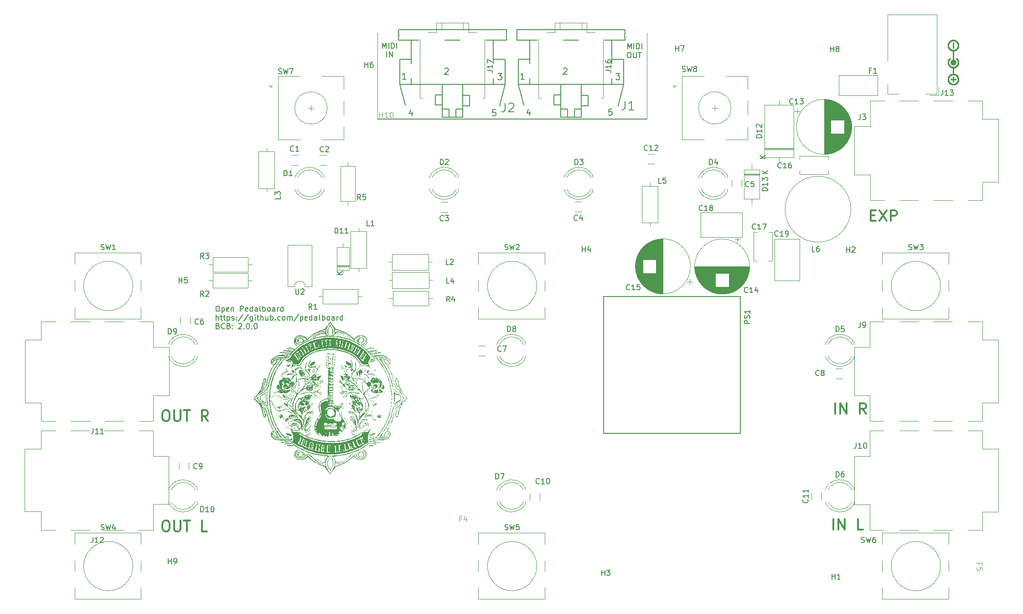
<source format=gbr>
%TF.GenerationSoftware,KiCad,Pcbnew,7.0.1.1-36-gbcf78dbe24-dirty-deb11*%
%TF.CreationDate,2023-04-24T19:27:53+00:00*%
%TF.ProjectId,pedalboard-hw,70656461-6c62-46f6-9172-642d68772e6b,2.0.0*%
%TF.SameCoordinates,Original*%
%TF.FileFunction,Legend,Top*%
%TF.FilePolarity,Positive*%
%FSLAX46Y46*%
G04 Gerber Fmt 4.6, Leading zero omitted, Abs format (unit mm)*
G04 Created by KiCad (PCBNEW 7.0.1.1-36-gbcf78dbe24-dirty-deb11) date 2023-04-24 19:27:53*
%MOMM*%
%LPD*%
G01*
G04 APERTURE LIST*
%ADD10C,0.000000*%
%ADD11C,0.019755*%
%ADD12C,0.008210*%
%ADD13C,0.004304*%
%ADD14C,0.004635*%
%ADD15C,0.300000*%
%ADD16C,0.150000*%
%ADD17C,0.100000*%
%ADD18C,0.160020*%
%ADD19C,0.127000*%
%ADD20C,0.120000*%
%ADD21C,0.200000*%
%ADD22C,0.152400*%
G04 APERTURE END LIST*
D10*
G36*
X76272760Y-84789705D02*
G01*
X76274337Y-84791208D01*
X76275727Y-84793865D01*
X76277935Y-84802562D01*
X76279357Y-84815641D01*
X76279967Y-84832948D01*
X76279741Y-84854326D01*
X76278651Y-84879622D01*
X76276673Y-84908680D01*
X76273779Y-84941344D01*
X76265146Y-85016874D01*
X76262340Y-85037857D01*
X76259234Y-85058395D01*
X76255859Y-85078375D01*
X76252247Y-85097683D01*
X76248428Y-85116205D01*
X76244434Y-85133829D01*
X76240294Y-85150439D01*
X76236041Y-85165923D01*
X76231706Y-85180167D01*
X76227318Y-85193057D01*
X76222911Y-85204479D01*
X76218513Y-85214320D01*
X76214157Y-85222466D01*
X76212004Y-85225868D01*
X76209873Y-85228803D01*
X76207768Y-85231258D01*
X76205692Y-85233218D01*
X76203651Y-85234669D01*
X76201646Y-85235597D01*
X76196449Y-85236591D01*
X76191446Y-85236314D01*
X76186646Y-85234837D01*
X76182057Y-85232235D01*
X76177688Y-85228578D01*
X76173547Y-85223939D01*
X76169642Y-85218391D01*
X76165982Y-85212005D01*
X76162576Y-85204855D01*
X76159431Y-85197012D01*
X76153959Y-85179538D01*
X76149635Y-85160163D01*
X76146525Y-85139465D01*
X76144696Y-85118023D01*
X76144217Y-85096415D01*
X76145153Y-85075221D01*
X76147573Y-85055019D01*
X76151542Y-85036387D01*
X76154130Y-85027842D01*
X76157130Y-85019906D01*
X76160551Y-85012652D01*
X76164402Y-85006153D01*
X76168690Y-85000481D01*
X76173425Y-84995707D01*
X76177511Y-84991956D01*
X76181803Y-84987356D01*
X76186261Y-84981972D01*
X76190843Y-84975864D01*
X76195508Y-84969094D01*
X76200213Y-84961725D01*
X76204919Y-84953819D01*
X76209584Y-84945437D01*
X76214166Y-84936641D01*
X76218624Y-84927495D01*
X76222916Y-84918059D01*
X76227002Y-84908395D01*
X76230840Y-84898566D01*
X76234388Y-84888634D01*
X76237606Y-84878661D01*
X76240451Y-84868708D01*
X76247434Y-84842389D01*
X76253812Y-84821537D01*
X76259559Y-84805998D01*
X76264650Y-84795616D01*
X76266942Y-84792311D01*
X76269059Y-84790237D01*
X76271000Y-84789374D01*
X76272760Y-84789705D01*
G37*
G36*
X71948414Y-93282293D02*
G01*
X71956098Y-93282883D01*
X71963637Y-93283782D01*
X71971015Y-93284982D01*
X71978214Y-93286475D01*
X71985220Y-93288255D01*
X71992016Y-93290315D01*
X71998586Y-93292648D01*
X72004914Y-93295246D01*
X72010983Y-93298103D01*
X72016778Y-93301210D01*
X72022282Y-93304562D01*
X72027479Y-93308151D01*
X72032354Y-93311970D01*
X72036889Y-93316012D01*
X72041069Y-93320270D01*
X72044877Y-93324736D01*
X72048298Y-93329403D01*
X72051315Y-93334266D01*
X72053913Y-93339315D01*
X72056074Y-93344545D01*
X72057783Y-93349947D01*
X72059024Y-93355516D01*
X72059780Y-93361244D01*
X72060036Y-93367123D01*
X72059944Y-93368745D01*
X72059670Y-93370304D01*
X72059222Y-93371796D01*
X72058602Y-93373221D01*
X72057818Y-93374576D01*
X72056873Y-93375859D01*
X72055773Y-93377069D01*
X72054523Y-93378203D01*
X72053129Y-93379260D01*
X72051595Y-93380237D01*
X72048129Y-93381945D01*
X72044167Y-93383312D01*
X72039751Y-93384323D01*
X72034921Y-93384961D01*
X72029718Y-93385212D01*
X72024185Y-93385060D01*
X72018363Y-93384489D01*
X72012293Y-93383483D01*
X72006016Y-93382029D01*
X71999573Y-93380109D01*
X71993007Y-93377708D01*
X71985737Y-93375929D01*
X71978503Y-93374559D01*
X71971342Y-93373592D01*
X71964289Y-93373022D01*
X71957381Y-93372846D01*
X71950653Y-93373057D01*
X71944143Y-93373650D01*
X71937886Y-93374621D01*
X71934863Y-93375247D01*
X71931918Y-93375964D01*
X71929054Y-93376774D01*
X71926276Y-93377674D01*
X71923588Y-93378665D01*
X71920995Y-93379745D01*
X71918502Y-93380915D01*
X71916113Y-93382173D01*
X71913832Y-93383520D01*
X71911664Y-93384953D01*
X71909614Y-93386473D01*
X71907686Y-93388078D01*
X71905884Y-93389769D01*
X71904214Y-93391545D01*
X71902679Y-93393404D01*
X71901285Y-93395347D01*
X71899019Y-93398650D01*
X71896221Y-93401928D01*
X71892937Y-93405153D01*
X71889214Y-93408301D01*
X71885098Y-93411346D01*
X71880636Y-93414261D01*
X71875874Y-93417022D01*
X71870859Y-93419601D01*
X71865637Y-93421974D01*
X71860254Y-93424114D01*
X71854759Y-93425996D01*
X71849196Y-93427594D01*
X71843612Y-93428882D01*
X71838054Y-93429833D01*
X71832568Y-93430423D01*
X71827202Y-93430626D01*
X71819334Y-93430291D01*
X71812255Y-93429312D01*
X71805949Y-93427727D01*
X71800399Y-93425575D01*
X71795588Y-93422893D01*
X71791499Y-93419719D01*
X71788115Y-93416092D01*
X71785420Y-93412049D01*
X71783397Y-93407630D01*
X71782028Y-93402871D01*
X71781298Y-93397811D01*
X71781189Y-93392488D01*
X71781685Y-93386940D01*
X71782769Y-93381206D01*
X71784424Y-93375323D01*
X71786633Y-93369330D01*
X71789379Y-93363264D01*
X71792646Y-93357164D01*
X71796417Y-93351068D01*
X71800675Y-93345014D01*
X71805403Y-93339040D01*
X71810585Y-93333184D01*
X71816203Y-93327485D01*
X71822241Y-93321980D01*
X71828682Y-93316708D01*
X71835510Y-93311706D01*
X71842707Y-93307013D01*
X71850256Y-93302667D01*
X71858142Y-93298706D01*
X71866346Y-93295168D01*
X71874853Y-93292091D01*
X71883646Y-93289514D01*
X71891911Y-93287384D01*
X71900161Y-93285618D01*
X71908378Y-93284211D01*
X71916547Y-93283154D01*
X71924651Y-93282441D01*
X71932674Y-93282065D01*
X71940601Y-93282018D01*
X71948414Y-93282293D01*
G37*
G36*
X63589400Y-92129915D02*
G01*
X63592357Y-92131119D01*
X63595030Y-92133032D01*
X63597423Y-92135662D01*
X63599543Y-92139017D01*
X63601394Y-92143106D01*
X63602981Y-92147938D01*
X63605386Y-92159861D01*
X63606798Y-92174853D01*
X63607260Y-92192982D01*
X63606812Y-92214315D01*
X63605496Y-92238919D01*
X63603353Y-92266862D01*
X63600425Y-92298210D01*
X63598729Y-92319045D01*
X63597607Y-92339219D01*
X63597053Y-92358732D01*
X63597062Y-92377583D01*
X63597630Y-92395773D01*
X63598751Y-92413302D01*
X63600419Y-92430169D01*
X63602630Y-92446375D01*
X63605378Y-92461919D01*
X63608659Y-92476802D01*
X63612466Y-92491023D01*
X63616796Y-92504583D01*
X63621642Y-92517481D01*
X63627000Y-92529718D01*
X63632865Y-92541294D01*
X63639230Y-92552208D01*
X63644558Y-92561205D01*
X63649938Y-92570936D01*
X63660728Y-92592227D01*
X63671353Y-92615336D01*
X63681564Y-92639521D01*
X63691114Y-92664035D01*
X63699754Y-92688137D01*
X63707237Y-92711081D01*
X63713314Y-92732124D01*
X63714398Y-92737074D01*
X63715662Y-92741997D01*
X63717099Y-92746887D01*
X63718702Y-92751740D01*
X63722383Y-92761308D01*
X63726653Y-92770654D01*
X63731461Y-92779731D01*
X63736754Y-92788492D01*
X63742482Y-92796893D01*
X63748592Y-92804884D01*
X63755032Y-92812422D01*
X63761752Y-92819457D01*
X63768699Y-92825946D01*
X63775822Y-92831840D01*
X63783068Y-92837093D01*
X63790388Y-92841659D01*
X63794058Y-92843669D01*
X63797727Y-92845491D01*
X63801389Y-92847117D01*
X63805036Y-92848542D01*
X63811724Y-92850890D01*
X63818520Y-92853930D01*
X63825368Y-92857611D01*
X63832211Y-92861881D01*
X63838992Y-92866689D01*
X63845654Y-92871982D01*
X63852140Y-92877709D01*
X63858394Y-92883819D01*
X63864358Y-92890260D01*
X63869976Y-92896979D01*
X63875191Y-92903926D01*
X63879946Y-92911049D01*
X63884184Y-92918296D01*
X63887849Y-92925615D01*
X63890883Y-92932954D01*
X63892146Y-92936616D01*
X63893230Y-92940263D01*
X63896258Y-92949183D01*
X63899389Y-92957421D01*
X63902619Y-92964978D01*
X63905950Y-92971855D01*
X63909378Y-92978053D01*
X63912904Y-92983571D01*
X63916525Y-92988411D01*
X63920240Y-92992574D01*
X63924048Y-92996060D01*
X63927949Y-92998869D01*
X63931939Y-93001003D01*
X63936019Y-93002462D01*
X63940186Y-93003246D01*
X63944440Y-93003357D01*
X63948779Y-93002794D01*
X63953203Y-93001559D01*
X63957709Y-92999652D01*
X63962296Y-92997074D01*
X63966963Y-92993826D01*
X63971710Y-92989908D01*
X63976533Y-92985320D01*
X63981433Y-92980064D01*
X63986408Y-92974140D01*
X63991457Y-92967549D01*
X63996578Y-92960291D01*
X64001770Y-92952367D01*
X64012362Y-92934523D01*
X64023222Y-92914024D01*
X64034341Y-92890873D01*
X64070794Y-92817818D01*
X64106358Y-92751919D01*
X64141467Y-92692894D01*
X64176555Y-92640457D01*
X64194227Y-92616621D01*
X64212057Y-92594325D01*
X64230098Y-92573534D01*
X64248406Y-92554213D01*
X64267034Y-92536326D01*
X64286037Y-92519837D01*
X64305468Y-92504711D01*
X64325383Y-92490913D01*
X64345835Y-92478406D01*
X64366879Y-92467156D01*
X64388569Y-92457127D01*
X64410959Y-92448283D01*
X64434104Y-92440589D01*
X64458057Y-92434010D01*
X64482874Y-92428509D01*
X64508607Y-92424051D01*
X64535312Y-92420601D01*
X64563043Y-92418123D01*
X64621799Y-92415941D01*
X64685310Y-92417222D01*
X64754008Y-92421681D01*
X64778505Y-92423951D01*
X64803012Y-92426776D01*
X64851849Y-92434001D01*
X64900108Y-92443168D01*
X64947375Y-92454093D01*
X64993236Y-92466588D01*
X65037278Y-92480468D01*
X65079088Y-92495547D01*
X65118251Y-92511639D01*
X65154356Y-92528558D01*
X65171132Y-92537270D01*
X65186988Y-92546118D01*
X65201872Y-92555080D01*
X65215734Y-92564132D01*
X65228520Y-92573252D01*
X65240180Y-92582415D01*
X65250662Y-92591599D01*
X65259914Y-92600781D01*
X65267884Y-92609936D01*
X65274521Y-92619043D01*
X65279773Y-92628077D01*
X65283588Y-92637016D01*
X65285915Y-92645836D01*
X65286703Y-92654513D01*
X65286620Y-92662566D01*
X65286207Y-92669493D01*
X65285214Y-92675241D01*
X65283395Y-92679759D01*
X65282098Y-92681541D01*
X65280501Y-92682996D01*
X65278574Y-92684118D01*
X65276284Y-92684900D01*
X65273602Y-92685335D01*
X65270497Y-92685418D01*
X65262890Y-92684500D01*
X65253216Y-92682094D01*
X65241227Y-92678147D01*
X65226675Y-92672609D01*
X65209312Y-92665428D01*
X65165159Y-92645929D01*
X65106786Y-92619236D01*
X65073158Y-92604892D01*
X65040998Y-92592289D01*
X65010202Y-92581432D01*
X64980668Y-92572328D01*
X64952290Y-92564980D01*
X64924967Y-92559395D01*
X64898595Y-92555577D01*
X64873071Y-92553531D01*
X64848290Y-92553263D01*
X64824150Y-92554778D01*
X64800548Y-92558081D01*
X64777380Y-92563178D01*
X64754542Y-92570072D01*
X64731932Y-92578770D01*
X64709446Y-92589277D01*
X64686980Y-92601597D01*
X64665331Y-92613579D01*
X64638143Y-92628000D01*
X64571446Y-92662010D01*
X64495488Y-92699327D01*
X64418870Y-92735652D01*
X64386309Y-92752172D01*
X64354839Y-92769917D01*
X64324557Y-92788788D01*
X64295563Y-92808688D01*
X64267953Y-92829518D01*
X64241826Y-92851179D01*
X64217281Y-92873575D01*
X64194415Y-92896607D01*
X64173326Y-92920175D01*
X64154114Y-92944184D01*
X64136875Y-92968533D01*
X64121709Y-92993125D01*
X64108713Y-93017862D01*
X64097986Y-93042646D01*
X64093504Y-93055024D01*
X64089626Y-93067378D01*
X64086364Y-93079694D01*
X64083730Y-93091960D01*
X64081584Y-93101271D01*
X64079124Y-93110023D01*
X64076370Y-93118213D01*
X64073340Y-93125838D01*
X64070051Y-93132898D01*
X64066522Y-93139390D01*
X64062771Y-93145313D01*
X64058816Y-93150663D01*
X64054674Y-93155440D01*
X64050365Y-93159642D01*
X64045905Y-93163266D01*
X64041314Y-93166311D01*
X64036610Y-93168774D01*
X64031809Y-93170654D01*
X64026932Y-93171949D01*
X64021994Y-93172656D01*
X64017016Y-93172775D01*
X64012014Y-93172302D01*
X64007007Y-93171237D01*
X64002013Y-93169576D01*
X63997050Y-93167319D01*
X63992136Y-93164463D01*
X63987289Y-93161006D01*
X63982527Y-93156946D01*
X63977869Y-93152282D01*
X63973332Y-93147011D01*
X63968935Y-93141132D01*
X63964696Y-93134642D01*
X63960632Y-93127540D01*
X63956761Y-93119824D01*
X63953103Y-93111491D01*
X63949675Y-93102540D01*
X63945965Y-93093910D01*
X63941489Y-93085254D01*
X63936311Y-93076628D01*
X63930492Y-93068091D01*
X63924095Y-93059698D01*
X63917181Y-93051506D01*
X63909812Y-93043573D01*
X63902050Y-93035955D01*
X63893957Y-93028709D01*
X63885596Y-93021892D01*
X63877028Y-93015560D01*
X63868315Y-93009772D01*
X63859520Y-93004582D01*
X63850704Y-93000049D01*
X63841929Y-92996229D01*
X63833258Y-92993179D01*
X63817571Y-92988021D01*
X63802183Y-92980357D01*
X63786982Y-92969995D01*
X63771853Y-92956744D01*
X63756682Y-92940414D01*
X63741357Y-92920812D01*
X63725763Y-92897748D01*
X63709786Y-92871031D01*
X63693313Y-92840468D01*
X63676231Y-92805870D01*
X63658425Y-92767044D01*
X63639782Y-92723801D01*
X63599529Y-92623293D01*
X63554564Y-92502818D01*
X63540876Y-92464793D01*
X63528905Y-92429961D01*
X63518628Y-92398127D01*
X63510026Y-92369093D01*
X63503077Y-92342664D01*
X63500216Y-92330365D01*
X63497761Y-92318644D01*
X63495709Y-92307475D01*
X63494058Y-92296834D01*
X63492804Y-92286698D01*
X63491946Y-92277041D01*
X63491480Y-92267838D01*
X63491405Y-92259066D01*
X63491717Y-92250699D01*
X63492414Y-92242714D01*
X63493494Y-92235085D01*
X63494953Y-92227788D01*
X63496790Y-92220798D01*
X63499001Y-92214092D01*
X63501585Y-92207644D01*
X63504537Y-92201429D01*
X63507857Y-92195424D01*
X63511541Y-92189604D01*
X63515587Y-92183944D01*
X63519992Y-92178419D01*
X63524754Y-92173006D01*
X63529869Y-92167679D01*
X63543064Y-92154998D01*
X63554894Y-92144783D01*
X63565402Y-92137100D01*
X63570172Y-92134229D01*
X63574628Y-92132016D01*
X63578773Y-92130470D01*
X63582614Y-92129599D01*
X63586154Y-92129411D01*
X63589400Y-92129915D01*
G37*
G36*
X77645412Y-92076611D02*
G01*
X77648132Y-92077082D01*
X77650913Y-92077812D01*
X77653768Y-92078803D01*
X77656705Y-92080055D01*
X77659735Y-92081569D01*
X77662868Y-92083345D01*
X77666115Y-92085383D01*
X77669486Y-92087685D01*
X77672991Y-92090252D01*
X77680446Y-92096180D01*
X77688562Y-92103173D01*
X77697423Y-92111235D01*
X77705486Y-92119473D01*
X77709115Y-92123334D01*
X77712479Y-92127035D01*
X77715576Y-92130582D01*
X77718407Y-92133986D01*
X77720974Y-92137254D01*
X77723276Y-92140395D01*
X77725315Y-92143417D01*
X77727091Y-92146329D01*
X77728604Y-92149138D01*
X77729857Y-92151854D01*
X77730848Y-92154484D01*
X77731578Y-92157038D01*
X77732049Y-92159523D01*
X77732261Y-92161948D01*
X77732215Y-92164321D01*
X77731911Y-92166651D01*
X77731350Y-92168946D01*
X77730532Y-92171215D01*
X77729459Y-92173465D01*
X77728130Y-92175706D01*
X77726547Y-92177946D01*
X77724710Y-92180192D01*
X77722620Y-92182455D01*
X77720277Y-92184741D01*
X77717682Y-92187059D01*
X77714836Y-92189418D01*
X77711739Y-92191826D01*
X77708393Y-92194292D01*
X77700952Y-92199429D01*
X77691768Y-92204993D01*
X77682750Y-92209794D01*
X77673921Y-92213853D01*
X77665302Y-92217193D01*
X77656916Y-92219835D01*
X77648785Y-92221801D01*
X77640930Y-92223113D01*
X77633373Y-92223794D01*
X77626137Y-92223865D01*
X77619243Y-92223348D01*
X77612713Y-92222266D01*
X77606570Y-92220639D01*
X77600835Y-92218490D01*
X77595530Y-92215842D01*
X77590677Y-92212715D01*
X77586299Y-92209133D01*
X77582416Y-92205116D01*
X77579052Y-92200687D01*
X77576228Y-92195868D01*
X77573965Y-92190681D01*
X77572287Y-92185147D01*
X77571214Y-92179290D01*
X77570770Y-92173130D01*
X77570975Y-92166689D01*
X77571852Y-92159990D01*
X77573423Y-92153055D01*
X77575709Y-92145905D01*
X77578734Y-92138563D01*
X77582517Y-92131050D01*
X77587083Y-92123389D01*
X77592452Y-92115601D01*
X77598647Y-92107708D01*
X77605027Y-92100268D01*
X77610993Y-92093824D01*
X77613848Y-92090978D01*
X77616630Y-92088384D01*
X77619349Y-92086041D01*
X77622018Y-92083951D01*
X77624645Y-92082114D01*
X77627240Y-92080530D01*
X77629816Y-92079202D01*
X77632381Y-92078128D01*
X77634945Y-92077311D01*
X77637521Y-92076749D01*
X77640117Y-92076445D01*
X77642743Y-92076399D01*
X77645412Y-92076611D01*
G37*
G36*
X75174622Y-89700882D02*
G01*
X75177078Y-89701202D01*
X75179659Y-89701834D01*
X75182376Y-89702779D01*
X75185239Y-89704037D01*
X75188260Y-89705611D01*
X75191450Y-89707502D01*
X75194819Y-89709710D01*
X75198379Y-89712237D01*
X75206114Y-89718254D01*
X75214743Y-89725563D01*
X75224354Y-89734174D01*
X75235034Y-89744098D01*
X75241524Y-89750241D01*
X75247757Y-89756741D01*
X75253727Y-89763561D01*
X75259426Y-89770666D01*
X75264845Y-89778019D01*
X75269978Y-89785583D01*
X75274816Y-89793323D01*
X75279352Y-89801203D01*
X75283578Y-89809186D01*
X75287486Y-89817237D01*
X75291069Y-89825318D01*
X75294318Y-89833394D01*
X75297226Y-89841429D01*
X75299785Y-89849386D01*
X75301988Y-89857230D01*
X75303826Y-89864924D01*
X75305293Y-89872431D01*
X75306379Y-89879717D01*
X75307078Y-89886744D01*
X75307382Y-89893477D01*
X75307282Y-89899879D01*
X75306772Y-89905914D01*
X75305843Y-89911545D01*
X75304488Y-89916738D01*
X75302698Y-89921455D01*
X75300467Y-89925661D01*
X75297787Y-89929319D01*
X75294649Y-89932393D01*
X75291045Y-89934846D01*
X75286970Y-89936644D01*
X75282413Y-89937749D01*
X75277368Y-89938125D01*
X75272278Y-89937699D01*
X75266949Y-89936448D01*
X75261410Y-89934419D01*
X75255692Y-89931655D01*
X75249824Y-89928202D01*
X75243836Y-89924103D01*
X75231618Y-89914147D01*
X75219276Y-89902145D01*
X75207047Y-89888454D01*
X75195170Y-89873429D01*
X75183883Y-89857427D01*
X75173422Y-89840805D01*
X75164025Y-89823920D01*
X75155931Y-89807128D01*
X75149377Y-89790785D01*
X75144600Y-89775249D01*
X75142953Y-89767894D01*
X75141839Y-89760875D01*
X75141288Y-89754235D01*
X75141331Y-89748020D01*
X75141996Y-89742274D01*
X75143314Y-89737042D01*
X75147173Y-89728362D01*
X75150872Y-89720850D01*
X75154498Y-89714516D01*
X75156312Y-89711794D01*
X75158141Y-89709370D01*
X75159995Y-89707247D01*
X75161886Y-89705424D01*
X75163825Y-89703904D01*
X75165823Y-89702687D01*
X75167890Y-89701775D01*
X75170039Y-89701169D01*
X75172279Y-89700871D01*
X75174622Y-89700882D01*
G37*
G36*
X66637051Y-79003071D02*
G01*
X66637990Y-79003598D01*
X66638903Y-79004476D01*
X66639798Y-79005706D01*
X66640683Y-79007288D01*
X66641566Y-79009220D01*
X66643354Y-79014140D01*
X66645224Y-79020465D01*
X66647240Y-79028196D01*
X66651952Y-79047875D01*
X66653473Y-79054426D01*
X66654732Y-79060840D01*
X66655736Y-79067108D01*
X66656493Y-79073217D01*
X66657010Y-79079155D01*
X66657293Y-79084911D01*
X66657351Y-79090474D01*
X66657189Y-79095831D01*
X66656815Y-79100970D01*
X66656237Y-79105882D01*
X66655461Y-79110553D01*
X66654495Y-79114972D01*
X66653345Y-79119127D01*
X66652019Y-79123007D01*
X66650523Y-79126601D01*
X66648866Y-79129896D01*
X66647053Y-79132881D01*
X66645092Y-79135544D01*
X66642991Y-79137874D01*
X66640756Y-79139859D01*
X66638394Y-79141488D01*
X66635913Y-79142748D01*
X66633319Y-79143628D01*
X66630620Y-79144117D01*
X66627823Y-79144203D01*
X66624935Y-79143875D01*
X66621963Y-79143119D01*
X66618914Y-79141926D01*
X66615795Y-79140284D01*
X66612614Y-79138180D01*
X66609377Y-79135603D01*
X66606091Y-79132542D01*
X66604820Y-79131468D01*
X66603650Y-79130234D01*
X66602582Y-79128847D01*
X66601613Y-79127312D01*
X66599968Y-79123821D01*
X66598705Y-79119808D01*
X66597814Y-79115320D01*
X66597285Y-79110403D01*
X66597108Y-79105104D01*
X66597272Y-79099468D01*
X66597766Y-79093544D01*
X66598581Y-79087376D01*
X66599706Y-79081012D01*
X66601130Y-79074498D01*
X66602844Y-79067881D01*
X66604837Y-79061207D01*
X66607099Y-79054523D01*
X66609619Y-79047875D01*
X66618962Y-79028196D01*
X66622797Y-79020465D01*
X66626156Y-79014140D01*
X66629101Y-79009220D01*
X66630439Y-79007288D01*
X66631696Y-79005706D01*
X66632880Y-79004476D01*
X66634000Y-79003598D01*
X66635064Y-79003071D01*
X66636078Y-79002895D01*
X66637051Y-79003071D01*
G37*
G36*
X66641397Y-89925393D02*
G01*
X66642645Y-89926057D01*
X66643801Y-89927328D01*
X66644876Y-89929202D01*
X66645882Y-89931678D01*
X66646829Y-89934755D01*
X66648590Y-89942700D01*
X66650248Y-89953022D01*
X66651891Y-89965706D01*
X66655481Y-89998097D01*
X66658437Y-90018650D01*
X66661930Y-90040154D01*
X66665836Y-90061907D01*
X66670032Y-90083205D01*
X66674394Y-90103345D01*
X66678797Y-90121625D01*
X66683117Y-90137341D01*
X66685207Y-90144019D01*
X66687231Y-90149792D01*
X66692296Y-90162066D01*
X66696911Y-90174397D01*
X66701080Y-90186761D01*
X66704808Y-90199132D01*
X66708099Y-90211485D01*
X66710958Y-90223794D01*
X66713389Y-90236036D01*
X66715398Y-90248183D01*
X66716988Y-90260212D01*
X66718163Y-90272096D01*
X66718929Y-90283812D01*
X66719291Y-90295332D01*
X66719251Y-90306634D01*
X66718816Y-90317690D01*
X66717989Y-90328477D01*
X66716776Y-90338968D01*
X66715180Y-90349139D01*
X66713206Y-90358964D01*
X66710858Y-90368419D01*
X66708142Y-90377478D01*
X66705062Y-90386115D01*
X66701621Y-90394306D01*
X66697826Y-90402026D01*
X66693680Y-90409249D01*
X66689187Y-90415950D01*
X66684353Y-90422103D01*
X66679181Y-90427685D01*
X66673677Y-90432669D01*
X66667845Y-90437030D01*
X66661689Y-90440743D01*
X66655214Y-90443784D01*
X66648424Y-90446125D01*
X66627935Y-90451288D01*
X66608163Y-90455553D01*
X66589143Y-90458952D01*
X66570910Y-90461518D01*
X66553498Y-90463283D01*
X66536943Y-90464279D01*
X66521279Y-90464539D01*
X66506542Y-90464095D01*
X66492766Y-90462979D01*
X66479985Y-90461223D01*
X66468236Y-90458861D01*
X66457553Y-90455923D01*
X66447970Y-90452443D01*
X66439523Y-90448452D01*
X66432246Y-90443984D01*
X66426175Y-90439069D01*
X66421344Y-90433742D01*
X66417788Y-90428033D01*
X66415542Y-90421976D01*
X66414641Y-90415601D01*
X66415119Y-90408943D01*
X66417013Y-90402033D01*
X66420355Y-90394903D01*
X66425183Y-90387586D01*
X66431529Y-90380114D01*
X66439430Y-90372519D01*
X66448920Y-90364834D01*
X66460033Y-90357090D01*
X66472806Y-90349321D01*
X66487272Y-90341558D01*
X66503467Y-90333834D01*
X66521425Y-90326181D01*
X66531429Y-90321860D01*
X66540936Y-90317497D01*
X66549944Y-90313090D01*
X66558453Y-90308638D01*
X66566460Y-90304139D01*
X66573964Y-90299592D01*
X66580965Y-90294997D01*
X66587461Y-90290351D01*
X66593450Y-90285653D01*
X66598931Y-90280902D01*
X66603903Y-90276097D01*
X66608365Y-90271237D01*
X66612316Y-90266320D01*
X66615753Y-90261344D01*
X66618677Y-90256309D01*
X66621085Y-90251214D01*
X66622976Y-90246056D01*
X66624349Y-90240836D01*
X66625203Y-90235550D01*
X66625536Y-90230199D01*
X66625347Y-90224780D01*
X66624635Y-90219293D01*
X66623398Y-90213737D01*
X66621636Y-90208109D01*
X66619346Y-90202409D01*
X66616528Y-90196635D01*
X66613181Y-90190787D01*
X66609302Y-90184862D01*
X66604891Y-90178859D01*
X66599947Y-90172778D01*
X66594468Y-90166617D01*
X66588452Y-90160374D01*
X66583493Y-90154911D01*
X66579206Y-90149081D01*
X66575600Y-90142849D01*
X66572688Y-90136176D01*
X66570478Y-90129029D01*
X66568981Y-90121369D01*
X66568207Y-90113162D01*
X66568168Y-90104371D01*
X66568872Y-90094960D01*
X66570331Y-90084893D01*
X66572555Y-90074133D01*
X66575554Y-90062644D01*
X66579338Y-90050391D01*
X66583919Y-90037337D01*
X66589305Y-90023445D01*
X66595508Y-90008680D01*
X66611831Y-89972776D01*
X66618475Y-89958629D01*
X66624226Y-89946999D01*
X66629171Y-89937871D01*
X66633397Y-89931228D01*
X66635268Y-89928833D01*
X66636993Y-89927055D01*
X66638582Y-89925890D01*
X66640046Y-89925337D01*
X66641397Y-89925393D01*
G37*
G36*
X64564178Y-82586928D02*
G01*
X64565934Y-82587201D01*
X64570061Y-82588459D01*
X64574974Y-82590646D01*
X64580630Y-82593743D01*
X64586990Y-82597729D01*
X64594011Y-82602583D01*
X64601652Y-82608285D01*
X64609872Y-82614813D01*
X64618630Y-82622148D01*
X64627883Y-82630267D01*
X64637592Y-82639152D01*
X64646232Y-82648458D01*
X64654294Y-82657827D01*
X64661779Y-82667221D01*
X64668687Y-82676600D01*
X64675019Y-82685925D01*
X64680775Y-82695156D01*
X64685956Y-82704255D01*
X64690563Y-82713180D01*
X64694597Y-82721894D01*
X64698057Y-82730357D01*
X64700945Y-82738529D01*
X64703262Y-82746370D01*
X64705007Y-82753843D01*
X64706182Y-82760906D01*
X64706788Y-82767521D01*
X64706824Y-82773649D01*
X64706292Y-82779249D01*
X64705192Y-82784283D01*
X64703525Y-82788711D01*
X64701291Y-82792493D01*
X64698492Y-82795591D01*
X64696880Y-82796871D01*
X64695127Y-82797965D01*
X64693233Y-82798868D01*
X64691198Y-82799575D01*
X64686705Y-82800383D01*
X64681648Y-82800348D01*
X64676029Y-82799431D01*
X64669848Y-82797593D01*
X64663106Y-82794794D01*
X64655803Y-82790996D01*
X64647940Y-82786158D01*
X64639517Y-82780242D01*
X64630536Y-82773207D01*
X64623586Y-82767715D01*
X64617272Y-82763168D01*
X64611568Y-82759604D01*
X64608937Y-82758201D01*
X64606448Y-82757057D01*
X64604099Y-82756177D01*
X64601886Y-82755565D01*
X64599806Y-82755225D01*
X64597856Y-82755163D01*
X64596032Y-82755382D01*
X64594332Y-82755887D01*
X64592752Y-82756683D01*
X64591289Y-82757774D01*
X64589940Y-82759165D01*
X64588701Y-82760860D01*
X64587570Y-82762864D01*
X64586542Y-82765182D01*
X64585615Y-82767817D01*
X64584786Y-82770774D01*
X64583407Y-82777674D01*
X64582379Y-82785917D01*
X64581678Y-82795540D01*
X64581275Y-82806579D01*
X64581147Y-82819070D01*
X64581268Y-82828282D01*
X64581622Y-82837370D01*
X64582193Y-82846293D01*
X64582966Y-82855008D01*
X64583925Y-82863476D01*
X64585054Y-82871655D01*
X64586338Y-82879503D01*
X64587762Y-82886979D01*
X64589309Y-82894041D01*
X64590966Y-82900649D01*
X64592715Y-82906760D01*
X64594542Y-82912334D01*
X64596431Y-82917330D01*
X64598366Y-82921705D01*
X64600332Y-82925419D01*
X64602314Y-82928430D01*
X64606149Y-82933056D01*
X64609716Y-82938937D01*
X64613017Y-82945984D01*
X64616053Y-82954110D01*
X64621336Y-82973241D01*
X64625575Y-82995623D01*
X64628781Y-83020548D01*
X64630963Y-83047307D01*
X64632133Y-83075193D01*
X64632300Y-83103497D01*
X64631475Y-83131511D01*
X64629668Y-83158529D01*
X64626889Y-83183841D01*
X64623150Y-83206740D01*
X64618459Y-83226517D01*
X64612828Y-83242465D01*
X64609663Y-83248782D01*
X64606267Y-83253876D01*
X64602641Y-83257659D01*
X64598786Y-83260042D01*
X64590472Y-83261329D01*
X64580184Y-83260004D01*
X64568081Y-83256225D01*
X64554317Y-83250148D01*
X64539049Y-83241932D01*
X64522434Y-83231734D01*
X64485787Y-83206023D01*
X64445626Y-83174276D01*
X64403201Y-83137754D01*
X64359763Y-83097719D01*
X64316564Y-83055430D01*
X64274852Y-83012149D01*
X64235879Y-82969137D01*
X64200896Y-82927655D01*
X64171153Y-82888963D01*
X64147900Y-82854322D01*
X64139099Y-82838915D01*
X64132389Y-82824994D01*
X64127927Y-82812716D01*
X64125869Y-82802239D01*
X64126372Y-82793721D01*
X64129591Y-82787319D01*
X64138301Y-82776953D01*
X64147224Y-82767026D01*
X64156345Y-82757543D01*
X64165648Y-82748506D01*
X64175119Y-82739922D01*
X64184743Y-82731795D01*
X64194505Y-82724129D01*
X64204391Y-82716929D01*
X64214386Y-82710199D01*
X64224474Y-82703943D01*
X64234640Y-82698167D01*
X64244871Y-82692875D01*
X64255151Y-82688071D01*
X64265465Y-82683760D01*
X64275799Y-82679947D01*
X64286137Y-82676635D01*
X64296464Y-82673830D01*
X64306767Y-82671536D01*
X64317029Y-82669757D01*
X64327237Y-82668498D01*
X64337374Y-82667764D01*
X64347428Y-82667558D01*
X64357381Y-82667887D01*
X64367220Y-82668753D01*
X64376931Y-82670162D01*
X64386497Y-82672118D01*
X64395904Y-82674626D01*
X64405137Y-82677690D01*
X64414182Y-82681314D01*
X64423023Y-82685504D01*
X64431646Y-82690264D01*
X64440036Y-82695598D01*
X64448250Y-82701201D01*
X64456343Y-82706116D01*
X64464300Y-82710355D01*
X64472103Y-82713932D01*
X64479735Y-82716861D01*
X64487180Y-82719154D01*
X64494421Y-82720826D01*
X64501441Y-82721890D01*
X64508224Y-82722360D01*
X64514751Y-82722249D01*
X64521008Y-82721571D01*
X64526976Y-82720340D01*
X64532640Y-82718568D01*
X64537982Y-82716270D01*
X64542985Y-82713459D01*
X64547633Y-82710149D01*
X64551909Y-82706353D01*
X64555796Y-82702085D01*
X64559278Y-82697358D01*
X64562337Y-82692186D01*
X64564957Y-82686583D01*
X64567121Y-82680562D01*
X64568811Y-82674136D01*
X64570013Y-82667320D01*
X64570708Y-82660126D01*
X64570879Y-82652569D01*
X64570511Y-82644661D01*
X64569586Y-82636417D01*
X64568087Y-82627850D01*
X64565998Y-82618974D01*
X64563301Y-82609802D01*
X64559981Y-82600348D01*
X64558527Y-82595590D01*
X64558190Y-82593608D01*
X64558107Y-82591887D01*
X64558271Y-82590424D01*
X64558678Y-82589217D01*
X64559323Y-82588263D01*
X64560201Y-82587560D01*
X64561306Y-82587104D01*
X64562633Y-82586895D01*
X64564178Y-82586928D01*
G37*
G36*
X76203114Y-84402948D02*
G01*
X76211788Y-84403207D01*
X76220959Y-84403694D01*
X76230585Y-84404413D01*
X76240624Y-84405370D01*
X76251035Y-84406570D01*
X76265517Y-84408074D01*
X76278589Y-84410008D01*
X76290327Y-84412468D01*
X76295721Y-84413927D01*
X76300810Y-84415554D01*
X76305605Y-84417362D01*
X76310114Y-84419363D01*
X76314349Y-84421570D01*
X76318318Y-84423994D01*
X76322031Y-84426649D01*
X76325499Y-84429545D01*
X76328729Y-84432696D01*
X76331733Y-84436114D01*
X76334520Y-84439811D01*
X76337100Y-84443799D01*
X76339482Y-84448091D01*
X76341676Y-84452699D01*
X76343692Y-84457635D01*
X76345539Y-84462911D01*
X76348766Y-84474534D01*
X76351435Y-84487666D01*
X76353623Y-84502404D01*
X76355408Y-84518849D01*
X76356868Y-84537096D01*
X76360155Y-84575310D01*
X76361078Y-84590349D01*
X76361334Y-84602692D01*
X76361168Y-84607854D01*
X76360784Y-84612347D01*
X76360163Y-84616170D01*
X76359288Y-84619325D01*
X76358141Y-84621813D01*
X76356707Y-84623637D01*
X76354965Y-84624796D01*
X76352901Y-84625292D01*
X76350495Y-84625127D01*
X76347730Y-84624301D01*
X76344590Y-84622817D01*
X76341057Y-84620675D01*
X76337112Y-84617877D01*
X76332739Y-84614424D01*
X76322639Y-84605558D01*
X76310617Y-84594087D01*
X76296532Y-84580023D01*
X76261620Y-84544152D01*
X76239701Y-84520746D01*
X76219230Y-84498456D01*
X76200661Y-84477738D01*
X76184448Y-84459045D01*
X76177368Y-84450600D01*
X76171047Y-84442832D01*
X76165542Y-84435798D01*
X76160911Y-84429554D01*
X76157210Y-84424158D01*
X76154496Y-84419667D01*
X76153527Y-84417778D01*
X76152826Y-84416136D01*
X76152400Y-84414749D01*
X76152257Y-84413624D01*
X76152380Y-84412652D01*
X76152746Y-84411723D01*
X76153350Y-84410836D01*
X76154186Y-84409993D01*
X76156536Y-84408438D01*
X76159753Y-84407065D01*
X76163798Y-84405877D01*
X76168628Y-84404881D01*
X76174202Y-84404081D01*
X76180479Y-84403482D01*
X76187418Y-84403090D01*
X76194976Y-84402911D01*
X76203114Y-84402948D01*
G37*
G36*
X70545054Y-79778196D02*
G01*
X70546975Y-79778409D01*
X70548852Y-79778758D01*
X70550684Y-79779241D01*
X70552469Y-79779853D01*
X70554207Y-79780590D01*
X70555895Y-79781448D01*
X70557533Y-79782424D01*
X70559119Y-79783514D01*
X70560652Y-79784714D01*
X70562131Y-79786019D01*
X70563555Y-79787427D01*
X70566230Y-79790533D01*
X70568668Y-79794000D01*
X70570857Y-79797798D01*
X70572788Y-79801896D01*
X70574450Y-79806263D01*
X70575833Y-79810867D01*
X70576927Y-79815678D01*
X70577721Y-79820665D01*
X70578205Y-79825796D01*
X70578369Y-79831041D01*
X70578328Y-79833676D01*
X70578205Y-79836287D01*
X70578003Y-79838868D01*
X70577721Y-79841418D01*
X70577362Y-79843931D01*
X70576927Y-79846405D01*
X70576417Y-79848834D01*
X70575833Y-79851216D01*
X70575177Y-79853546D01*
X70574450Y-79855820D01*
X70573653Y-79858035D01*
X70572788Y-79860187D01*
X70571855Y-79862271D01*
X70570857Y-79864285D01*
X70569794Y-79866223D01*
X70568668Y-79868083D01*
X70567479Y-79869860D01*
X70566230Y-79871550D01*
X70564922Y-79873151D01*
X70563555Y-79874656D01*
X70562131Y-79876064D01*
X70560652Y-79877369D01*
X70559119Y-79878569D01*
X70557533Y-79879659D01*
X70555895Y-79880635D01*
X70554207Y-79881493D01*
X70552469Y-79882230D01*
X70550684Y-79882842D01*
X70548852Y-79883324D01*
X70546975Y-79883674D01*
X70545054Y-79883886D01*
X70543091Y-79883958D01*
X70541438Y-79883886D01*
X70539788Y-79883674D01*
X70538144Y-79883324D01*
X70536511Y-79882842D01*
X70534890Y-79882230D01*
X70533285Y-79881493D01*
X70531700Y-79880635D01*
X70530137Y-79879659D01*
X70527092Y-79877369D01*
X70524177Y-79874656D01*
X70521416Y-79871550D01*
X70518837Y-79868083D01*
X70516464Y-79864285D01*
X70514324Y-79860187D01*
X70512442Y-79855820D01*
X70510844Y-79851216D01*
X70509557Y-79846405D01*
X70508605Y-79841418D01*
X70508015Y-79836287D01*
X70507812Y-79831041D01*
X70507864Y-79828407D01*
X70508015Y-79825796D01*
X70508263Y-79823215D01*
X70508605Y-79820665D01*
X70509037Y-79818152D01*
X70509557Y-79815678D01*
X70510160Y-79813249D01*
X70510844Y-79810867D01*
X70511606Y-79808537D01*
X70512442Y-79806263D01*
X70513349Y-79804048D01*
X70514324Y-79801896D01*
X70515363Y-79799812D01*
X70516464Y-79797798D01*
X70517623Y-79795860D01*
X70518837Y-79794000D01*
X70520102Y-79792223D01*
X70521416Y-79790533D01*
X70522776Y-79788933D01*
X70524177Y-79787427D01*
X70525617Y-79786019D01*
X70527092Y-79784714D01*
X70528600Y-79783514D01*
X70530137Y-79782424D01*
X70531700Y-79781448D01*
X70533285Y-79780590D01*
X70534890Y-79779853D01*
X70536511Y-79779241D01*
X70538144Y-79778758D01*
X70539788Y-79778409D01*
X70541438Y-79778196D01*
X70543091Y-79778125D01*
X70545054Y-79778196D01*
G37*
G36*
X78649754Y-87449886D02*
G01*
X78651143Y-87450088D01*
X78652378Y-87450473D01*
X78653451Y-87451042D01*
X78654280Y-87452177D01*
X78654784Y-87453594D01*
X78654972Y-87455283D01*
X78654850Y-87457236D01*
X78653707Y-87461902D01*
X78651412Y-87467523D01*
X78648021Y-87474034D01*
X78643592Y-87481366D01*
X78638181Y-87489452D01*
X78631844Y-87498226D01*
X78624640Y-87507620D01*
X78616624Y-87517566D01*
X78607854Y-87527999D01*
X78598386Y-87538850D01*
X78577585Y-87561539D01*
X78554675Y-87585096D01*
X78533051Y-87605078D01*
X78514471Y-87621422D01*
X78498919Y-87634210D01*
X78486379Y-87643526D01*
X78476837Y-87649452D01*
X78473185Y-87651169D01*
X78470277Y-87652070D01*
X78468110Y-87652165D01*
X78466682Y-87651464D01*
X78465993Y-87649977D01*
X78466039Y-87647716D01*
X78466819Y-87644689D01*
X78468331Y-87640908D01*
X78473542Y-87631124D01*
X78481658Y-87618446D01*
X78492662Y-87602957D01*
X78506540Y-87584739D01*
X78523275Y-87563875D01*
X78542853Y-87540449D01*
X78565257Y-87514541D01*
X78572526Y-87506193D01*
X78579754Y-87498357D01*
X78586899Y-87491047D01*
X78593920Y-87484280D01*
X78600776Y-87478071D01*
X78607425Y-87472436D01*
X78613826Y-87467390D01*
X78619938Y-87462948D01*
X78625719Y-87459127D01*
X78631128Y-87455941D01*
X78636123Y-87453406D01*
X78638453Y-87452388D01*
X78640664Y-87451538D01*
X78642751Y-87450859D01*
X78644708Y-87450352D01*
X78646532Y-87450020D01*
X78648215Y-87449864D01*
X78649754Y-87449886D01*
G37*
G36*
X80219785Y-85284987D02*
G01*
X80229170Y-85285069D01*
X80237485Y-85285317D01*
X80244736Y-85285731D01*
X80250928Y-85286309D01*
X80253628Y-85286661D01*
X80256065Y-85287053D01*
X80258240Y-85287487D01*
X80260154Y-85287963D01*
X80261806Y-85288479D01*
X80263198Y-85289037D01*
X80264331Y-85289637D01*
X80265204Y-85290278D01*
X80265819Y-85290960D01*
X80266177Y-85291683D01*
X80266277Y-85292448D01*
X80266121Y-85293254D01*
X80265709Y-85294101D01*
X80265042Y-85294990D01*
X80264120Y-85295920D01*
X80262944Y-85296892D01*
X80261516Y-85297905D01*
X80259835Y-85298959D01*
X80257901Y-85300054D01*
X80255717Y-85301191D01*
X80250597Y-85303589D01*
X80244479Y-85306152D01*
X80239112Y-85308337D01*
X80233620Y-85310899D01*
X80228046Y-85313803D01*
X80222431Y-85317011D01*
X80216815Y-85320488D01*
X80211241Y-85324198D01*
X80205749Y-85328104D01*
X80200382Y-85332170D01*
X80195180Y-85336360D01*
X80190184Y-85340638D01*
X80185437Y-85344968D01*
X80180979Y-85349313D01*
X80176852Y-85353637D01*
X80173096Y-85357905D01*
X80169754Y-85362080D01*
X80166867Y-85366125D01*
X80163643Y-85370344D01*
X80162095Y-85372146D01*
X80160590Y-85373746D01*
X80159129Y-85375144D01*
X80157713Y-85376342D01*
X80156341Y-85377340D01*
X80155016Y-85378142D01*
X80153737Y-85378746D01*
X80152505Y-85379156D01*
X80151322Y-85379372D01*
X80150186Y-85379395D01*
X80149100Y-85379228D01*
X80148063Y-85378870D01*
X80147077Y-85378324D01*
X80146142Y-85377590D01*
X80145258Y-85376670D01*
X80144427Y-85375566D01*
X80143649Y-85374278D01*
X80142924Y-85372808D01*
X80142254Y-85371157D01*
X80141639Y-85369327D01*
X80140575Y-85365132D01*
X80139739Y-85360235D01*
X80139135Y-85354646D01*
X80138769Y-85348374D01*
X80138646Y-85341430D01*
X80138937Y-85334363D01*
X80139817Y-85327719D01*
X80140482Y-85324559D01*
X80141297Y-85321509D01*
X80142265Y-85318571D01*
X80143386Y-85315744D01*
X80144663Y-85313031D01*
X80146096Y-85310434D01*
X80147687Y-85307952D01*
X80149436Y-85305588D01*
X80151346Y-85303343D01*
X80153417Y-85301218D01*
X80155651Y-85299215D01*
X80158049Y-85297334D01*
X80160612Y-85295577D01*
X80163342Y-85293946D01*
X80166240Y-85292441D01*
X80169307Y-85291064D01*
X80172545Y-85289816D01*
X80175955Y-85288699D01*
X80179537Y-85287713D01*
X80183294Y-85286861D01*
X80191337Y-85285560D01*
X80200093Y-85284807D01*
X80209572Y-85284613D01*
X80219785Y-85284987D01*
G37*
G36*
X76515843Y-85786770D02*
G01*
X76517443Y-85786952D01*
X76520910Y-85787694D01*
X76524709Y-85788933D01*
X76528807Y-85790657D01*
X76533173Y-85792856D01*
X76537777Y-85795521D01*
X76542588Y-85798641D01*
X76547575Y-85802205D01*
X76552706Y-85806203D01*
X76557951Y-85810624D01*
X76563197Y-85815493D01*
X76568328Y-85820801D01*
X76573315Y-85826492D01*
X76578126Y-85832508D01*
X76582731Y-85838793D01*
X76587097Y-85845289D01*
X76591195Y-85851941D01*
X76594994Y-85858691D01*
X76598461Y-85865482D01*
X76601567Y-85872258D01*
X76604280Y-85878961D01*
X76606569Y-85885535D01*
X76608404Y-85891923D01*
X76609753Y-85898068D01*
X76610585Y-85903913D01*
X76610869Y-85909402D01*
X76610575Y-85914535D01*
X76609719Y-85918715D01*
X76608337Y-85921982D01*
X76606466Y-85924375D01*
X76604143Y-85925933D01*
X76601404Y-85926696D01*
X76598287Y-85926703D01*
X76594828Y-85925994D01*
X76591065Y-85924608D01*
X76587033Y-85922585D01*
X76582770Y-85919963D01*
X76578313Y-85916782D01*
X76568962Y-85908903D01*
X76559275Y-85899261D01*
X76549547Y-85888172D01*
X76540072Y-85875951D01*
X76531145Y-85862914D01*
X76523060Y-85849376D01*
X76516112Y-85835651D01*
X76510596Y-85822056D01*
X76508466Y-85815406D01*
X76506805Y-85808906D01*
X76505649Y-85802595D01*
X76505035Y-85796515D01*
X76505107Y-85794933D01*
X76505320Y-85793495D01*
X76505669Y-85792199D01*
X76506152Y-85791044D01*
X76506763Y-85790028D01*
X76507500Y-85789150D01*
X76508359Y-85788410D01*
X76509335Y-85787805D01*
X76510425Y-85787334D01*
X76511624Y-85786997D01*
X76512930Y-85786791D01*
X76514337Y-85786716D01*
X76515843Y-85786770D01*
G37*
G36*
X77170826Y-93290541D02*
G01*
X77174437Y-93291713D01*
X77177959Y-93293484D01*
X77181377Y-93295844D01*
X77184678Y-93298783D01*
X77187847Y-93302292D01*
X77190870Y-93306361D01*
X77193733Y-93310981D01*
X77196422Y-93316141D01*
X77198922Y-93321832D01*
X77201219Y-93328045D01*
X77203299Y-93334769D01*
X77205148Y-93341995D01*
X77206752Y-93349713D01*
X77208095Y-93357913D01*
X77209165Y-93366587D01*
X77209947Y-93375723D01*
X77210427Y-93385313D01*
X77210590Y-93395347D01*
X77210538Y-93400617D01*
X77210387Y-93405837D01*
X77209797Y-93416100D01*
X77208846Y-93426074D01*
X77207558Y-93435696D01*
X77205960Y-93444905D01*
X77204079Y-93453638D01*
X77201939Y-93461834D01*
X77200780Y-93465711D01*
X77199566Y-93469430D01*
X77198300Y-93472984D01*
X77196986Y-93476365D01*
X77195627Y-93479566D01*
X77194226Y-93482577D01*
X77192786Y-93485392D01*
X77191311Y-93488003D01*
X77189803Y-93490402D01*
X77188266Y-93492582D01*
X77186704Y-93494534D01*
X77185118Y-93496251D01*
X77183514Y-93497725D01*
X77181893Y-93498948D01*
X77180259Y-93499913D01*
X77178616Y-93500612D01*
X77176966Y-93501037D01*
X77175313Y-93501181D01*
X77170725Y-93500916D01*
X77166230Y-93500134D01*
X77161835Y-93498858D01*
X77157550Y-93497109D01*
X77153384Y-93494907D01*
X77149346Y-93492274D01*
X77145445Y-93489232D01*
X77141689Y-93485802D01*
X77138089Y-93482005D01*
X77134653Y-93477862D01*
X77131390Y-93473395D01*
X77128309Y-93468625D01*
X77122729Y-93458261D01*
X77117987Y-93446941D01*
X77114155Y-93434836D01*
X77111304Y-93422116D01*
X77109507Y-93408951D01*
X77108837Y-93395513D01*
X77109366Y-93381971D01*
X77110103Y-93375215D01*
X77111166Y-93368497D01*
X77112565Y-93361838D01*
X77114310Y-93355260D01*
X77116408Y-93348784D01*
X77118869Y-93342431D01*
X77122236Y-93334203D01*
X77125713Y-93326709D01*
X77129285Y-93319940D01*
X77132939Y-93313885D01*
X77136660Y-93308537D01*
X77140434Y-93303883D01*
X77144246Y-93299916D01*
X77148083Y-93296625D01*
X77151931Y-93294001D01*
X77155774Y-93292034D01*
X77159600Y-93290714D01*
X77163393Y-93290032D01*
X77167140Y-93289977D01*
X77170826Y-93290541D01*
G37*
G36*
X78983132Y-83235991D02*
G01*
X79009701Y-83237888D01*
X79036476Y-83240992D01*
X79063384Y-83245256D01*
X79090351Y-83250630D01*
X79117304Y-83257067D01*
X79144171Y-83264520D01*
X79170878Y-83272940D01*
X79197353Y-83282281D01*
X79223522Y-83292493D01*
X79249312Y-83303529D01*
X79274651Y-83315342D01*
X79299466Y-83327884D01*
X79323683Y-83341107D01*
X79347229Y-83354962D01*
X79370032Y-83369403D01*
X79392019Y-83384381D01*
X79413116Y-83399849D01*
X79433250Y-83415759D01*
X79452349Y-83432062D01*
X79470340Y-83448712D01*
X79487149Y-83465661D01*
X79502704Y-83482860D01*
X79516931Y-83500261D01*
X79529758Y-83517818D01*
X79541111Y-83535482D01*
X79550918Y-83553206D01*
X79559106Y-83570941D01*
X79565601Y-83588640D01*
X79570331Y-83606255D01*
X79573222Y-83623738D01*
X79574202Y-83641042D01*
X79573847Y-83649851D01*
X79572813Y-83657770D01*
X79571141Y-83664820D01*
X79568876Y-83671021D01*
X79566060Y-83676392D01*
X79562737Y-83680954D01*
X79558951Y-83684726D01*
X79554744Y-83687730D01*
X79550160Y-83689983D01*
X79545241Y-83691508D01*
X79540033Y-83692323D01*
X79534576Y-83692449D01*
X79528916Y-83691906D01*
X79523095Y-83690714D01*
X79517156Y-83688892D01*
X79511143Y-83686462D01*
X79505099Y-83683442D01*
X79499067Y-83679853D01*
X79493090Y-83675715D01*
X79487213Y-83671048D01*
X79481478Y-83665872D01*
X79475928Y-83660207D01*
X79470606Y-83654074D01*
X79465557Y-83647491D01*
X79460823Y-83640479D01*
X79456447Y-83633058D01*
X79452473Y-83625249D01*
X79448945Y-83617070D01*
X79445904Y-83608543D01*
X79443395Y-83599687D01*
X79441462Y-83590522D01*
X79440146Y-83581069D01*
X79438028Y-83570037D01*
X79434363Y-83558794D01*
X79429218Y-83547376D01*
X79422659Y-83535821D01*
X79414750Y-83524165D01*
X79405559Y-83512445D01*
X79383591Y-83488961D01*
X79357283Y-83465663D01*
X79327161Y-83442845D01*
X79293752Y-83420803D01*
X79257584Y-83399830D01*
X79219183Y-83380221D01*
X79179077Y-83362271D01*
X79137793Y-83346275D01*
X79095857Y-83332526D01*
X79053798Y-83321320D01*
X79012141Y-83312951D01*
X78971415Y-83307714D01*
X78932146Y-83305903D01*
X78918432Y-83305700D01*
X78905116Y-83305110D01*
X78892264Y-83304159D01*
X78879946Y-83302871D01*
X78868226Y-83301273D01*
X78857173Y-83299391D01*
X78846855Y-83297251D01*
X78837336Y-83294878D01*
X78828687Y-83292299D01*
X78824708Y-83290940D01*
X78820972Y-83289539D01*
X78817487Y-83288099D01*
X78814260Y-83286623D01*
X78811301Y-83285115D01*
X78808618Y-83283579D01*
X78806219Y-83282016D01*
X78804113Y-83280431D01*
X78802307Y-83278826D01*
X78800811Y-83277205D01*
X78799633Y-83275571D01*
X78798781Y-83273928D01*
X78798264Y-83272278D01*
X78798090Y-83270625D01*
X78798295Y-83268661D01*
X78798903Y-83266740D01*
X78799906Y-83264863D01*
X78801294Y-83263032D01*
X78805182Y-83259509D01*
X78810492Y-83256183D01*
X78817145Y-83253063D01*
X78825065Y-83250161D01*
X78834173Y-83247486D01*
X78844392Y-83245048D01*
X78855645Y-83242859D01*
X78867853Y-83240928D01*
X78880941Y-83239266D01*
X78894829Y-83237883D01*
X78909440Y-83236789D01*
X78924698Y-83235995D01*
X78940524Y-83235511D01*
X78956840Y-83235347D01*
X78983132Y-83235991D01*
G37*
G36*
X73570298Y-88723412D02*
G01*
X73576578Y-88724633D01*
X73582917Y-88726488D01*
X73589326Y-88728979D01*
X73595819Y-88732112D01*
X73602406Y-88735889D01*
X73609099Y-88740314D01*
X73615909Y-88745392D01*
X73622848Y-88751126D01*
X73629929Y-88757520D01*
X73637162Y-88764579D01*
X73644558Y-88772305D01*
X73659891Y-88789777D01*
X73676019Y-88809967D01*
X73693036Y-88832906D01*
X73711035Y-88858625D01*
X73735764Y-88896983D01*
X73745940Y-88914909D01*
X73754746Y-88932654D01*
X73762251Y-88950708D01*
X73768520Y-88969564D01*
X73773621Y-88989712D01*
X73777622Y-89011643D01*
X73780589Y-89035847D01*
X73782590Y-89062816D01*
X73783691Y-89093040D01*
X73783961Y-89127012D01*
X73782273Y-89208157D01*
X73778064Y-89310180D01*
X73774551Y-89378064D01*
X73770629Y-89441494D01*
X73766305Y-89500479D01*
X73761582Y-89555030D01*
X73756467Y-89605158D01*
X73750964Y-89650873D01*
X73745079Y-89692185D01*
X73738817Y-89729104D01*
X73732183Y-89761642D01*
X73725181Y-89789807D01*
X73721545Y-89802254D01*
X73717818Y-89813611D01*
X73714003Y-89823881D01*
X73710099Y-89833064D01*
X73706107Y-89841162D01*
X73702028Y-89848176D01*
X73697862Y-89854107D01*
X73693611Y-89858957D01*
X73689274Y-89862727D01*
X73684852Y-89865419D01*
X73680347Y-89867033D01*
X73675758Y-89867570D01*
X73673826Y-89867498D01*
X73671997Y-89867283D01*
X73670273Y-89866928D01*
X73668654Y-89866433D01*
X73667142Y-89865802D01*
X73665736Y-89865035D01*
X73664437Y-89864136D01*
X73663246Y-89863105D01*
X73662163Y-89861945D01*
X73661190Y-89860658D01*
X73660326Y-89859246D01*
X73659573Y-89857710D01*
X73658931Y-89856053D01*
X73658401Y-89854276D01*
X73657983Y-89852382D01*
X73657678Y-89850372D01*
X73657410Y-89846013D01*
X73657602Y-89841215D01*
X73658260Y-89835993D01*
X73659387Y-89830363D01*
X73660990Y-89824340D01*
X73663073Y-89817939D01*
X73665643Y-89811177D01*
X73668703Y-89804069D01*
X73671426Y-89796333D01*
X73674283Y-89785176D01*
X73680277Y-89753467D01*
X73686437Y-89710679D01*
X73692514Y-89658548D01*
X73698261Y-89598810D01*
X73703428Y-89533202D01*
X73707769Y-89463459D01*
X73711035Y-89391319D01*
X73714239Y-89283363D01*
X73715151Y-89237995D01*
X73715500Y-89197732D01*
X73715208Y-89162099D01*
X73714198Y-89130622D01*
X73713399Y-89116292D01*
X73712392Y-89102823D01*
X73711166Y-89090155D01*
X73709712Y-89078229D01*
X73708021Y-89066984D01*
X73706082Y-89056363D01*
X73703886Y-89046304D01*
X73701424Y-89036750D01*
X73698684Y-89027640D01*
X73695659Y-89018914D01*
X73692338Y-89010515D01*
X73688711Y-89002381D01*
X73684769Y-88994455D01*
X73680502Y-88986675D01*
X73675901Y-88978983D01*
X73670955Y-88971320D01*
X73659992Y-88955841D01*
X73647536Y-88939763D01*
X73639581Y-88929779D01*
X73631602Y-88920338D01*
X73623619Y-88911441D01*
X73615648Y-88903093D01*
X73607708Y-88895299D01*
X73599818Y-88888061D01*
X73591994Y-88881384D01*
X73584256Y-88875271D01*
X73576621Y-88869727D01*
X73569108Y-88864755D01*
X73561734Y-88860359D01*
X73554518Y-88856544D01*
X73547477Y-88853312D01*
X73540631Y-88850668D01*
X73533996Y-88848616D01*
X73527591Y-88847159D01*
X73521434Y-88846302D01*
X73515543Y-88846048D01*
X73509937Y-88846402D01*
X73504632Y-88847366D01*
X73499649Y-88848946D01*
X73495003Y-88851144D01*
X73490714Y-88853965D01*
X73486800Y-88857412D01*
X73483279Y-88861490D01*
X73480168Y-88866202D01*
X73477487Y-88871553D01*
X73475252Y-88877545D01*
X73473483Y-88884184D01*
X73472196Y-88891472D01*
X73471411Y-88899414D01*
X73471146Y-88908014D01*
X73470618Y-88915354D01*
X73469072Y-88924075D01*
X73466565Y-88934067D01*
X73463153Y-88945221D01*
X73458894Y-88957430D01*
X73453845Y-88970584D01*
X73441601Y-88999295D01*
X73426877Y-89030487D01*
X73410127Y-89063291D01*
X73391806Y-89096840D01*
X73372369Y-89130264D01*
X73346579Y-89167603D01*
X73318262Y-89202883D01*
X73287582Y-89236091D01*
X73254698Y-89267213D01*
X73219774Y-89296237D01*
X73182970Y-89323151D01*
X73144447Y-89347940D01*
X73104368Y-89370593D01*
X73062893Y-89391096D01*
X73020185Y-89409437D01*
X72976405Y-89425601D01*
X72931713Y-89439578D01*
X72886273Y-89451353D01*
X72840244Y-89460913D01*
X72793789Y-89468246D01*
X72747070Y-89473340D01*
X72700247Y-89476180D01*
X72653482Y-89476754D01*
X72606937Y-89475049D01*
X72560773Y-89471052D01*
X72515151Y-89464750D01*
X72470234Y-89456131D01*
X72426182Y-89445181D01*
X72383157Y-89431888D01*
X72341321Y-89416238D01*
X72300835Y-89398219D01*
X72261860Y-89377818D01*
X72224559Y-89355021D01*
X72189092Y-89329816D01*
X72155621Y-89302190D01*
X72124307Y-89272130D01*
X72095312Y-89239624D01*
X72070011Y-89208210D01*
X72048342Y-89180134D01*
X72030301Y-89155428D01*
X72015883Y-89134121D01*
X72005082Y-89116247D01*
X72001036Y-89108606D01*
X71997893Y-89101834D01*
X71995651Y-89095936D01*
X71994311Y-89090915D01*
X71993871Y-89086775D01*
X71994331Y-89083520D01*
X71995690Y-89081154D01*
X71997947Y-89079681D01*
X72001102Y-89079104D01*
X72005155Y-89079428D01*
X72010104Y-89080655D01*
X72015949Y-89082792D01*
X72022690Y-89085840D01*
X72030325Y-89089804D01*
X72048276Y-89100496D01*
X72069799Y-89114898D01*
X72094887Y-89133041D01*
X72123535Y-89154957D01*
X72160328Y-89183760D01*
X72194304Y-89209431D01*
X72225955Y-89232147D01*
X72255772Y-89252082D01*
X72284244Y-89269413D01*
X72311865Y-89284315D01*
X72339123Y-89296963D01*
X72366511Y-89307535D01*
X72394518Y-89316204D01*
X72423637Y-89323148D01*
X72454358Y-89328541D01*
X72487172Y-89332560D01*
X72522569Y-89335380D01*
X72561042Y-89337177D01*
X72603080Y-89338126D01*
X72649174Y-89338403D01*
X72710108Y-89337392D01*
X72767383Y-89334283D01*
X72821226Y-89328962D01*
X72846932Y-89325436D01*
X72871866Y-89321315D01*
X72896055Y-89316585D01*
X72919529Y-89311230D01*
X72942315Y-89305237D01*
X72964442Y-89298592D01*
X72985939Y-89291280D01*
X73006834Y-89283287D01*
X73027155Y-89274599D01*
X73046932Y-89265202D01*
X73066191Y-89255081D01*
X73084962Y-89244223D01*
X73103273Y-89232613D01*
X73121153Y-89220236D01*
X73138629Y-89207080D01*
X73155731Y-89193128D01*
X73172487Y-89178369D01*
X73188924Y-89162786D01*
X73205073Y-89146366D01*
X73220960Y-89129094D01*
X73236615Y-89110957D01*
X73252066Y-89091941D01*
X73282469Y-89051211D01*
X73312396Y-89006791D01*
X73337917Y-88967104D01*
X73363769Y-88928078D01*
X73389291Y-88890705D01*
X73413820Y-88855979D01*
X73436695Y-88824890D01*
X73457256Y-88798432D01*
X73466461Y-88787249D01*
X73474839Y-88777596D01*
X73482308Y-88769596D01*
X73488785Y-88763374D01*
X73495350Y-88756719D01*
X73501823Y-88750646D01*
X73508216Y-88745160D01*
X73514540Y-88740265D01*
X73520808Y-88735964D01*
X73527030Y-88732260D01*
X73533219Y-88729159D01*
X73539386Y-88726664D01*
X73545543Y-88724779D01*
X73551701Y-88723507D01*
X73557872Y-88722852D01*
X73564067Y-88722819D01*
X73570298Y-88723412D01*
G37*
G36*
X73355102Y-82319046D02*
G01*
X73359326Y-82319884D01*
X73363990Y-82321212D01*
X73374572Y-82325321D01*
X73386720Y-82331347D01*
X73400305Y-82339265D01*
X73415197Y-82349048D01*
X73431268Y-82360671D01*
X73448388Y-82374108D01*
X73466427Y-82389332D01*
X73485257Y-82406319D01*
X73493359Y-82414224D01*
X73501124Y-82422054D01*
X73508547Y-82429800D01*
X73515622Y-82437449D01*
X73522343Y-82444989D01*
X73528704Y-82452409D01*
X73534699Y-82459697D01*
X73540323Y-82466842D01*
X73545570Y-82473832D01*
X73550434Y-82480655D01*
X73554909Y-82487300D01*
X73558989Y-82493755D01*
X73562669Y-82500009D01*
X73565942Y-82506049D01*
X73568803Y-82511865D01*
X73571247Y-82517444D01*
X73573266Y-82522775D01*
X73574856Y-82527846D01*
X73576011Y-82532646D01*
X73576725Y-82537164D01*
X73576991Y-82541386D01*
X73576805Y-82545303D01*
X73576160Y-82548901D01*
X73575050Y-82552171D01*
X73573471Y-82555099D01*
X73572503Y-82556431D01*
X73571415Y-82557674D01*
X73570207Y-82558826D01*
X73568877Y-82559885D01*
X73565852Y-82561721D01*
X73562333Y-82563168D01*
X73558315Y-82564217D01*
X73553792Y-82564854D01*
X73548758Y-82565069D01*
X73545518Y-82564703D01*
X73541772Y-82563624D01*
X73532890Y-82559461D01*
X73522364Y-82552837D01*
X73510448Y-82544013D01*
X73497396Y-82533245D01*
X73483460Y-82520793D01*
X73468893Y-82506914D01*
X73453949Y-82491868D01*
X73438881Y-82475912D01*
X73423942Y-82459304D01*
X73409386Y-82442305D01*
X73395465Y-82425171D01*
X73382433Y-82408161D01*
X73370543Y-82391533D01*
X73360049Y-82375546D01*
X73351202Y-82360459D01*
X73344607Y-82348300D01*
X73342293Y-82343019D01*
X73340612Y-82338265D01*
X73339548Y-82334036D01*
X73339086Y-82330329D01*
X73339210Y-82327139D01*
X73339902Y-82324464D01*
X73341147Y-82322301D01*
X73342929Y-82320646D01*
X73345232Y-82319496D01*
X73348039Y-82318849D01*
X73351335Y-82318699D01*
X73355102Y-82319046D01*
G37*
G36*
X63588964Y-91262072D02*
G01*
X63736203Y-91262072D01*
X63736741Y-91268127D01*
X63737857Y-91273894D01*
X63739552Y-91279356D01*
X63741826Y-91284492D01*
X63744678Y-91289283D01*
X63748109Y-91293710D01*
X63752119Y-91297753D01*
X63756708Y-91301393D01*
X63761876Y-91304610D01*
X63767622Y-91307386D01*
X63773948Y-91309700D01*
X63780852Y-91311534D01*
X63788334Y-91312868D01*
X63796396Y-91313683D01*
X63805036Y-91313958D01*
X63808653Y-91313887D01*
X63812223Y-91313674D01*
X63815744Y-91313325D01*
X63819209Y-91312842D01*
X63822615Y-91312230D01*
X63825957Y-91311493D01*
X63829231Y-91310635D01*
X63832431Y-91309659D01*
X63835554Y-91308569D01*
X63838595Y-91307370D01*
X63841550Y-91306064D01*
X63844413Y-91304657D01*
X63847181Y-91303151D01*
X63849849Y-91301551D01*
X63852412Y-91299860D01*
X63854866Y-91298083D01*
X63857206Y-91296224D01*
X63859428Y-91294285D01*
X63861527Y-91292272D01*
X63863499Y-91290187D01*
X63865339Y-91288036D01*
X63867043Y-91285821D01*
X63868606Y-91283546D01*
X63870024Y-91281216D01*
X63871292Y-91278835D01*
X63872405Y-91276405D01*
X63873360Y-91273932D01*
X63874151Y-91271419D01*
X63874774Y-91268869D01*
X63875225Y-91266287D01*
X63875499Y-91263677D01*
X63875591Y-91261042D01*
X63875663Y-91258066D01*
X63875875Y-91255094D01*
X63876225Y-91252130D01*
X63876707Y-91249177D01*
X63877319Y-91246240D01*
X63878056Y-91243322D01*
X63878915Y-91240427D01*
X63879891Y-91237560D01*
X63880981Y-91234723D01*
X63882180Y-91231921D01*
X63883486Y-91229159D01*
X63884893Y-91226438D01*
X63886399Y-91223765D01*
X63887999Y-91221141D01*
X63891466Y-91216062D01*
X63895265Y-91211230D01*
X63899363Y-91206677D01*
X63903729Y-91202435D01*
X63908334Y-91198533D01*
X63910715Y-91196720D01*
X63913145Y-91195004D01*
X63915618Y-91193389D01*
X63918131Y-91191878D01*
X63920681Y-91190476D01*
X63923263Y-91189186D01*
X63925873Y-91188013D01*
X63928508Y-91186960D01*
X63933753Y-91184151D01*
X63938885Y-91181033D01*
X63943872Y-91177626D01*
X63948683Y-91173950D01*
X63953287Y-91170026D01*
X63957654Y-91165874D01*
X63961752Y-91161516D01*
X63965550Y-91156972D01*
X63969017Y-91152263D01*
X63972123Y-91147409D01*
X63974836Y-91142431D01*
X63977125Y-91137349D01*
X63978101Y-91134776D01*
X63978960Y-91132185D01*
X63979697Y-91129579D01*
X63980308Y-91126959D01*
X63980791Y-91124330D01*
X63981140Y-91121692D01*
X63981353Y-91119050D01*
X63981425Y-91116404D01*
X63981209Y-91110337D01*
X63980697Y-91105819D01*
X64193092Y-91105819D01*
X64193297Y-91107462D01*
X64193905Y-91109083D01*
X64194908Y-91110678D01*
X64196295Y-91112248D01*
X64200184Y-91115299D01*
X64205494Y-91118221D01*
X64212147Y-91120999D01*
X64220067Y-91123616D01*
X64229174Y-91126058D01*
X64239393Y-91128309D01*
X64250646Y-91130353D01*
X64262855Y-91132174D01*
X64275942Y-91133758D01*
X64289830Y-91135089D01*
X64304441Y-91136151D01*
X64319699Y-91136929D01*
X64335525Y-91137407D01*
X64351842Y-91137570D01*
X64368158Y-91137367D01*
X64383984Y-91136778D01*
X64399242Y-91135826D01*
X64413853Y-91134538D01*
X64427741Y-91132940D01*
X64440828Y-91131059D01*
X64453037Y-91128918D01*
X64464289Y-91126545D01*
X64474508Y-91123966D01*
X64483616Y-91121205D01*
X64491536Y-91118290D01*
X64495025Y-91116782D01*
X64498189Y-91115245D01*
X64501016Y-91113683D01*
X64503499Y-91112097D01*
X64505625Y-91110493D01*
X64507387Y-91108872D01*
X64508774Y-91107238D01*
X64509777Y-91105595D01*
X64510386Y-91103945D01*
X64510591Y-91102292D01*
X64510530Y-91100328D01*
X64510348Y-91098407D01*
X64510050Y-91096531D01*
X64509640Y-91094699D01*
X64509122Y-91092914D01*
X64508498Y-91091176D01*
X64507774Y-91089488D01*
X64506953Y-91087850D01*
X64506039Y-91086264D01*
X64505036Y-91084731D01*
X64503948Y-91083252D01*
X64502778Y-91081828D01*
X64501530Y-91080461D01*
X64500209Y-91079153D01*
X64498819Y-91077904D01*
X64497362Y-91076715D01*
X64495843Y-91075589D01*
X64494267Y-91074526D01*
X64490954Y-91072595D01*
X64487456Y-91070932D01*
X64483802Y-91069549D01*
X64480025Y-91068455D01*
X64476154Y-91067661D01*
X64472221Y-91067177D01*
X64468258Y-91067013D01*
X64457757Y-91066689D01*
X64445107Y-91065745D01*
X64430803Y-91064223D01*
X64415342Y-91062163D01*
X64399219Y-91059607D01*
X64382930Y-91056596D01*
X64366973Y-91053172D01*
X64351842Y-91049376D01*
X64344247Y-91047855D01*
X64336687Y-91046599D01*
X64329175Y-91045601D01*
X64321725Y-91044856D01*
X64314349Y-91044359D01*
X64307061Y-91044104D01*
X64299876Y-91044088D01*
X64292806Y-91044304D01*
X64285866Y-91044748D01*
X64279068Y-91045413D01*
X64272427Y-91046296D01*
X64265955Y-91047391D01*
X64259667Y-91048692D01*
X64253576Y-91050195D01*
X64247696Y-91051894D01*
X64242039Y-91053785D01*
X64236621Y-91055861D01*
X64231453Y-91058118D01*
X64226551Y-91060552D01*
X64221927Y-91063155D01*
X64217595Y-91065924D01*
X64213568Y-91068853D01*
X64209861Y-91071938D01*
X64206486Y-91075172D01*
X64203457Y-91078550D01*
X64200789Y-91082069D01*
X64198493Y-91085721D01*
X64196585Y-91089503D01*
X64195077Y-91093409D01*
X64193983Y-91097434D01*
X64193317Y-91101572D01*
X64193092Y-91105819D01*
X63980697Y-91105819D01*
X63980570Y-91104704D01*
X63979518Y-91099503D01*
X63978062Y-91094734D01*
X63976214Y-91090397D01*
X63973983Y-91086491D01*
X63971381Y-91083015D01*
X63968416Y-91079968D01*
X63965100Y-91077350D01*
X63961443Y-91075161D01*
X63957456Y-91073399D01*
X63953147Y-91072064D01*
X63948529Y-91071156D01*
X63943611Y-91070673D01*
X63938404Y-91070616D01*
X63932918Y-91070982D01*
X63927163Y-91071773D01*
X63921150Y-91072986D01*
X63914888Y-91074622D01*
X63908389Y-91076680D01*
X63894719Y-91082059D01*
X63880222Y-91089117D01*
X63864981Y-91097849D01*
X63849078Y-91108251D01*
X63832597Y-91120317D01*
X63815620Y-91134042D01*
X63806318Y-91142007D01*
X63797595Y-91150015D01*
X63789451Y-91158046D01*
X63781885Y-91166081D01*
X63774899Y-91174101D01*
X63768491Y-91182086D01*
X63762662Y-91190016D01*
X63757411Y-91197873D01*
X63752740Y-91205636D01*
X63748647Y-91213288D01*
X63745133Y-91220807D01*
X63742198Y-91228176D01*
X63739841Y-91235374D01*
X63738064Y-91242381D01*
X63736865Y-91249180D01*
X63736245Y-91255750D01*
X63736203Y-91262072D01*
X63588964Y-91262072D01*
X63591417Y-91247205D01*
X63595394Y-91230520D01*
X63600610Y-91213651D01*
X63607040Y-91196660D01*
X63614658Y-91179606D01*
X63623439Y-91162552D01*
X63633359Y-91145556D01*
X63644391Y-91128681D01*
X63656512Y-91111987D01*
X63669695Y-91095534D01*
X63683915Y-91079384D01*
X63699148Y-91063596D01*
X63715367Y-91048233D01*
X63732549Y-91033354D01*
X63750667Y-91019020D01*
X63769696Y-91005292D01*
X63789612Y-90992231D01*
X63810389Y-90979897D01*
X63832002Y-90968351D01*
X63854425Y-90957654D01*
X63897629Y-90940977D01*
X63946058Y-90927929D01*
X63998982Y-90918415D01*
X64055673Y-90912343D01*
X64115404Y-90909619D01*
X64177444Y-90910152D01*
X64241065Y-90913846D01*
X64305539Y-90920611D01*
X64370137Y-90930352D01*
X64434131Y-90942976D01*
X64496791Y-90958391D01*
X64557390Y-90976503D01*
X64615197Y-90997220D01*
X64669486Y-91020449D01*
X64719527Y-91046095D01*
X64764591Y-91074067D01*
X64773923Y-91080594D01*
X64783353Y-91086925D01*
X64792814Y-91093028D01*
X64802239Y-91098873D01*
X64811561Y-91104428D01*
X64820712Y-91109663D01*
X64829625Y-91114547D01*
X64838234Y-91119048D01*
X64846470Y-91123136D01*
X64854267Y-91126779D01*
X64861558Y-91129947D01*
X64868275Y-91132609D01*
X64874351Y-91134733D01*
X64879720Y-91136288D01*
X64884313Y-91137244D01*
X64888064Y-91137570D01*
X64891641Y-91138343D01*
X64897000Y-91140615D01*
X64904024Y-91144314D01*
X64912593Y-91149366D01*
X64933891Y-91163243D01*
X64959942Y-91181667D01*
X64989797Y-91204061D01*
X65022505Y-91229843D01*
X65057114Y-91258437D01*
X65092674Y-91289264D01*
X65131659Y-91321847D01*
X65173703Y-91355464D01*
X65217566Y-91389163D01*
X65262008Y-91421995D01*
X65305788Y-91453008D01*
X65347667Y-91481251D01*
X65386404Y-91505774D01*
X65404207Y-91516343D01*
X65420759Y-91525625D01*
X65431856Y-91531927D01*
X65442651Y-91538256D01*
X65453127Y-91544596D01*
X65463271Y-91550933D01*
X65473069Y-91557252D01*
X65482507Y-91563538D01*
X65491570Y-91569776D01*
X65500244Y-91575952D01*
X65508515Y-91582049D01*
X65516369Y-91588055D01*
X65523791Y-91593953D01*
X65530767Y-91599729D01*
X65537284Y-91605369D01*
X65543326Y-91610856D01*
X65548880Y-91616177D01*
X65553932Y-91621316D01*
X65558467Y-91626259D01*
X65562471Y-91630991D01*
X65565929Y-91635496D01*
X65568829Y-91639761D01*
X65571154Y-91643770D01*
X65572892Y-91647508D01*
X65574028Y-91650961D01*
X65574547Y-91654113D01*
X65574572Y-91655572D01*
X65574436Y-91656950D01*
X65574140Y-91658246D01*
X65573681Y-91659457D01*
X65573057Y-91660582D01*
X65572266Y-91661619D01*
X65571308Y-91662566D01*
X65570179Y-91663421D01*
X65568878Y-91664183D01*
X65567404Y-91664849D01*
X65563927Y-91665887D01*
X65559735Y-91666521D01*
X65554813Y-91666736D01*
X65540394Y-91665476D01*
X65522471Y-91661788D01*
X65501344Y-91655806D01*
X65477313Y-91647664D01*
X65450677Y-91637496D01*
X65421737Y-91625436D01*
X65358140Y-91596181D01*
X65288921Y-91560972D01*
X65216478Y-91520885D01*
X65143207Y-91476994D01*
X65107012Y-91453959D01*
X65071508Y-91430375D01*
X65020879Y-91399879D01*
X64996443Y-91385680D01*
X64972730Y-91372277D01*
X64949844Y-91359742D01*
X64927889Y-91348147D01*
X64906967Y-91337566D01*
X64887182Y-91328069D01*
X64868637Y-91319730D01*
X64851435Y-91312621D01*
X64835681Y-91306814D01*
X64821477Y-91302382D01*
X64808926Y-91299397D01*
X64803303Y-91298470D01*
X64798133Y-91297931D01*
X64793427Y-91297791D01*
X64789200Y-91298057D01*
X64785463Y-91298740D01*
X64782230Y-91299847D01*
X64776376Y-91301504D01*
X64769463Y-91302521D01*
X64761588Y-91302917D01*
X64752851Y-91302714D01*
X64743348Y-91301932D01*
X64733179Y-91300592D01*
X64722442Y-91298715D01*
X64711234Y-91296321D01*
X64699654Y-91293430D01*
X64687800Y-91290064D01*
X64675771Y-91286244D01*
X64663664Y-91281989D01*
X64651578Y-91277321D01*
X64639610Y-91272260D01*
X64627860Y-91266827D01*
X64616425Y-91261042D01*
X64605278Y-91255728D01*
X64593067Y-91251019D01*
X64579884Y-91246902D01*
X64565823Y-91243362D01*
X64550977Y-91240385D01*
X64535437Y-91237958D01*
X64502654Y-91234694D01*
X64468217Y-91233455D01*
X64432870Y-91234128D01*
X64397358Y-91236600D01*
X64362425Y-91240756D01*
X64328815Y-91246484D01*
X64297271Y-91253668D01*
X64268539Y-91262197D01*
X64255460Y-91266929D01*
X64243362Y-91271955D01*
X64232340Y-91277260D01*
X64222485Y-91282829D01*
X64213891Y-91288649D01*
X64206651Y-91294706D01*
X64200859Y-91300985D01*
X64196606Y-91307472D01*
X64193986Y-91314152D01*
X64193092Y-91321013D01*
X64192897Y-91322335D01*
X64192319Y-91323655D01*
X64190053Y-91326277D01*
X64186371Y-91328857D01*
X64181351Y-91331376D01*
X64175069Y-91333812D01*
X64167605Y-91336144D01*
X64159034Y-91338353D01*
X64149435Y-91340416D01*
X64138885Y-91342315D01*
X64127462Y-91344027D01*
X64115243Y-91345533D01*
X64102306Y-91346811D01*
X64088728Y-91347841D01*
X64074587Y-91348603D01*
X64059960Y-91349075D01*
X64044925Y-91349237D01*
X64024786Y-91349362D01*
X64006677Y-91349740D01*
X63998374Y-91350025D01*
X63990564Y-91350376D01*
X63983244Y-91350793D01*
X63976409Y-91351276D01*
X63970054Y-91351826D01*
X63964176Y-91352445D01*
X63958769Y-91353131D01*
X63953830Y-91353887D01*
X63949352Y-91354713D01*
X63945333Y-91355609D01*
X63941767Y-91356576D01*
X63938651Y-91357615D01*
X63935978Y-91358726D01*
X63933746Y-91359910D01*
X63931948Y-91361168D01*
X63931212Y-91361824D01*
X63930582Y-91362500D01*
X63930059Y-91363194D01*
X63929642Y-91363906D01*
X63929331Y-91364638D01*
X63929124Y-91365389D01*
X63929022Y-91366159D01*
X63929023Y-91366948D01*
X63929128Y-91367756D01*
X63929335Y-91368583D01*
X63929644Y-91369430D01*
X63930055Y-91370297D01*
X63931179Y-91372088D01*
X63932702Y-91373958D01*
X63934620Y-91375908D01*
X63936928Y-91377937D01*
X63939621Y-91380048D01*
X63942696Y-91382240D01*
X63946147Y-91384514D01*
X63953544Y-91389561D01*
X63959845Y-91394132D01*
X63965030Y-91398249D01*
X63969078Y-91401932D01*
X63970669Y-91403617D01*
X63971968Y-91405202D01*
X63972973Y-91406688D01*
X63973680Y-91408078D01*
X63974088Y-91409376D01*
X63974194Y-91410583D01*
X63973994Y-91411702D01*
X63973487Y-91412736D01*
X63972670Y-91413687D01*
X63971541Y-91414559D01*
X63970096Y-91415352D01*
X63968333Y-91416071D01*
X63966250Y-91416718D01*
X63963844Y-91417294D01*
X63958053Y-91418248D01*
X63950939Y-91418955D01*
X63942481Y-91419434D01*
X63932659Y-91419706D01*
X63921452Y-91419792D01*
X63912761Y-91420046D01*
X63904548Y-91420794D01*
X63896817Y-91422010D01*
X63889571Y-91423671D01*
X63882814Y-91425753D01*
X63876548Y-91428233D01*
X63870777Y-91431086D01*
X63865504Y-91434289D01*
X63860732Y-91437817D01*
X63856465Y-91441647D01*
X63852705Y-91445754D01*
X63849457Y-91450116D01*
X63846722Y-91454707D01*
X63844505Y-91459504D01*
X63842809Y-91464484D01*
X63841636Y-91469622D01*
X63840991Y-91474894D01*
X63840876Y-91480276D01*
X63841294Y-91485745D01*
X63842250Y-91491277D01*
X63843745Y-91496848D01*
X63845783Y-91502433D01*
X63848368Y-91508010D01*
X63851503Y-91513553D01*
X63855191Y-91519040D01*
X63859435Y-91524446D01*
X63864238Y-91529747D01*
X63869604Y-91534919D01*
X63875536Y-91539940D01*
X63882036Y-91544783D01*
X63889110Y-91549427D01*
X63896758Y-91553846D01*
X63904283Y-91557443D01*
X63912309Y-91560289D01*
X63920842Y-91562382D01*
X63929886Y-91563714D01*
X63939447Y-91564282D01*
X63949530Y-91564079D01*
X63960140Y-91563102D01*
X63971282Y-91561344D01*
X63982962Y-91558800D01*
X63995185Y-91555466D01*
X64007955Y-91551337D01*
X64021278Y-91546406D01*
X64035159Y-91540669D01*
X64049603Y-91534121D01*
X64064616Y-91526756D01*
X64080202Y-91518570D01*
X64108015Y-91504923D01*
X64133367Y-91493076D01*
X64156446Y-91483005D01*
X64167191Y-91478630D01*
X64177437Y-91474692D01*
X64187208Y-91471188D01*
X64196526Y-91468115D01*
X64205416Y-91465472D01*
X64213900Y-91463254D01*
X64222001Y-91461461D01*
X64229744Y-91460088D01*
X64237150Y-91459135D01*
X64244244Y-91458597D01*
X64251049Y-91458472D01*
X64257587Y-91458759D01*
X64263882Y-91459453D01*
X64269958Y-91460554D01*
X64275838Y-91462057D01*
X64281544Y-91463961D01*
X64287101Y-91466263D01*
X64292531Y-91468960D01*
X64297857Y-91472050D01*
X64303104Y-91475530D01*
X64308293Y-91479398D01*
X64313449Y-91483651D01*
X64318595Y-91488286D01*
X64323754Y-91493301D01*
X64328948Y-91498693D01*
X64334203Y-91504460D01*
X64339562Y-91512117D01*
X64343677Y-91519252D01*
X64346458Y-91525923D01*
X64347321Y-91529101D01*
X64347818Y-91532185D01*
X64347937Y-91535180D01*
X64347669Y-91538095D01*
X64347001Y-91540937D01*
X64345923Y-91543712D01*
X64344424Y-91546427D01*
X64342493Y-91549090D01*
X64340118Y-91551708D01*
X64337290Y-91554288D01*
X64333996Y-91556837D01*
X64330226Y-91559362D01*
X64321215Y-91564368D01*
X64310167Y-91569364D01*
X64296996Y-91574407D01*
X64281612Y-91579553D01*
X64263929Y-91584860D01*
X64243859Y-91590383D01*
X64221313Y-91596180D01*
X64187290Y-91605048D01*
X64149545Y-91615527D01*
X64109321Y-91627248D01*
X64067855Y-91639836D01*
X64026390Y-91652920D01*
X63986165Y-91666129D01*
X63948421Y-91679089D01*
X63914397Y-91691429D01*
X63888186Y-91700728D01*
X63864946Y-91708772D01*
X63844425Y-91715544D01*
X63835104Y-91718449D01*
X63826368Y-91721030D01*
X63818185Y-91723285D01*
X63810523Y-91725213D01*
X63803351Y-91726811D01*
X63796637Y-91728078D01*
X63790349Y-91729012D01*
X63784456Y-91729611D01*
X63778926Y-91729872D01*
X63773727Y-91729794D01*
X63768828Y-91729376D01*
X63764197Y-91728614D01*
X63759803Y-91727507D01*
X63755613Y-91726053D01*
X63751596Y-91724251D01*
X63747721Y-91722098D01*
X63743956Y-91719592D01*
X63740268Y-91716731D01*
X63736628Y-91713514D01*
X63733002Y-91709939D01*
X63729359Y-91706003D01*
X63725668Y-91701704D01*
X63721897Y-91697042D01*
X63718014Y-91692013D01*
X63709786Y-91680848D01*
X63706892Y-91676921D01*
X63704164Y-91673078D01*
X63701601Y-91669320D01*
X63699203Y-91665648D01*
X63696970Y-91662064D01*
X63694903Y-91658570D01*
X63693002Y-91655166D01*
X63691265Y-91651854D01*
X63689694Y-91648634D01*
X63688289Y-91645509D01*
X63687049Y-91642480D01*
X63685974Y-91639548D01*
X63685064Y-91636713D01*
X63684320Y-91633979D01*
X63683741Y-91631345D01*
X63683328Y-91628813D01*
X63683080Y-91626384D01*
X63682997Y-91624060D01*
X63683080Y-91621842D01*
X63683328Y-91619731D01*
X63683741Y-91617729D01*
X63684320Y-91615837D01*
X63685064Y-91614055D01*
X63685973Y-91612386D01*
X63687048Y-91610831D01*
X63688289Y-91609390D01*
X63689694Y-91608066D01*
X63691265Y-91606860D01*
X63693001Y-91605772D01*
X63694903Y-91604804D01*
X63696970Y-91603958D01*
X63699203Y-91603235D01*
X63704588Y-91600956D01*
X63709503Y-91598113D01*
X63713954Y-91594738D01*
X63717944Y-91590867D01*
X63721479Y-91586533D01*
X63724565Y-91581771D01*
X63727207Y-91576615D01*
X63729409Y-91571099D01*
X63731177Y-91565258D01*
X63732516Y-91559125D01*
X63733432Y-91552735D01*
X63733929Y-91546123D01*
X63734012Y-91539321D01*
X63733688Y-91532366D01*
X63732960Y-91525290D01*
X63731834Y-91518128D01*
X63730316Y-91510914D01*
X63728410Y-91503684D01*
X63726121Y-91496469D01*
X63723456Y-91489306D01*
X63720418Y-91482229D01*
X63717013Y-91475270D01*
X63713247Y-91468466D01*
X63709124Y-91461849D01*
X63704650Y-91455455D01*
X63699829Y-91449317D01*
X63694668Y-91443470D01*
X63689170Y-91437947D01*
X63683342Y-91432784D01*
X63677188Y-91428014D01*
X63670714Y-91423672D01*
X63663924Y-91419792D01*
X63649502Y-91411017D01*
X63636647Y-91401269D01*
X63625333Y-91390610D01*
X63615535Y-91379098D01*
X63607227Y-91366797D01*
X63600386Y-91353765D01*
X63594985Y-91340064D01*
X63590999Y-91325755D01*
X63588403Y-91310897D01*
X63587172Y-91295553D01*
X63587281Y-91279782D01*
X63588705Y-91263646D01*
X63588964Y-91262072D01*
G37*
G36*
X75242804Y-89297944D02*
G01*
X75413464Y-89297944D01*
X75413475Y-89302351D01*
X75413792Y-89306390D01*
X75414405Y-89310054D01*
X75415303Y-89313337D01*
X75416479Y-89316232D01*
X75417921Y-89318733D01*
X75419620Y-89320834D01*
X75421567Y-89322528D01*
X75423751Y-89323809D01*
X75426163Y-89324669D01*
X75428794Y-89325104D01*
X75431633Y-89325105D01*
X75434672Y-89324667D01*
X75437899Y-89323784D01*
X75441306Y-89322448D01*
X75444883Y-89320654D01*
X75448621Y-89318395D01*
X75449320Y-89317904D01*
X75604518Y-89317904D01*
X75604692Y-89320077D01*
X75605091Y-89322441D01*
X75605714Y-89325001D01*
X75606558Y-89327766D01*
X75607624Y-89330742D01*
X75610413Y-89337356D01*
X75614070Y-89344900D01*
X75618585Y-89353431D01*
X75623947Y-89363006D01*
X75630147Y-89373681D01*
X75632482Y-89377257D01*
X75634855Y-89380706D01*
X75637261Y-89384025D01*
X75639697Y-89387213D01*
X75642158Y-89390267D01*
X75644642Y-89393184D01*
X75647144Y-89395961D01*
X75649660Y-89398596D01*
X75652186Y-89401086D01*
X75654719Y-89403429D01*
X75657254Y-89405622D01*
X75659788Y-89407663D01*
X75662317Y-89409549D01*
X75664837Y-89411277D01*
X75667344Y-89412845D01*
X75669834Y-89414250D01*
X75672303Y-89415490D01*
X75674748Y-89416562D01*
X75677165Y-89417463D01*
X75679549Y-89418191D01*
X75681897Y-89418744D01*
X75684205Y-89419118D01*
X75686469Y-89419311D01*
X75688685Y-89419321D01*
X75690849Y-89419145D01*
X75692958Y-89418780D01*
X75695008Y-89418224D01*
X75696994Y-89417475D01*
X75698913Y-89416528D01*
X75700761Y-89415383D01*
X75702534Y-89414037D01*
X75704228Y-89412486D01*
X75705841Y-89410792D01*
X75707370Y-89409019D01*
X75708817Y-89407173D01*
X75710181Y-89405258D01*
X75712662Y-89401238D01*
X75714812Y-89396997D01*
X75716631Y-89392569D01*
X75718119Y-89387991D01*
X75719277Y-89383300D01*
X75720104Y-89378531D01*
X75720600Y-89373721D01*
X75720766Y-89368905D01*
X75720601Y-89364121D01*
X75720105Y-89359404D01*
X75719278Y-89354790D01*
X75718120Y-89350316D01*
X75716632Y-89346017D01*
X75714813Y-89341931D01*
X75711926Y-89338007D01*
X75708584Y-89334186D01*
X75704829Y-89330490D01*
X75700702Y-89326938D01*
X75696244Y-89323551D01*
X75691497Y-89320350D01*
X75686501Y-89317357D01*
X75681299Y-89314590D01*
X75675932Y-89312072D01*
X75670440Y-89309822D01*
X75664866Y-89307862D01*
X75659250Y-89306212D01*
X75653635Y-89304892D01*
X75648061Y-89303924D01*
X75642570Y-89303328D01*
X75637202Y-89303125D01*
X75629759Y-89303258D01*
X75623298Y-89303697D01*
X75617808Y-89304497D01*
X75615424Y-89305050D01*
X75613279Y-89305715D01*
X75611372Y-89306500D01*
X75609702Y-89307410D01*
X75608266Y-89308453D01*
X75607064Y-89309636D01*
X75606095Y-89310967D01*
X75605357Y-89312452D01*
X75604849Y-89314098D01*
X75604570Y-89315913D01*
X75604518Y-89317904D01*
X75449320Y-89317904D01*
X75452508Y-89315664D01*
X75456537Y-89312455D01*
X75460697Y-89308762D01*
X75464978Y-89304578D01*
X75469371Y-89299896D01*
X75473866Y-89294711D01*
X75478453Y-89289015D01*
X75483453Y-89282563D01*
X75487865Y-89276426D01*
X75489846Y-89273471D01*
X75491676Y-89270589D01*
X75493354Y-89267778D01*
X75494878Y-89265037D01*
X75496248Y-89262362D01*
X75497460Y-89259753D01*
X75498515Y-89257207D01*
X75499412Y-89254722D01*
X75500148Y-89252297D01*
X75500722Y-89249929D01*
X75501134Y-89247617D01*
X75501382Y-89245358D01*
X75501464Y-89243151D01*
X75501380Y-89240994D01*
X75501128Y-89238884D01*
X75500707Y-89236821D01*
X75500115Y-89234801D01*
X75499351Y-89232824D01*
X75498414Y-89230886D01*
X75497303Y-89228987D01*
X75496016Y-89227123D01*
X75494552Y-89225294D01*
X75492910Y-89223498D01*
X75491088Y-89221731D01*
X75489085Y-89219993D01*
X75486900Y-89218282D01*
X75484532Y-89216595D01*
X75481979Y-89214930D01*
X75480296Y-89214010D01*
X75478555Y-89213234D01*
X75476763Y-89212599D01*
X75474924Y-89212105D01*
X75473044Y-89211751D01*
X75471127Y-89211535D01*
X75469180Y-89211456D01*
X75467207Y-89211513D01*
X75465213Y-89211704D01*
X75463204Y-89212028D01*
X75461184Y-89212484D01*
X75459159Y-89213070D01*
X75457134Y-89213786D01*
X75455115Y-89214629D01*
X75453105Y-89215599D01*
X75451112Y-89216694D01*
X75449138Y-89217914D01*
X75447191Y-89219256D01*
X75445275Y-89220719D01*
X75443395Y-89222303D01*
X75441556Y-89224006D01*
X75439764Y-89225826D01*
X75438023Y-89227762D01*
X75436339Y-89229813D01*
X75434718Y-89231979D01*
X75433163Y-89234256D01*
X75431681Y-89236645D01*
X75430276Y-89239143D01*
X75428954Y-89241750D01*
X75427720Y-89244464D01*
X75426579Y-89247284D01*
X75425536Y-89250209D01*
X75422754Y-89257329D01*
X75420355Y-89264132D01*
X75418329Y-89270612D01*
X75416668Y-89276763D01*
X75415360Y-89282579D01*
X75414397Y-89288051D01*
X75413768Y-89293175D01*
X75413464Y-89297944D01*
X75242804Y-89297944D01*
X75246427Y-89278112D01*
X75254728Y-89244882D01*
X75265116Y-89212509D01*
X75277479Y-89181692D01*
X75291702Y-89153128D01*
X75299476Y-89139908D01*
X75307672Y-89127514D01*
X75316277Y-89116032D01*
X75325275Y-89105549D01*
X75334653Y-89096153D01*
X75344397Y-89087930D01*
X75364447Y-89073349D01*
X75383754Y-89061403D01*
X75393205Y-89056441D01*
X75402564Y-89052165D01*
X75411861Y-89048584D01*
X75421126Y-89045707D01*
X75430392Y-89043543D01*
X75439688Y-89042102D01*
X75449047Y-89041392D01*
X75458498Y-89041421D01*
X75468074Y-89042201D01*
X75477805Y-89043738D01*
X75487721Y-89046043D01*
X75497855Y-89049125D01*
X75508237Y-89052992D01*
X75518898Y-89057653D01*
X75529869Y-89063118D01*
X75541181Y-89069396D01*
X75564952Y-89084425D01*
X75590459Y-89102813D01*
X75617951Y-89124633D01*
X75647675Y-89149956D01*
X75679880Y-89178855D01*
X75714813Y-89211403D01*
X75736322Y-89232589D01*
X75755920Y-89252572D01*
X75773677Y-89271469D01*
X75789668Y-89289400D01*
X75803963Y-89306483D01*
X75816636Y-89322838D01*
X75827758Y-89338583D01*
X75837403Y-89353837D01*
X75845642Y-89368718D01*
X75852547Y-89383347D01*
X75858192Y-89397841D01*
X75862648Y-89412320D01*
X75865988Y-89426902D01*
X75868285Y-89441707D01*
X75869609Y-89456852D01*
X75870035Y-89472458D01*
X75870086Y-89478368D01*
X75870237Y-89484190D01*
X75870485Y-89489916D01*
X75870827Y-89495540D01*
X75871779Y-89506456D01*
X75873066Y-89516886D01*
X75874664Y-89526779D01*
X75876546Y-89536082D01*
X75877586Y-89540497D01*
X75878686Y-89544745D01*
X75879845Y-89548820D01*
X75881059Y-89552715D01*
X75882325Y-89556424D01*
X75883639Y-89559941D01*
X75884998Y-89563259D01*
X75886399Y-89566371D01*
X75887839Y-89569272D01*
X75889315Y-89571954D01*
X75890822Y-89574411D01*
X75892359Y-89576638D01*
X75893922Y-89578626D01*
X75895507Y-89580370D01*
X75897112Y-89581864D01*
X75898733Y-89583101D01*
X75900367Y-89584074D01*
X75902010Y-89584777D01*
X75903660Y-89585203D01*
X75905313Y-89585347D01*
X75910088Y-89585683D01*
X75914495Y-89586674D01*
X75918536Y-89588291D01*
X75922215Y-89590507D01*
X75925534Y-89593295D01*
X75928498Y-89596625D01*
X75931108Y-89600471D01*
X75933370Y-89604805D01*
X75935285Y-89609598D01*
X75936857Y-89614824D01*
X75938089Y-89620454D01*
X75938985Y-89626461D01*
X75939780Y-89639493D01*
X75939268Y-89653698D01*
X75937474Y-89668854D01*
X75934425Y-89684738D01*
X75930145Y-89701129D01*
X75924661Y-89717804D01*
X75918000Y-89734542D01*
X75910185Y-89751119D01*
X75901245Y-89767314D01*
X75891203Y-89782904D01*
X75883500Y-89792870D01*
X75876210Y-89801617D01*
X75869251Y-89809165D01*
X75865869Y-89812496D01*
X75862539Y-89815535D01*
X75859251Y-89818284D01*
X75855994Y-89820747D01*
X75852757Y-89822926D01*
X75849530Y-89824822D01*
X75846304Y-89826440D01*
X75843067Y-89827782D01*
X75839810Y-89828849D01*
X75836521Y-89829646D01*
X75833192Y-89830173D01*
X75829810Y-89830435D01*
X75826367Y-89830432D01*
X75822851Y-89830169D01*
X75819252Y-89829648D01*
X75815561Y-89828871D01*
X75811766Y-89827840D01*
X75807858Y-89826559D01*
X75803825Y-89825030D01*
X75799658Y-89823255D01*
X75790880Y-89818980D01*
X75781441Y-89813754D01*
X75771257Y-89807597D01*
X75764487Y-89803795D01*
X75757442Y-89800335D01*
X75750181Y-89797225D01*
X75742760Y-89794478D01*
X75735235Y-89792102D01*
X75727663Y-89790109D01*
X75720102Y-89788509D01*
X75712608Y-89787312D01*
X75705238Y-89786528D01*
X75698049Y-89786168D01*
X75691098Y-89786242D01*
X75684441Y-89786761D01*
X75678136Y-89787734D01*
X75672239Y-89789172D01*
X75669461Y-89790069D01*
X75666807Y-89791086D01*
X75664283Y-89792225D01*
X75661897Y-89793486D01*
X75657849Y-89796593D01*
X75654933Y-89799946D01*
X75653105Y-89803523D01*
X75652320Y-89807301D01*
X75652532Y-89811257D01*
X75653696Y-89815368D01*
X75655767Y-89819613D01*
X75658700Y-89823968D01*
X75662449Y-89828411D01*
X75666969Y-89832919D01*
X75678144Y-89842041D01*
X75691860Y-89851153D01*
X75707757Y-89860073D01*
X75725474Y-89868621D01*
X75744647Y-89876616D01*
X75764916Y-89883877D01*
X75785919Y-89890224D01*
X75807294Y-89895475D01*
X75828680Y-89899450D01*
X75849714Y-89901968D01*
X75870035Y-89902847D01*
X75878055Y-89903011D01*
X75885577Y-89903495D01*
X75892601Y-89904289D01*
X75899125Y-89905383D01*
X75905148Y-89906766D01*
X75910668Y-89908428D01*
X75915684Y-89910359D01*
X75920195Y-89912548D01*
X75924200Y-89914986D01*
X75927697Y-89917661D01*
X75930685Y-89920564D01*
X75933163Y-89923683D01*
X75935129Y-89927009D01*
X75936582Y-89930532D01*
X75937522Y-89934241D01*
X75937945Y-89938125D01*
X75937852Y-89942175D01*
X75937241Y-89946380D01*
X75936110Y-89950729D01*
X75934459Y-89955213D01*
X75932286Y-89959821D01*
X75929589Y-89964542D01*
X75926369Y-89969367D01*
X75922622Y-89974285D01*
X75918348Y-89979285D01*
X75913546Y-89984358D01*
X75908214Y-89989493D01*
X75902351Y-89994680D01*
X75895956Y-89999908D01*
X75889027Y-90005167D01*
X75881564Y-90010446D01*
X75873564Y-90015736D01*
X75861780Y-90023238D01*
X75851556Y-90029943D01*
X75842883Y-90035967D01*
X75839125Y-90038759D01*
X75835750Y-90041422D01*
X75832758Y-90043972D01*
X75830147Y-90046423D01*
X75827915Y-90048788D01*
X75826062Y-90051083D01*
X75824587Y-90053320D01*
X75823487Y-90055515D01*
X75822762Y-90057681D01*
X75822411Y-90059833D01*
X75822431Y-90061985D01*
X75822822Y-90064152D01*
X75823583Y-90066346D01*
X75824712Y-90068584D01*
X75826208Y-90070878D01*
X75828069Y-90073243D01*
X75830295Y-90075694D01*
X75832884Y-90078244D01*
X75835834Y-90080908D01*
X75839145Y-90083699D01*
X75846844Y-90089723D01*
X75855968Y-90096429D01*
X75866508Y-90103930D01*
X75874737Y-90109428D01*
X75882232Y-90115334D01*
X75889003Y-90121643D01*
X75895061Y-90128349D01*
X75900416Y-90135449D01*
X75905079Y-90142936D01*
X75909060Y-90150805D01*
X75912369Y-90159052D01*
X75915016Y-90167671D01*
X75917013Y-90176656D01*
X75918368Y-90186004D01*
X75919093Y-90195708D01*
X75919198Y-90205763D01*
X75918693Y-90216165D01*
X75917589Y-90226908D01*
X75915895Y-90237986D01*
X75913543Y-90250604D01*
X75911796Y-90262033D01*
X75911157Y-90267318D01*
X75910679Y-90272325D01*
X75910365Y-90277061D01*
X75910218Y-90281532D01*
X75910242Y-90285745D01*
X75910440Y-90289706D01*
X75910814Y-90293421D01*
X75911369Y-90296897D01*
X75912107Y-90300141D01*
X75913032Y-90303159D01*
X75914147Y-90305957D01*
X75915455Y-90308542D01*
X75916960Y-90310920D01*
X75918663Y-90313098D01*
X75920570Y-90315082D01*
X75922683Y-90316879D01*
X75925005Y-90318495D01*
X75927540Y-90319936D01*
X75930290Y-90321210D01*
X75933259Y-90322322D01*
X75936451Y-90323279D01*
X75939868Y-90324088D01*
X75943514Y-90324754D01*
X75947391Y-90325285D01*
X75951504Y-90325687D01*
X75955855Y-90325965D01*
X75965285Y-90326181D01*
X75972548Y-90326365D01*
X75979778Y-90326911D01*
X75986962Y-90327809D01*
X75994086Y-90329047D01*
X76001138Y-90330616D01*
X76008104Y-90332506D01*
X76014973Y-90334706D01*
X76021730Y-90337205D01*
X76028363Y-90339994D01*
X76034859Y-90343062D01*
X76041205Y-90346398D01*
X76047389Y-90349993D01*
X76053397Y-90353836D01*
X76059216Y-90357917D01*
X76064834Y-90362225D01*
X76070237Y-90366750D01*
X76075413Y-90371482D01*
X76080348Y-90376410D01*
X76085031Y-90381524D01*
X76089447Y-90386814D01*
X76093584Y-90392269D01*
X76097429Y-90397879D01*
X76100969Y-90403634D01*
X76104192Y-90409524D01*
X76107084Y-90415537D01*
X76109632Y-90421664D01*
X76111823Y-90427895D01*
X76113645Y-90434218D01*
X76115085Y-90440624D01*
X76116129Y-90447103D01*
X76116765Y-90453643D01*
X76116980Y-90460235D01*
X76116690Y-90465899D01*
X76116326Y-90468514D01*
X76115815Y-90470984D01*
X76115158Y-90473309D01*
X76114352Y-90475490D01*
X76113398Y-90477526D01*
X76112295Y-90479417D01*
X76111041Y-90481164D01*
X76109637Y-90482766D01*
X76108083Y-90484224D01*
X76106376Y-90485536D01*
X76104517Y-90486704D01*
X76102504Y-90487728D01*
X76100338Y-90488606D01*
X76098018Y-90489340D01*
X76095542Y-90489929D01*
X76092911Y-90490374D01*
X76090124Y-90490674D01*
X76087179Y-90490829D01*
X76080817Y-90490705D01*
X76073819Y-90490002D01*
X76066180Y-90488721D01*
X76057896Y-90486861D01*
X76048960Y-90484422D01*
X76039368Y-90481404D01*
X76025853Y-90476890D01*
X76012442Y-90471962D01*
X75986017Y-90460939D01*
X75960264Y-90448490D01*
X75935354Y-90434770D01*
X75911456Y-90419933D01*
X75888742Y-90404135D01*
X75867381Y-90387532D01*
X75847545Y-90370277D01*
X75829404Y-90352526D01*
X75813129Y-90334434D01*
X75805744Y-90325308D01*
X75798889Y-90316156D01*
X75792586Y-90306995D01*
X75786856Y-90297847D01*
X75781721Y-90288729D01*
X75777201Y-90279662D01*
X75773317Y-90270664D01*
X75770092Y-90261756D01*
X75767547Y-90252956D01*
X75765703Y-90244284D01*
X75764580Y-90235759D01*
X75764201Y-90227401D01*
X75763958Y-90218688D01*
X75763251Y-90209784D01*
X75762109Y-90200745D01*
X75760563Y-90191628D01*
X75758646Y-90182491D01*
X75756388Y-90173390D01*
X75753820Y-90164382D01*
X75750973Y-90155524D01*
X75747877Y-90146873D01*
X75744565Y-90138485D01*
X75741066Y-90130417D01*
X75737412Y-90122727D01*
X75733635Y-90115471D01*
X75729764Y-90108705D01*
X75725831Y-90102488D01*
X75721867Y-90096875D01*
X75711368Y-90085899D01*
X75698718Y-90071905D01*
X75684414Y-90055513D01*
X75668953Y-90037343D01*
X75636541Y-89998152D01*
X75605452Y-89959292D01*
X75570615Y-89916021D01*
X75527841Y-89864483D01*
X75482420Y-89810960D01*
X75439645Y-89761737D01*
X75429234Y-89750920D01*
X75419195Y-89739695D01*
X75409570Y-89728149D01*
X75400399Y-89716371D01*
X75391724Y-89704449D01*
X75383587Y-89692469D01*
X75376028Y-89680521D01*
X75369090Y-89668691D01*
X75362813Y-89657068D01*
X75357239Y-89645740D01*
X75352409Y-89634794D01*
X75348364Y-89624319D01*
X75345146Y-89614401D01*
X75342797Y-89605130D01*
X75341357Y-89596592D01*
X75340868Y-89588876D01*
X75340796Y-89585549D01*
X75340582Y-89582188D01*
X75340231Y-89578800D01*
X75339744Y-89575392D01*
X75339126Y-89571971D01*
X75338379Y-89568544D01*
X75337507Y-89565118D01*
X75336513Y-89561701D01*
X75335400Y-89558299D01*
X75334171Y-89554920D01*
X75332830Y-89551570D01*
X75331380Y-89548258D01*
X75329824Y-89544989D01*
X75328165Y-89541771D01*
X75326406Y-89538612D01*
X75324552Y-89535518D01*
X75322604Y-89532496D01*
X75320567Y-89529553D01*
X75318443Y-89526697D01*
X75316236Y-89523935D01*
X75313948Y-89521274D01*
X75311584Y-89518720D01*
X75309146Y-89516281D01*
X75306638Y-89513965D01*
X75304062Y-89511777D01*
X75301423Y-89509726D01*
X75298723Y-89507819D01*
X75295966Y-89506062D01*
X75293154Y-89504462D01*
X75290291Y-89503027D01*
X75288948Y-89502444D01*
X75465388Y-89502444D01*
X75465809Y-89506951D01*
X75466701Y-89511870D01*
X75468065Y-89517203D01*
X75469901Y-89522950D01*
X75472209Y-89529110D01*
X75474992Y-89535683D01*
X75478248Y-89542670D01*
X75481979Y-89550070D01*
X75489687Y-89563799D01*
X75497007Y-89575901D01*
X75504048Y-89586401D01*
X75507498Y-89591058D01*
X75510918Y-89595324D01*
X75514323Y-89599203D01*
X75517727Y-89602698D01*
X75521142Y-89605811D01*
X75524582Y-89608547D01*
X75528060Y-89610908D01*
X75531591Y-89612897D01*
X75535188Y-89614518D01*
X75538865Y-89615775D01*
X75542634Y-89616669D01*
X75546510Y-89617205D01*
X75550507Y-89617386D01*
X75554636Y-89617215D01*
X75558914Y-89616695D01*
X75563352Y-89615829D01*
X75567964Y-89614621D01*
X75572765Y-89613074D01*
X75577767Y-89611191D01*
X75582984Y-89608975D01*
X75594117Y-89603559D01*
X75601549Y-89599458D01*
X75693646Y-89599458D01*
X75693739Y-89602724D01*
X75694013Y-89605906D01*
X75694466Y-89609002D01*
X75695093Y-89612012D01*
X75695891Y-89614934D01*
X75696855Y-89617767D01*
X75697983Y-89620510D01*
X75699269Y-89623161D01*
X75700710Y-89625718D01*
X75702302Y-89628182D01*
X75704042Y-89630550D01*
X75705925Y-89632821D01*
X75707947Y-89634994D01*
X75710105Y-89637067D01*
X75712395Y-89639040D01*
X75714813Y-89640910D01*
X75717355Y-89642677D01*
X75720017Y-89644340D01*
X75725686Y-89647346D01*
X75731789Y-89649917D01*
X75738295Y-89652045D01*
X75745174Y-89653717D01*
X75752393Y-89654925D01*
X75759922Y-89655657D01*
X75767731Y-89655903D01*
X75771647Y-89655852D01*
X75775458Y-89655698D01*
X75779160Y-89655444D01*
X75782751Y-89655090D01*
X75786228Y-89654638D01*
X75789589Y-89654089D01*
X75792831Y-89653445D01*
X75795952Y-89652706D01*
X75798948Y-89651874D01*
X75801818Y-89650951D01*
X75804559Y-89649937D01*
X75807168Y-89648834D01*
X75809643Y-89647643D01*
X75811981Y-89646365D01*
X75814179Y-89645003D01*
X75816236Y-89643556D01*
X75818147Y-89642026D01*
X75819912Y-89640416D01*
X75821526Y-89638725D01*
X75822988Y-89636955D01*
X75824295Y-89635108D01*
X75825444Y-89633184D01*
X75826433Y-89631186D01*
X75827260Y-89629114D01*
X75827921Y-89626969D01*
X75828414Y-89624754D01*
X75828736Y-89622469D01*
X75828886Y-89620115D01*
X75828860Y-89617694D01*
X75828655Y-89615208D01*
X75828270Y-89612656D01*
X75827701Y-89610042D01*
X75825144Y-89604244D01*
X75822126Y-89598761D01*
X75818684Y-89593595D01*
X75814851Y-89588751D01*
X75810665Y-89584233D01*
X75806161Y-89580044D01*
X75801373Y-89576188D01*
X75796338Y-89572669D01*
X75791091Y-89569492D01*
X75785668Y-89566659D01*
X75780104Y-89564176D01*
X75774434Y-89562045D01*
X75768695Y-89560270D01*
X75762922Y-89558856D01*
X75757149Y-89557807D01*
X75751414Y-89557125D01*
X75745751Y-89556816D01*
X75740196Y-89556882D01*
X75734784Y-89557329D01*
X75729551Y-89558159D01*
X75724533Y-89559376D01*
X75719765Y-89560985D01*
X75715282Y-89562990D01*
X75711120Y-89565393D01*
X75707315Y-89568200D01*
X75703902Y-89571413D01*
X75700916Y-89575038D01*
X75698394Y-89579077D01*
X75696370Y-89583535D01*
X75694880Y-89588415D01*
X75693961Y-89593721D01*
X75693646Y-89599458D01*
X75601549Y-89599458D01*
X75606274Y-89596850D01*
X75619563Y-89588876D01*
X75626340Y-89584363D01*
X75632103Y-89580056D01*
X75634599Y-89577967D01*
X75636833Y-89575915D01*
X75638804Y-89573893D01*
X75640509Y-89571898D01*
X75641945Y-89569923D01*
X75643110Y-89567963D01*
X75644001Y-89566014D01*
X75644616Y-89564070D01*
X75644951Y-89562126D01*
X75645005Y-89560177D01*
X75644775Y-89558218D01*
X75644258Y-89556243D01*
X75643451Y-89554247D01*
X75642352Y-89552226D01*
X75640959Y-89550174D01*
X75639269Y-89548085D01*
X75637279Y-89545955D01*
X75634987Y-89543779D01*
X75632390Y-89541551D01*
X75629485Y-89539266D01*
X75622743Y-89534505D01*
X75614740Y-89529454D01*
X75605455Y-89524073D01*
X75594868Y-89518319D01*
X75573951Y-89507902D01*
X75564176Y-89503313D01*
X75554857Y-89499137D01*
X75545996Y-89495375D01*
X75537593Y-89492027D01*
X75529649Y-89489091D01*
X75522164Y-89486570D01*
X75515138Y-89484461D01*
X75508573Y-89482766D01*
X75502470Y-89481485D01*
X75496828Y-89480616D01*
X75491649Y-89480162D01*
X75486933Y-89480120D01*
X75482681Y-89480492D01*
X75478893Y-89481278D01*
X75475570Y-89482477D01*
X75472713Y-89484089D01*
X75470322Y-89486115D01*
X75468399Y-89488554D01*
X75466943Y-89491406D01*
X75465955Y-89494672D01*
X75465437Y-89498352D01*
X75465388Y-89502444D01*
X75288948Y-89502444D01*
X75287380Y-89501764D01*
X75284425Y-89500680D01*
X75276227Y-89496623D01*
X75268821Y-89491123D01*
X75262192Y-89484268D01*
X75256327Y-89476145D01*
X75251211Y-89466841D01*
X75246830Y-89456443D01*
X75243170Y-89445039D01*
X75240217Y-89432716D01*
X75237956Y-89419561D01*
X75236374Y-89405661D01*
X75235187Y-89375975D01*
X75236543Y-89344357D01*
X75240327Y-89311503D01*
X75242804Y-89297944D01*
G37*
G36*
X62898551Y-93081862D02*
G01*
X62899178Y-93082166D01*
X62899841Y-93082727D01*
X62900540Y-93083545D01*
X62901278Y-93084619D01*
X62902057Y-93085947D01*
X62903744Y-93089368D01*
X62905617Y-93093801D01*
X62907692Y-93099241D01*
X62909984Y-93105685D01*
X62912508Y-93113125D01*
X62914724Y-93119061D01*
X62918661Y-93126216D01*
X62924221Y-93134488D01*
X62931305Y-93143772D01*
X62939815Y-93153966D01*
X62949653Y-93164966D01*
X62960722Y-93176669D01*
X62972922Y-93188971D01*
X63000324Y-93214961D01*
X63031075Y-93242108D01*
X63047460Y-93255858D01*
X63064389Y-93269586D01*
X63081761Y-93283191D01*
X63099480Y-93296568D01*
X63126701Y-93317840D01*
X63151715Y-93336766D01*
X63174879Y-93353480D01*
X63196549Y-93368116D01*
X63217083Y-93380810D01*
X63236836Y-93391695D01*
X63256166Y-93400905D01*
X63275428Y-93408576D01*
X63294980Y-93414841D01*
X63315178Y-93419835D01*
X63336378Y-93423692D01*
X63358937Y-93426546D01*
X63383212Y-93428533D01*
X63409559Y-93429785D01*
X63438335Y-93430438D01*
X63469897Y-93430626D01*
X63495909Y-93430752D01*
X63519740Y-93431142D01*
X63541443Y-93431811D01*
X63551512Y-93432256D01*
X63561068Y-93432775D01*
X63570118Y-93433372D01*
X63578667Y-93434049D01*
X63586723Y-93434807D01*
X63594292Y-93435648D01*
X63601381Y-93436575D01*
X63607995Y-93437588D01*
X63614142Y-93438691D01*
X63619828Y-93439885D01*
X63625058Y-93441172D01*
X63629841Y-93442554D01*
X63634181Y-93444033D01*
X63638087Y-93445611D01*
X63641563Y-93447289D01*
X63644617Y-93449070D01*
X63647255Y-93450956D01*
X63649483Y-93452948D01*
X63651308Y-93455049D01*
X63652737Y-93457260D01*
X63653304Y-93458408D01*
X63653775Y-93459584D01*
X63654150Y-93460789D01*
X63654430Y-93462022D01*
X63654708Y-93464577D01*
X63654614Y-93467249D01*
X63654157Y-93470042D01*
X63653342Y-93472957D01*
X63650986Y-93478042D01*
X63647268Y-93482718D01*
X63642253Y-93486986D01*
X63636006Y-93490851D01*
X63620072Y-93497382D01*
X63599984Y-93502337D01*
X63576257Y-93505742D01*
X63549410Y-93507622D01*
X63519958Y-93508004D01*
X63488418Y-93506913D01*
X63455307Y-93504375D01*
X63421142Y-93500415D01*
X63386439Y-93495061D01*
X63351716Y-93488337D01*
X63317489Y-93480269D01*
X63284275Y-93470884D01*
X63252590Y-93460207D01*
X63222952Y-93448263D01*
X63209886Y-93442556D01*
X63196516Y-93436052D01*
X63169057Y-93420848D01*
X63140957Y-93403050D01*
X63112599Y-93383055D01*
X63084365Y-93361262D01*
X63056637Y-93338069D01*
X63029798Y-93313873D01*
X63004230Y-93289073D01*
X62980316Y-93264065D01*
X62958438Y-93239249D01*
X62938978Y-93215022D01*
X62922320Y-93191782D01*
X62908844Y-93169928D01*
X62903420Y-93159644D01*
X62898934Y-93149855D01*
X62895436Y-93140612D01*
X62892973Y-93131964D01*
X62891592Y-93123961D01*
X62891341Y-93116652D01*
X62892005Y-93108589D01*
X62892685Y-93101597D01*
X62893396Y-93095669D01*
X62894153Y-93090800D01*
X62894972Y-93086986D01*
X62895409Y-93085472D01*
X62895868Y-93084220D01*
X62896350Y-93083229D01*
X62896858Y-93082499D01*
X62897392Y-93082028D01*
X62897956Y-93081816D01*
X62898551Y-93081862D01*
G37*
G36*
X71314711Y-93256835D02*
G01*
X71318312Y-93257272D01*
X71322158Y-93258010D01*
X71326265Y-93259049D01*
X71330649Y-93260384D01*
X71340314Y-93263936D01*
X71351280Y-93268646D01*
X71363679Y-93274493D01*
X71377637Y-93281455D01*
X71393286Y-93289514D01*
X71400675Y-93293833D01*
X71407629Y-93298188D01*
X71414147Y-93302572D01*
X71420226Y-93306980D01*
X71425866Y-93311407D01*
X71431066Y-93315845D01*
X71435824Y-93320290D01*
X71440139Y-93324736D01*
X71444009Y-93329177D01*
X71447434Y-93333606D01*
X71450411Y-93338019D01*
X71452940Y-93342409D01*
X71455020Y-93346771D01*
X71456649Y-93351099D01*
X71457826Y-93355386D01*
X71458549Y-93359628D01*
X71458818Y-93363818D01*
X71458630Y-93367950D01*
X71457985Y-93372020D01*
X71456882Y-93376020D01*
X71455318Y-93379945D01*
X71453294Y-93383789D01*
X71450806Y-93387547D01*
X71447856Y-93391212D01*
X71444439Y-93394780D01*
X71440557Y-93398243D01*
X71436207Y-93401596D01*
X71431388Y-93404834D01*
X71426098Y-93407951D01*
X71420338Y-93410940D01*
X71414104Y-93413796D01*
X71407396Y-93416513D01*
X71400734Y-93418862D01*
X71393992Y-93420633D01*
X71387195Y-93421843D01*
X71380366Y-93422515D01*
X71373529Y-93422667D01*
X71366709Y-93422319D01*
X71359928Y-93421493D01*
X71353212Y-93420207D01*
X71346583Y-93418482D01*
X71340066Y-93416337D01*
X71333685Y-93413794D01*
X71327463Y-93410871D01*
X71321425Y-93407589D01*
X71315594Y-93403968D01*
X71309994Y-93400028D01*
X71304650Y-93395788D01*
X71299584Y-93391270D01*
X71294822Y-93386493D01*
X71290386Y-93381476D01*
X71286301Y-93376241D01*
X71282591Y-93370806D01*
X71279280Y-93365193D01*
X71276390Y-93359421D01*
X71273947Y-93353510D01*
X71271975Y-93347480D01*
X71270496Y-93341351D01*
X71269536Y-93335144D01*
X71269118Y-93328878D01*
X71269265Y-93322573D01*
X71270002Y-93316249D01*
X71271353Y-93309926D01*
X71273341Y-93303625D01*
X71277208Y-93293079D01*
X71280955Y-93283918D01*
X71284713Y-93276122D01*
X71286636Y-93272729D01*
X71288610Y-93269669D01*
X71290651Y-93266940D01*
X71292776Y-93264539D01*
X71295000Y-93262464D01*
X71297340Y-93260711D01*
X71299811Y-93259279D01*
X71302431Y-93258165D01*
X71305214Y-93257366D01*
X71308178Y-93256880D01*
X71311338Y-93256704D01*
X71314711Y-93256835D01*
G37*
G36*
X60358716Y-87971248D02*
G01*
X60360933Y-87973207D01*
X60366199Y-87981349D01*
X60372550Y-87995056D01*
X60388383Y-88038857D01*
X60408186Y-88103990D01*
X60431709Y-88189835D01*
X60458705Y-88295772D01*
X60488925Y-88421180D01*
X60514231Y-88514048D01*
X60548663Y-88614616D01*
X60591508Y-88721736D01*
X60642053Y-88834261D01*
X60699584Y-88951045D01*
X60763389Y-89070939D01*
X60832754Y-89192797D01*
X60906967Y-89315472D01*
X60985313Y-89437816D01*
X61067081Y-89558682D01*
X61151556Y-89676923D01*
X61238027Y-89791391D01*
X61325778Y-89900940D01*
X61414098Y-90004422D01*
X61502274Y-90100690D01*
X61589592Y-90188597D01*
X61631578Y-90228934D01*
X61669001Y-90265395D01*
X61702011Y-90298156D01*
X61716908Y-90313204D01*
X61730758Y-90327393D01*
X61743579Y-90340745D01*
X61755391Y-90353281D01*
X61766212Y-90365025D01*
X61776061Y-90375997D01*
X61784956Y-90386220D01*
X61792917Y-90395715D01*
X61799962Y-90404505D01*
X61806109Y-90412611D01*
X61811378Y-90420057D01*
X61815787Y-90426862D01*
X61819355Y-90433050D01*
X61822101Y-90438643D01*
X61823172Y-90441223D01*
X61824044Y-90443662D01*
X61824719Y-90445963D01*
X61825201Y-90448129D01*
X61825491Y-90450163D01*
X61825592Y-90452067D01*
X61825507Y-90453844D01*
X61825236Y-90455496D01*
X61824784Y-90457028D01*
X61824152Y-90458440D01*
X61823342Y-90459737D01*
X61822357Y-90460921D01*
X61821199Y-90461994D01*
X61819871Y-90462959D01*
X61818375Y-90463820D01*
X61816713Y-90464578D01*
X61814888Y-90465236D01*
X61812901Y-90465798D01*
X61808454Y-90466643D01*
X61803391Y-90467134D01*
X61797731Y-90467292D01*
X61785295Y-90465515D01*
X61770550Y-90460267D01*
X61734568Y-90439863D01*
X61690660Y-90407087D01*
X61639697Y-90362947D01*
X61582554Y-90308452D01*
X61520104Y-90244608D01*
X61382776Y-90092907D01*
X61234699Y-89915905D01*
X61082860Y-89721663D01*
X60934245Y-89518244D01*
X60863330Y-89415612D01*
X60795842Y-89313708D01*
X60744225Y-89230834D01*
X60695279Y-89146476D01*
X60649114Y-89060971D01*
X60605838Y-88974655D01*
X60565558Y-88887864D01*
X60528385Y-88800933D01*
X60494426Y-88714198D01*
X60463790Y-88627996D01*
X60436584Y-88542662D01*
X60412919Y-88458531D01*
X60392902Y-88375941D01*
X60376642Y-88295227D01*
X60364248Y-88216725D01*
X60355827Y-88140770D01*
X60351489Y-88067698D01*
X60351342Y-87997847D01*
X60351957Y-87982951D01*
X60353781Y-87973931D01*
X60355137Y-87971600D01*
X60356783Y-87970709D01*
X60358716Y-87971248D01*
G37*
G36*
X81860642Y-81720166D02*
G01*
X81867349Y-81721158D01*
X81874526Y-81722812D01*
X81882106Y-81725127D01*
X81890022Y-81728103D01*
X81898207Y-81731741D01*
X81906593Y-81736041D01*
X81915115Y-81741002D01*
X81923703Y-81746624D01*
X81937230Y-81757357D01*
X81953868Y-81774778D01*
X81973420Y-81798543D01*
X81995690Y-81828314D01*
X82047601Y-81904506D01*
X82108028Y-82000624D01*
X82175400Y-82113941D01*
X82248146Y-82241726D01*
X82324696Y-82381253D01*
X82403479Y-82529792D01*
X82531519Y-82785032D01*
X82643974Y-83026546D01*
X82694757Y-83143242D01*
X82742125Y-83257808D01*
X82786236Y-83370680D01*
X82827253Y-83482291D01*
X82865334Y-83593075D01*
X82900640Y-83703466D01*
X82933332Y-83813899D01*
X82963569Y-83924807D01*
X82991511Y-84036624D01*
X83017320Y-84149786D01*
X83063174Y-84381875D01*
X83113997Y-84648387D01*
X83135976Y-84755495D01*
X83157542Y-84852392D01*
X83180101Y-84944493D01*
X83205057Y-85037214D01*
X83233817Y-85135972D01*
X83267786Y-85246180D01*
X83285123Y-85302396D01*
X83302801Y-85356079D01*
X83320914Y-85407426D01*
X83339553Y-85456634D01*
X83358813Y-85503899D01*
X83378786Y-85549418D01*
X83399565Y-85593386D01*
X83421243Y-85636000D01*
X83443914Y-85677457D01*
X83467669Y-85717952D01*
X83492603Y-85757682D01*
X83518809Y-85796845D01*
X83546378Y-85835635D01*
X83575405Y-85874249D01*
X83605982Y-85912884D01*
X83638202Y-85951736D01*
X83665983Y-85985967D01*
X83695748Y-86021851D01*
X83757264Y-86094611D01*
X83814811Y-86162080D01*
X83860452Y-86216319D01*
X83868544Y-86225835D01*
X83876279Y-86235190D01*
X83883652Y-86244369D01*
X83890658Y-86253354D01*
X83897293Y-86262130D01*
X83903550Y-86270680D01*
X83909424Y-86278989D01*
X83914911Y-86287040D01*
X83920006Y-86294817D01*
X83924702Y-86302305D01*
X83928996Y-86309486D01*
X83932881Y-86316344D01*
X83936353Y-86322864D01*
X83939406Y-86329030D01*
X83942035Y-86334825D01*
X83944236Y-86340233D01*
X83946002Y-86345238D01*
X83947330Y-86349823D01*
X83948213Y-86353973D01*
X83948646Y-86357672D01*
X83948624Y-86360903D01*
X83948143Y-86363650D01*
X83947728Y-86364837D01*
X83947197Y-86365897D01*
X83946547Y-86366828D01*
X83945780Y-86367628D01*
X83944894Y-86368295D01*
X83943888Y-86368827D01*
X83942762Y-86369222D01*
X83941515Y-86369478D01*
X83938657Y-86369563D01*
X83935307Y-86369068D01*
X83931462Y-86367977D01*
X83927115Y-86366272D01*
X83922262Y-86363938D01*
X83916898Y-86360959D01*
X83907319Y-86351884D01*
X83889886Y-86333343D01*
X83865674Y-86306450D01*
X83835757Y-86272323D01*
X83801209Y-86232077D01*
X83763107Y-86186829D01*
X83722524Y-86137695D01*
X83680536Y-86085791D01*
X83518698Y-85888236D01*
X83458781Y-85815916D01*
X83437401Y-85791002D01*
X83423007Y-85775348D01*
X83397654Y-85743196D01*
X83370663Y-85698715D01*
X83342214Y-85642472D01*
X83312489Y-85575036D01*
X83249932Y-85408858D01*
X83184441Y-85204729D01*
X83117461Y-84967196D01*
X83050441Y-84700808D01*
X82984826Y-84410111D01*
X82922064Y-84099653D01*
X82897996Y-83990448D01*
X82864786Y-83867963D01*
X82823380Y-83734295D01*
X82774724Y-83591542D01*
X82719763Y-83441802D01*
X82659444Y-83287174D01*
X82526511Y-82971645D01*
X82383491Y-82661738D01*
X82237949Y-82374238D01*
X82166597Y-82244136D01*
X82097451Y-82125929D01*
X82031457Y-82021717D01*
X81969562Y-81933596D01*
X81955227Y-81915177D01*
X81941368Y-81897037D01*
X81915323Y-81862049D01*
X81891924Y-81829541D01*
X81871667Y-81800423D01*
X81855048Y-81775605D01*
X81842563Y-81755996D01*
X81838026Y-81748429D01*
X81834708Y-81742505D01*
X81832672Y-81738338D01*
X81831979Y-81736042D01*
X81832112Y-81733809D01*
X81832506Y-81731742D01*
X81833151Y-81729840D01*
X81834039Y-81728104D01*
X81835163Y-81726533D01*
X81836514Y-81725127D01*
X81838083Y-81723887D01*
X81839861Y-81722812D01*
X81841842Y-81721903D01*
X81844015Y-81721158D01*
X81846373Y-81720580D01*
X81848908Y-81720166D01*
X81854473Y-81719835D01*
X81860642Y-81720166D01*
G37*
G36*
X76310864Y-82837849D02*
G01*
X76314220Y-82838414D01*
X76317537Y-82839336D01*
X76320819Y-82840621D01*
X76324071Y-82842273D01*
X76327295Y-82844296D01*
X76333677Y-82849475D01*
X76339997Y-82856194D01*
X76346286Y-82864489D01*
X76352575Y-82874396D01*
X76358895Y-82885952D01*
X76365277Y-82899192D01*
X76371752Y-82914153D01*
X76378351Y-82930872D01*
X76385105Y-82949383D01*
X76392045Y-82969724D01*
X76399202Y-82991930D01*
X76410067Y-83026023D01*
X76421305Y-83058958D01*
X76432626Y-83089909D01*
X76438226Y-83104382D01*
X76443739Y-83118049D01*
X76449128Y-83130806D01*
X76454357Y-83142550D01*
X76459390Y-83153178D01*
X76464190Y-83162587D01*
X76468721Y-83170672D01*
X76472947Y-83177332D01*
X76476833Y-83182461D01*
X76478636Y-83184420D01*
X76480341Y-83185958D01*
X76482943Y-83189455D01*
X76485453Y-83194584D01*
X76487860Y-83201244D01*
X76490152Y-83209330D01*
X76492321Y-83218738D01*
X76494355Y-83229366D01*
X76497980Y-83253868D01*
X76500943Y-83282007D01*
X76503161Y-83312958D01*
X76504553Y-83345893D01*
X76505035Y-83379986D01*
X76504811Y-83406527D01*
X76504071Y-83430759D01*
X76502710Y-83452934D01*
X76500626Y-83473306D01*
X76497714Y-83492127D01*
X76495917Y-83501036D01*
X76493873Y-83509652D01*
X76491571Y-83518007D01*
X76488998Y-83526132D01*
X76486141Y-83534060D01*
X76482987Y-83541822D01*
X76479522Y-83549449D01*
X76475735Y-83556974D01*
X76471611Y-83564428D01*
X76467139Y-83571842D01*
X76462305Y-83579249D01*
X76457097Y-83586680D01*
X76445504Y-83601739D01*
X76432257Y-83617274D01*
X76417254Y-83633537D01*
X76400390Y-83650783D01*
X76381563Y-83669263D01*
X76357209Y-83693388D01*
X76335723Y-83715586D01*
X76326047Y-83726005D01*
X76317079Y-83735995D01*
X76308815Y-83745573D01*
X76301251Y-83754757D01*
X76294385Y-83763562D01*
X76288214Y-83772009D01*
X76282734Y-83780112D01*
X76277942Y-83787891D01*
X76273834Y-83795363D01*
X76270408Y-83802544D01*
X76267660Y-83809453D01*
X76265588Y-83816107D01*
X76264187Y-83822523D01*
X76263454Y-83828718D01*
X76263387Y-83834711D01*
X76263982Y-83840519D01*
X76265236Y-83846158D01*
X76267145Y-83851647D01*
X76269707Y-83857003D01*
X76272918Y-83862243D01*
X76276775Y-83867385D01*
X76281275Y-83872447D01*
X76286414Y-83877445D01*
X76292190Y-83882397D01*
X76298598Y-83887321D01*
X76305637Y-83892234D01*
X76313301Y-83897153D01*
X76321590Y-83902096D01*
X76329692Y-83907144D01*
X76336797Y-83911715D01*
X76342899Y-83915832D01*
X76347994Y-83919515D01*
X76352076Y-83922785D01*
X76353735Y-83924271D01*
X76355139Y-83925661D01*
X76356288Y-83926959D01*
X76357179Y-83928166D01*
X76357814Y-83929285D01*
X76358191Y-83930319D01*
X76358310Y-83931270D01*
X76358170Y-83932141D01*
X76357770Y-83932935D01*
X76357110Y-83933653D01*
X76356188Y-83934300D01*
X76355005Y-83934876D01*
X76353560Y-83935386D01*
X76351852Y-83935831D01*
X76349880Y-83936213D01*
X76347645Y-83936537D01*
X76342378Y-83937016D01*
X76336046Y-83937288D01*
X76328645Y-83937374D01*
X76322242Y-83937139D01*
X76315619Y-83936450D01*
X76308803Y-83935325D01*
X76301822Y-83933784D01*
X76294705Y-83931848D01*
X76287478Y-83929537D01*
X76280170Y-83926871D01*
X76272808Y-83923869D01*
X76258035Y-83916940D01*
X76243380Y-83908911D01*
X76229067Y-83899940D01*
X76215316Y-83890190D01*
X76202352Y-83879819D01*
X76190394Y-83868989D01*
X76184863Y-83863451D01*
X76179667Y-83857859D01*
X76174834Y-83852231D01*
X76170392Y-83846589D01*
X76166368Y-83840952D01*
X76162791Y-83835340D01*
X76159688Y-83829773D01*
X76157087Y-83824272D01*
X76155015Y-83818855D01*
X76153501Y-83813544D01*
X76152573Y-83808359D01*
X76152257Y-83803318D01*
X76152318Y-83801345D01*
X76152501Y-83799395D01*
X76152803Y-83797470D01*
X76153221Y-83795574D01*
X76153753Y-83793709D01*
X76154396Y-83791878D01*
X76155148Y-83790083D01*
X76156005Y-83788326D01*
X76156966Y-83786611D01*
X76158028Y-83784940D01*
X76159187Y-83783315D01*
X76160443Y-83781739D01*
X76161791Y-83780215D01*
X76163230Y-83778745D01*
X76164757Y-83777333D01*
X76166369Y-83775979D01*
X76168063Y-83774688D01*
X76169838Y-83773461D01*
X76173617Y-83771211D01*
X76177686Y-83769251D01*
X76182023Y-83767601D01*
X76186609Y-83766281D01*
X76188988Y-83765752D01*
X76191422Y-83765313D01*
X76193907Y-83764967D01*
X76196441Y-83764717D01*
X76199022Y-83764565D01*
X76201646Y-83764514D01*
X76210689Y-83763863D01*
X76219290Y-83761951D01*
X76227445Y-83758840D01*
X76235147Y-83754592D01*
X76242388Y-83749269D01*
X76249163Y-83742934D01*
X76255465Y-83735647D01*
X76261288Y-83727472D01*
X76266625Y-83718470D01*
X76271470Y-83708703D01*
X76275816Y-83698234D01*
X76279657Y-83687123D01*
X76285798Y-83663228D01*
X76289841Y-83637514D01*
X76291734Y-83610476D01*
X76291426Y-83582612D01*
X76288864Y-83554418D01*
X76283998Y-83526388D01*
X76276775Y-83499020D01*
X76272264Y-83485739D01*
X76267144Y-83472810D01*
X76261409Y-83460294D01*
X76255053Y-83448253D01*
X76248069Y-83436750D01*
X76240451Y-83425846D01*
X76234663Y-83417174D01*
X76229207Y-83407071D01*
X76224081Y-83395593D01*
X76219285Y-83382797D01*
X76214820Y-83368740D01*
X76210686Y-83353479D01*
X76206883Y-83337071D01*
X76203411Y-83319573D01*
X76200269Y-83301041D01*
X76197458Y-83281532D01*
X76192827Y-83239812D01*
X76189520Y-83194868D01*
X76187535Y-83147153D01*
X76187793Y-83107391D01*
X76188610Y-83071313D01*
X76190047Y-83038718D01*
X76191017Y-83023664D01*
X76192165Y-83009404D01*
X76193500Y-82995915D01*
X76195028Y-82983171D01*
X76196758Y-82971146D01*
X76198697Y-82959816D01*
X76200853Y-82949154D01*
X76203234Y-82939137D01*
X76205848Y-82929739D01*
X76208702Y-82920934D01*
X76211804Y-82912698D01*
X76215161Y-82905005D01*
X76218783Y-82897830D01*
X76222675Y-82891147D01*
X76226847Y-82884933D01*
X76231305Y-82879161D01*
X76236058Y-82873806D01*
X76241113Y-82868844D01*
X76246479Y-82864248D01*
X76252162Y-82859994D01*
X76258170Y-82856057D01*
X76264512Y-82852411D01*
X76271195Y-82849031D01*
X76278227Y-82845892D01*
X76285616Y-82842968D01*
X76293368Y-82840236D01*
X76300526Y-82838257D01*
X76304021Y-82837775D01*
X76307466Y-82837638D01*
X76310864Y-82837849D01*
G37*
G36*
X67260057Y-85449300D02*
G01*
X67267712Y-85449792D01*
X67274989Y-85450530D01*
X67281881Y-85451508D01*
X67288381Y-85452719D01*
X67294480Y-85454155D01*
X67300171Y-85455809D01*
X67305446Y-85457675D01*
X67310297Y-85459745D01*
X67314716Y-85462011D01*
X67318697Y-85464468D01*
X67322230Y-85467108D01*
X67325309Y-85469923D01*
X67327925Y-85472907D01*
X67330071Y-85476052D01*
X67331738Y-85479352D01*
X67332920Y-85482798D01*
X67333609Y-85486386D01*
X67333796Y-85490106D01*
X67333475Y-85493952D01*
X67332636Y-85497917D01*
X67331273Y-85501993D01*
X67329378Y-85506175D01*
X67326943Y-85510454D01*
X67323959Y-85514823D01*
X67320421Y-85519276D01*
X67316319Y-85523804D01*
X67311646Y-85528402D01*
X67304408Y-85534148D01*
X67295909Y-85539475D01*
X67286129Y-85544378D01*
X67275046Y-85548853D01*
X67262640Y-85552893D01*
X67248891Y-85556494D01*
X67233777Y-85559651D01*
X67217278Y-85562358D01*
X67199374Y-85564610D01*
X67180044Y-85566402D01*
X67159267Y-85567730D01*
X67137022Y-85568587D01*
X67113288Y-85568968D01*
X67088046Y-85568869D01*
X67032952Y-85567209D01*
X66998205Y-85565948D01*
X66984513Y-85565247D01*
X66973255Y-85564397D01*
X66964416Y-85563320D01*
X66960899Y-85562672D01*
X66957980Y-85561938D01*
X66955658Y-85561108D01*
X66953931Y-85560173D01*
X66952797Y-85559123D01*
X66952254Y-85557948D01*
X66952300Y-85556639D01*
X66952934Y-85555186D01*
X66954152Y-85553579D01*
X66955954Y-85551809D01*
X66958338Y-85549866D01*
X66961300Y-85547740D01*
X66968956Y-85542900D01*
X66978907Y-85537213D01*
X66991136Y-85530601D01*
X67022369Y-85514293D01*
X67032687Y-85509006D01*
X67043729Y-85503750D01*
X67055391Y-85498556D01*
X67067569Y-85493456D01*
X67093063Y-85483658D01*
X67119383Y-85474604D01*
X67145704Y-85466542D01*
X67171197Y-85459721D01*
X67195037Y-85454388D01*
X67206079Y-85452357D01*
X67216397Y-85450792D01*
X67225822Y-85449943D01*
X67234908Y-85449377D01*
X67243647Y-85449085D01*
X67252033Y-85449062D01*
X67260057Y-85449300D01*
G37*
G36*
X64405051Y-96547861D02*
G01*
X64413924Y-96548354D01*
X64422397Y-96549181D01*
X64430456Y-96550338D01*
X64438090Y-96551823D01*
X64445283Y-96553634D01*
X64452025Y-96555768D01*
X64458301Y-96558222D01*
X64464100Y-96560994D01*
X64469408Y-96564082D01*
X64474211Y-96567482D01*
X64478498Y-96571192D01*
X64482256Y-96575209D01*
X64485470Y-96579531D01*
X64488130Y-96584156D01*
X64490220Y-96589080D01*
X64491730Y-96594302D01*
X64492645Y-96599818D01*
X64492953Y-96605626D01*
X64490062Y-96619386D01*
X64481612Y-96632863D01*
X64467934Y-96646021D01*
X64449358Y-96658825D01*
X64398842Y-96683225D01*
X64332714Y-96705781D01*
X64253626Y-96726208D01*
X64164228Y-96744221D01*
X64067172Y-96759537D01*
X63965109Y-96771871D01*
X63860689Y-96780940D01*
X63756563Y-96786458D01*
X63655383Y-96788142D01*
X63559800Y-96785707D01*
X63472464Y-96778869D01*
X63396027Y-96767344D01*
X63333140Y-96750848D01*
X63307605Y-96740647D01*
X63286452Y-96729097D01*
X63246427Y-96700971D01*
X63232851Y-96689425D01*
X63224220Y-96679377D01*
X63221913Y-96674873D01*
X63221026Y-96670694D01*
X63221621Y-96666822D01*
X63223759Y-96663240D01*
X63227501Y-96659933D01*
X63232910Y-96656882D01*
X63248970Y-96651486D01*
X63272430Y-96646916D01*
X63303781Y-96643038D01*
X63392120Y-96636823D01*
X63517915Y-96631766D01*
X63685091Y-96626791D01*
X63778791Y-96623367D01*
X63870465Y-96618579D01*
X63957757Y-96612715D01*
X64038310Y-96606066D01*
X64109768Y-96598921D01*
X64169775Y-96591569D01*
X64215974Y-96584300D01*
X64233159Y-96580787D01*
X64246008Y-96577403D01*
X64259132Y-96572958D01*
X64272036Y-96568883D01*
X64284707Y-96565175D01*
X64297133Y-96561831D01*
X64309301Y-96558849D01*
X64321197Y-96556226D01*
X64332810Y-96553959D01*
X64344125Y-96552047D01*
X64355129Y-96550486D01*
X64365811Y-96549274D01*
X64376157Y-96548408D01*
X64386155Y-96547885D01*
X64395790Y-96547704D01*
X64405051Y-96547861D01*
G37*
G36*
X59801608Y-86047492D02*
G01*
X59805562Y-86049003D01*
X59808725Y-86051643D01*
X59811103Y-86055410D01*
X59812701Y-86060300D01*
X59813523Y-86066313D01*
X59813576Y-86073443D01*
X59812864Y-86081691D01*
X59811392Y-86091051D01*
X59809165Y-86101523D01*
X59806190Y-86113103D01*
X59802470Y-86125789D01*
X59798011Y-86139579D01*
X59786897Y-86170457D01*
X59775441Y-86195513D01*
X59759578Y-86221741D01*
X59739280Y-86249158D01*
X59714523Y-86277779D01*
X59685280Y-86307620D01*
X59651526Y-86338696D01*
X59613234Y-86371022D01*
X59570380Y-86404614D01*
X59522937Y-86439488D01*
X59470879Y-86475659D01*
X59414180Y-86513143D01*
X59352815Y-86551954D01*
X59215983Y-86633624D01*
X59060175Y-86720791D01*
X58823745Y-86850699D01*
X58635850Y-86955058D01*
X58488799Y-87038415D01*
X58428188Y-87073640D01*
X58374904Y-87105319D01*
X58327987Y-87134022D01*
X58286476Y-87160317D01*
X58249408Y-87184772D01*
X58215824Y-87207956D01*
X58184761Y-87230436D01*
X58155259Y-87252783D01*
X58126356Y-87275564D01*
X58097092Y-87299347D01*
X58069056Y-87323245D01*
X58055831Y-87334271D01*
X58043128Y-87344684D01*
X58030942Y-87354488D01*
X58019267Y-87363684D01*
X58008099Y-87372276D01*
X57997432Y-87380265D01*
X57987261Y-87387656D01*
X57977581Y-87394449D01*
X57968387Y-87400648D01*
X57959674Y-87406255D01*
X57951436Y-87411274D01*
X57943668Y-87415705D01*
X57936365Y-87419553D01*
X57929522Y-87422819D01*
X57923134Y-87425507D01*
X57917196Y-87427618D01*
X57911702Y-87429156D01*
X57906647Y-87430123D01*
X57904283Y-87430393D01*
X57902026Y-87430521D01*
X57899877Y-87430508D01*
X57897834Y-87430354D01*
X57895898Y-87430059D01*
X57894066Y-87429623D01*
X57892340Y-87429047D01*
X57890717Y-87428331D01*
X57889197Y-87427476D01*
X57887781Y-87426482D01*
X57886466Y-87425349D01*
X57885253Y-87424077D01*
X57884141Y-87422667D01*
X57883128Y-87421119D01*
X57882215Y-87419433D01*
X57881401Y-87417610D01*
X57880686Y-87415650D01*
X57880067Y-87413554D01*
X57879121Y-87408952D01*
X57878557Y-87403808D01*
X57878370Y-87398124D01*
X57879688Y-87387852D01*
X57883584Y-87376261D01*
X57898751Y-87349391D01*
X57923158Y-87318045D01*
X57956091Y-87282756D01*
X57996838Y-87244056D01*
X58044685Y-87202478D01*
X58098919Y-87158554D01*
X58158828Y-87112816D01*
X58223697Y-87065797D01*
X58292815Y-87018028D01*
X58365467Y-86970042D01*
X58440940Y-86922371D01*
X58518522Y-86875548D01*
X58597499Y-86830105D01*
X58677158Y-86786573D01*
X58756786Y-86745486D01*
X58932045Y-86658070D01*
X59007345Y-86619563D01*
X59075389Y-86583925D01*
X59136901Y-86550704D01*
X59192605Y-86519453D01*
X59243223Y-86489721D01*
X59289481Y-86461059D01*
X59332100Y-86433016D01*
X59371805Y-86405145D01*
X59409318Y-86376994D01*
X59445364Y-86348115D01*
X59480666Y-86318057D01*
X59515947Y-86286372D01*
X59551931Y-86252609D01*
X59589342Y-86216319D01*
X59626597Y-86178984D01*
X59660338Y-86146342D01*
X59690607Y-86118371D01*
X59717444Y-86095051D01*
X59729589Y-86085129D01*
X59740891Y-86076362D01*
X59751357Y-86068747D01*
X59760990Y-86062282D01*
X59769797Y-86056964D01*
X59777782Y-86052790D01*
X59784950Y-86049759D01*
X59791307Y-86047867D01*
X59796858Y-86047112D01*
X59801608Y-86047492D01*
G37*
G36*
X62223135Y-89233098D02*
G01*
X62228678Y-89234650D01*
X62234150Y-89237171D01*
X62239536Y-89240610D01*
X62244822Y-89244915D01*
X62249991Y-89250034D01*
X62255031Y-89255913D01*
X62259924Y-89262501D01*
X62269217Y-89277593D01*
X62277749Y-89294891D01*
X62285403Y-89313978D01*
X62292060Y-89334434D01*
X62297601Y-89355841D01*
X62301906Y-89377780D01*
X62304858Y-89399833D01*
X62306337Y-89421581D01*
X62306224Y-89442605D01*
X62304400Y-89462488D01*
X62302810Y-89471870D01*
X62300748Y-89480810D01*
X62298198Y-89489255D01*
X62295147Y-89497152D01*
X62243953Y-89606162D01*
X62205740Y-89685944D01*
X62191010Y-89715559D01*
X62178937Y-89738688D01*
X62169324Y-89755607D01*
X62165378Y-89761822D01*
X62161974Y-89766587D01*
X62159086Y-89769936D01*
X62156691Y-89771904D01*
X62154763Y-89772524D01*
X62153967Y-89772339D01*
X62153278Y-89771831D01*
X62152212Y-89769858D01*
X62151540Y-89766641D01*
X62151238Y-89762214D01*
X62151280Y-89756610D01*
X62152302Y-89742011D01*
X62154408Y-89723117D01*
X62161092Y-89673542D01*
X62165040Y-89642150D01*
X62168864Y-89606955D01*
X62172440Y-89569114D01*
X62175644Y-89529785D01*
X62178351Y-89490125D01*
X62180439Y-89451292D01*
X62181783Y-89414443D01*
X62182258Y-89380735D01*
X62182461Y-89365700D01*
X62183051Y-89351073D01*
X62184002Y-89336932D01*
X62185290Y-89323354D01*
X62186888Y-89310417D01*
X62188769Y-89298198D01*
X62190910Y-89286775D01*
X62193282Y-89276226D01*
X62195862Y-89266627D01*
X62198622Y-89258056D01*
X62200062Y-89254181D01*
X62201538Y-89250592D01*
X62203046Y-89247298D01*
X62204582Y-89244310D01*
X62206145Y-89241638D01*
X62207730Y-89239290D01*
X62209335Y-89237277D01*
X62210956Y-89235608D01*
X62212590Y-89234293D01*
X62214233Y-89233342D01*
X62215883Y-89232764D01*
X62217536Y-89232570D01*
X62223135Y-89233098D01*
G37*
G36*
X76339038Y-85507228D02*
G01*
X76340552Y-85507677D01*
X76342180Y-85508385D01*
X76343924Y-85509350D01*
X76345786Y-85510573D01*
X76347767Y-85512052D01*
X76349869Y-85513787D01*
X76352095Y-85515777D01*
X76356924Y-85520520D01*
X76362270Y-85526276D01*
X76368148Y-85533040D01*
X76374574Y-85540806D01*
X76381563Y-85549569D01*
X76386808Y-85556380D01*
X76391939Y-85563543D01*
X76396926Y-85570995D01*
X76401737Y-85578674D01*
X76406341Y-85586518D01*
X76410708Y-85594466D01*
X76414805Y-85602455D01*
X76418604Y-85610424D01*
X76422071Y-85618310D01*
X76425177Y-85626051D01*
X76427890Y-85633585D01*
X76430179Y-85640851D01*
X76432014Y-85647786D01*
X76433362Y-85654328D01*
X76434194Y-85660416D01*
X76434479Y-85665986D01*
X76434311Y-85672726D01*
X76433797Y-85678396D01*
X76433405Y-85680831D01*
X76432921Y-85683001D01*
X76432342Y-85684906D01*
X76431668Y-85686547D01*
X76430895Y-85687924D01*
X76430022Y-85689038D01*
X76429047Y-85689890D01*
X76427968Y-85690481D01*
X76426783Y-85690810D01*
X76425490Y-85690880D01*
X76424087Y-85690689D01*
X76422573Y-85690240D01*
X76420945Y-85689532D01*
X76419201Y-85688566D01*
X76417340Y-85687343D01*
X76415359Y-85685864D01*
X76413257Y-85684129D01*
X76411031Y-85682139D01*
X76406202Y-85677396D01*
X76400856Y-85671640D01*
X76394978Y-85664877D01*
X76388552Y-85657111D01*
X76381563Y-85648347D01*
X76376318Y-85641536D01*
X76371186Y-85634374D01*
X76366199Y-85626922D01*
X76361388Y-85619243D01*
X76356784Y-85611398D01*
X76352417Y-85603450D01*
X76348319Y-85595461D01*
X76344521Y-85587493D01*
X76341053Y-85579607D01*
X76337947Y-85571866D01*
X76335234Y-85564332D01*
X76332945Y-85557066D01*
X76331110Y-85550131D01*
X76329762Y-85543589D01*
X76328930Y-85537501D01*
X76328645Y-85531930D01*
X76328813Y-85525191D01*
X76329327Y-85519521D01*
X76329719Y-85517086D01*
X76330203Y-85514916D01*
X76330782Y-85513011D01*
X76331457Y-85511370D01*
X76332230Y-85509993D01*
X76333103Y-85508879D01*
X76334078Y-85508026D01*
X76335157Y-85507436D01*
X76336342Y-85507106D01*
X76337635Y-85507037D01*
X76339038Y-85507228D01*
G37*
G36*
X63690122Y-89658318D02*
G01*
X63693644Y-89658786D01*
X63701476Y-89660484D01*
X63710404Y-89663184D01*
X63720480Y-89666871D01*
X63731754Y-89671530D01*
X63744278Y-89677145D01*
X63758105Y-89683700D01*
X63773286Y-89691180D01*
X63779853Y-89695307D01*
X63786295Y-89699724D01*
X63792572Y-89704389D01*
X63798642Y-89709260D01*
X63804464Y-89714297D01*
X63809997Y-89719458D01*
X63815199Y-89724701D01*
X63820029Y-89729986D01*
X63824446Y-89735271D01*
X63828408Y-89740514D01*
X63831873Y-89745675D01*
X63834802Y-89750712D01*
X63836051Y-89753171D01*
X63837151Y-89755583D01*
X63838096Y-89757944D01*
X63838881Y-89760247D01*
X63839500Y-89762489D01*
X63839949Y-89764664D01*
X63840222Y-89766766D01*
X63840314Y-89768791D01*
X63841047Y-89776328D01*
X63843202Y-89784358D01*
X63846712Y-89792834D01*
X63851510Y-89801713D01*
X63864708Y-89820494D01*
X63882261Y-89840339D01*
X63903639Y-89860888D01*
X63928308Y-89881777D01*
X63955737Y-89902646D01*
X63985394Y-89923132D01*
X64016745Y-89942874D01*
X64049259Y-89961510D01*
X64082403Y-89978679D01*
X64115646Y-89994018D01*
X64148454Y-90007167D01*
X64180296Y-90017762D01*
X64210640Y-90025443D01*
X64238953Y-90029847D01*
X64251091Y-90031494D01*
X64263633Y-90033761D01*
X64276485Y-90036607D01*
X64289554Y-90039990D01*
X64302747Y-90043869D01*
X64315971Y-90048203D01*
X64329133Y-90052950D01*
X64342140Y-90058069D01*
X64354899Y-90063519D01*
X64367317Y-90069259D01*
X64379301Y-90075246D01*
X64390757Y-90081441D01*
X64401594Y-90087800D01*
X64411717Y-90094284D01*
X64421034Y-90100850D01*
X64429452Y-90107458D01*
X64564390Y-90216378D01*
X64789286Y-90396736D01*
X64845979Y-90443692D01*
X64898868Y-90488623D01*
X64946796Y-90530495D01*
X64988605Y-90568274D01*
X65006854Y-90585306D01*
X65023139Y-90600927D01*
X65037315Y-90615008D01*
X65049239Y-90627420D01*
X65058765Y-90638034D01*
X65065748Y-90646720D01*
X65068241Y-90650299D01*
X65070044Y-90653349D01*
X65071139Y-90655852D01*
X65071508Y-90657792D01*
X65072739Y-90661789D01*
X65075070Y-90667108D01*
X65082808Y-90681384D01*
X65094266Y-90699960D01*
X65108991Y-90722174D01*
X65126526Y-90747364D01*
X65146418Y-90774870D01*
X65168212Y-90804029D01*
X65191453Y-90834181D01*
X65234067Y-90887987D01*
X65269436Y-90935556D01*
X65297756Y-90976769D01*
X65319224Y-91011507D01*
X65327450Y-91026410D01*
X65334037Y-91039650D01*
X65339008Y-91051212D01*
X65342389Y-91061081D01*
X65344205Y-91069242D01*
X65344479Y-91075680D01*
X65343236Y-91080381D01*
X65340501Y-91083329D01*
X65336299Y-91084510D01*
X65330654Y-91083909D01*
X65323590Y-91081510D01*
X65315132Y-91077300D01*
X65305304Y-91071263D01*
X65294132Y-91063384D01*
X65267851Y-91042042D01*
X65236485Y-91013156D01*
X65200231Y-90976606D01*
X65159284Y-90932273D01*
X65113841Y-90880040D01*
X65080985Y-90842982D01*
X65040171Y-90800038D01*
X64939878Y-90701061D01*
X64823378Y-90592245D01*
X64701091Y-90482725D01*
X64583434Y-90381640D01*
X64480826Y-90298124D01*
X64438420Y-90265810D01*
X64403683Y-90241314D01*
X64377917Y-90225779D01*
X64368805Y-90221729D01*
X64362424Y-90220347D01*
X64359878Y-90220766D01*
X64358176Y-90222002D01*
X64357294Y-90224024D01*
X64357209Y-90226803D01*
X64357896Y-90230308D01*
X64359332Y-90234509D01*
X64364354Y-90244876D01*
X64372084Y-90257662D01*
X64382330Y-90272623D01*
X64394902Y-90289517D01*
X64409609Y-90308100D01*
X64426258Y-90328131D01*
X64444659Y-90349366D01*
X64485952Y-90394476D01*
X64508461Y-90417865D01*
X64531958Y-90441487D01*
X64556250Y-90465099D01*
X64581147Y-90488458D01*
X64599447Y-90505263D01*
X64617086Y-90521035D01*
X64633733Y-90535401D01*
X64641581Y-90541941D01*
X64649057Y-90547989D01*
X64656119Y-90553501D01*
X64662727Y-90558428D01*
X64668838Y-90562725D01*
X64674413Y-90566345D01*
X64679408Y-90569241D01*
X64683783Y-90571367D01*
X64685726Y-90572127D01*
X64687497Y-90572677D01*
X64689093Y-90573012D01*
X64690508Y-90573124D01*
X64693467Y-90574345D01*
X64698301Y-90577927D01*
X64713163Y-90591700D01*
X64734227Y-90613494D01*
X64760623Y-90642357D01*
X64791484Y-90677338D01*
X64825942Y-90717487D01*
X64863128Y-90761853D01*
X64902175Y-90809485D01*
X64987172Y-90913279D01*
X65076800Y-91020712D01*
X65161136Y-91119544D01*
X65198218Y-91161911D01*
X65230257Y-91197540D01*
X65243808Y-91213196D01*
X65256640Y-91228367D01*
X65268697Y-91242980D01*
X65279922Y-91256962D01*
X65290258Y-91270241D01*
X65299649Y-91282745D01*
X65308037Y-91294402D01*
X65315366Y-91305139D01*
X65321578Y-91314883D01*
X65326617Y-91323564D01*
X65328679Y-91327482D01*
X65330427Y-91331107D01*
X65331853Y-91334429D01*
X65332950Y-91337441D01*
X65333711Y-91340131D01*
X65334129Y-91342493D01*
X65334197Y-91344516D01*
X65333907Y-91346191D01*
X65333254Y-91347510D01*
X65332229Y-91348463D01*
X65330825Y-91349042D01*
X65329036Y-91349237D01*
X65321575Y-91345740D01*
X65307380Y-91335484D01*
X65260299Y-91296100D01*
X65190811Y-91233895D01*
X65101935Y-91151681D01*
X64878087Y-90938471D01*
X64612897Y-90678958D01*
X64475521Y-90542532D01*
X64343353Y-90413052D01*
X64219619Y-90293493D01*
X64107543Y-90186833D01*
X64010350Y-90096048D01*
X63931264Y-90024114D01*
X63873511Y-89974008D01*
X63853641Y-89958071D01*
X63840314Y-89948707D01*
X63823217Y-89937948D01*
X63806400Y-89925632D01*
X63789976Y-89911942D01*
X63774058Y-89897059D01*
X63758760Y-89881162D01*
X63744195Y-89864434D01*
X63730479Y-89847054D01*
X63717723Y-89829204D01*
X63706043Y-89811065D01*
X63695551Y-89792817D01*
X63686361Y-89774642D01*
X63678587Y-89756719D01*
X63672343Y-89739231D01*
X63667742Y-89722358D01*
X63664898Y-89706281D01*
X63664170Y-89698597D01*
X63663924Y-89691180D01*
X63664222Y-89683157D01*
X63665151Y-89676276D01*
X63665868Y-89673259D01*
X63666761Y-89670522D01*
X63667839Y-89668063D01*
X63669106Y-89665879D01*
X63670569Y-89663969D01*
X63672236Y-89662331D01*
X63674111Y-89660963D01*
X63676203Y-89659864D01*
X63678516Y-89659030D01*
X63681059Y-89658461D01*
X63683836Y-89658154D01*
X63686855Y-89658107D01*
X63690122Y-89658318D01*
G37*
G36*
X79563178Y-94342556D02*
G01*
X79582466Y-94344704D01*
X79599762Y-94348169D01*
X79614988Y-94352944D01*
X79628063Y-94359023D01*
X79638908Y-94366399D01*
X79647444Y-94375065D01*
X79650821Y-94379880D01*
X79653591Y-94385016D01*
X79655744Y-94390470D01*
X79657270Y-94396244D01*
X79658160Y-94402335D01*
X79658402Y-94408743D01*
X79656906Y-94422508D01*
X79652704Y-94437530D01*
X79645716Y-94453805D01*
X79635862Y-94471325D01*
X79623063Y-94490084D01*
X79607240Y-94510075D01*
X79588313Y-94531292D01*
X79572721Y-94546542D01*
X79554528Y-94562459D01*
X79511178Y-94595915D01*
X79459942Y-94630891D01*
X79402499Y-94666616D01*
X79340529Y-94702320D01*
X79275712Y-94737233D01*
X79209728Y-94770586D01*
X79144254Y-94801609D01*
X79080972Y-94829530D01*
X79021561Y-94853581D01*
X78967699Y-94872992D01*
X78921067Y-94886992D01*
X78883344Y-94894812D01*
X78868348Y-94896163D01*
X78856209Y-94895681D01*
X78847138Y-94893268D01*
X78841343Y-94888829D01*
X78839035Y-94882268D01*
X78840424Y-94873488D01*
X78847204Y-94856710D01*
X78851462Y-94849171D01*
X78856960Y-94841792D01*
X78864195Y-94834269D01*
X78873662Y-94826296D01*
X78885858Y-94817569D01*
X78901278Y-94807782D01*
X78943777Y-94783811D01*
X79005127Y-94751944D01*
X79200258Y-94654765D01*
X79221381Y-94644566D01*
X79241745Y-94634484D01*
X79261338Y-94624533D01*
X79280143Y-94614726D01*
X79298147Y-94605076D01*
X79315336Y-94595597D01*
X79331696Y-94586304D01*
X79347212Y-94577208D01*
X79361870Y-94568324D01*
X79375656Y-94559666D01*
X79388556Y-94551247D01*
X79400556Y-94543081D01*
X79411640Y-94535180D01*
X79421796Y-94527560D01*
X79431009Y-94520232D01*
X79439265Y-94513212D01*
X79446549Y-94506511D01*
X79452847Y-94500145D01*
X79458145Y-94494126D01*
X79462429Y-94488469D01*
X79465685Y-94483186D01*
X79467898Y-94478291D01*
X79468610Y-94475993D01*
X79469055Y-94473798D01*
X79469232Y-94471707D01*
X79469140Y-94469720D01*
X79468777Y-94467842D01*
X79468141Y-94466072D01*
X79467230Y-94464413D01*
X79466042Y-94462866D01*
X79464575Y-94461433D01*
X79462829Y-94460115D01*
X79460801Y-94458916D01*
X79458488Y-94457835D01*
X79455891Y-94456875D01*
X79453006Y-94456038D01*
X79446367Y-94454737D01*
X79438558Y-94453947D01*
X79429564Y-94453680D01*
X79412528Y-94457186D01*
X79384888Y-94467178D01*
X79348111Y-94482864D01*
X79303666Y-94503455D01*
X79197639Y-94556186D01*
X79078549Y-94619045D01*
X78958136Y-94685707D01*
X78848141Y-94749848D01*
X78760305Y-94805142D01*
X78728366Y-94827494D01*
X78706369Y-94845263D01*
X78698474Y-94852343D01*
X78690673Y-94859026D01*
X78682975Y-94865312D01*
X78675390Y-94871198D01*
X78667930Y-94876680D01*
X78660604Y-94881757D01*
X78653422Y-94886426D01*
X78646396Y-94890683D01*
X78639535Y-94894528D01*
X78632850Y-94897956D01*
X78626351Y-94900966D01*
X78620048Y-94903554D01*
X78613952Y-94905719D01*
X78608073Y-94907458D01*
X78602421Y-94908767D01*
X78597007Y-94909645D01*
X78591841Y-94910089D01*
X78586933Y-94910096D01*
X78582295Y-94909665D01*
X78577935Y-94908791D01*
X78573865Y-94907473D01*
X78570094Y-94905708D01*
X78566633Y-94903493D01*
X78563493Y-94900826D01*
X78560684Y-94897704D01*
X78558215Y-94894125D01*
X78556098Y-94890086D01*
X78554343Y-94885585D01*
X78552960Y-94880618D01*
X78551959Y-94875184D01*
X78551351Y-94869280D01*
X78551146Y-94862903D01*
X78551682Y-94855452D01*
X78553283Y-94847658D01*
X78559641Y-94831070D01*
X78570145Y-94813201D01*
X78584715Y-94794112D01*
X78603274Y-94773865D01*
X78625746Y-94752522D01*
X78652052Y-94730146D01*
X78682115Y-94706799D01*
X78715857Y-94682542D01*
X78753201Y-94657437D01*
X78794069Y-94631547D01*
X78838385Y-94604933D01*
X78886069Y-94577658D01*
X78937046Y-94549784D01*
X78991237Y-94521372D01*
X79048564Y-94492485D01*
X79088910Y-94472692D01*
X79128536Y-94454319D01*
X79167362Y-94437359D01*
X79205309Y-94421806D01*
X79242297Y-94407653D01*
X79278247Y-94394895D01*
X79313080Y-94383524D01*
X79346716Y-94373534D01*
X79379075Y-94364918D01*
X79410079Y-94357671D01*
X79439647Y-94351785D01*
X79467701Y-94347255D01*
X79494160Y-94344073D01*
X79518946Y-94342233D01*
X79541978Y-94341730D01*
X79563178Y-94342556D01*
G37*
D11*
X187134500Y-29215498D02*
X186923800Y-29215498D01*
D10*
G36*
X66789294Y-92166619D02*
G01*
X66918729Y-92166619D01*
X66918787Y-92168983D01*
X66918940Y-92171270D01*
X66919190Y-92173478D01*
X66919534Y-92175602D01*
X66919972Y-92177639D01*
X66920505Y-92179587D01*
X66921130Y-92181441D01*
X66921847Y-92183200D01*
X66922657Y-92184859D01*
X66923557Y-92186415D01*
X66924548Y-92187865D01*
X66925628Y-92189206D01*
X66926798Y-92190435D01*
X66928056Y-92191548D01*
X66929402Y-92192542D01*
X66930835Y-92193414D01*
X66932355Y-92194161D01*
X66933961Y-92194780D01*
X66935652Y-92195266D01*
X66937428Y-92195618D01*
X66939287Y-92195831D01*
X66941230Y-92195903D01*
X66943204Y-92195841D01*
X66945154Y-92195659D01*
X66947079Y-92195359D01*
X66948975Y-92194945D01*
X66950840Y-92194420D01*
X66952671Y-92193787D01*
X66954467Y-92193049D01*
X66956223Y-92192210D01*
X66957938Y-92191272D01*
X66959610Y-92190240D01*
X66961234Y-92189116D01*
X66962810Y-92187903D01*
X66964334Y-92186606D01*
X66965804Y-92185226D01*
X66967217Y-92183767D01*
X66968570Y-92182233D01*
X66969862Y-92180626D01*
X66971089Y-92178950D01*
X66972248Y-92177209D01*
X66973338Y-92175404D01*
X66974356Y-92173541D01*
X66975298Y-92171621D01*
X66976164Y-92169648D01*
X66976949Y-92167625D01*
X66977651Y-92165556D01*
X66978268Y-92163443D01*
X66978797Y-92161291D01*
X66979236Y-92159101D01*
X66979582Y-92156878D01*
X66979832Y-92154625D01*
X66979984Y-92152344D01*
X66980035Y-92150039D01*
X66980767Y-92145263D01*
X66982915Y-92138947D01*
X66986407Y-92131204D01*
X66991170Y-92122149D01*
X66997132Y-92111895D01*
X67004220Y-92100555D01*
X67021487Y-92075076D01*
X67042392Y-92046620D01*
X67066356Y-92016096D01*
X67092800Y-91984415D01*
X67121146Y-91952485D01*
X67149493Y-91919853D01*
X67175937Y-91888545D01*
X67199902Y-91859220D01*
X67210773Y-91845508D01*
X67220807Y-91832541D01*
X67229931Y-91820401D01*
X67238073Y-91809170D01*
X67245162Y-91798931D01*
X67251124Y-91789767D01*
X67255886Y-91781760D01*
X67259378Y-91774994D01*
X67261526Y-91769551D01*
X67262074Y-91767351D01*
X67262258Y-91765513D01*
X67261925Y-91759932D01*
X67261505Y-91757418D01*
X67260915Y-91755089D01*
X67260151Y-91752943D01*
X67259212Y-91750980D01*
X67258096Y-91749199D01*
X67256801Y-91747599D01*
X67255325Y-91746181D01*
X67253667Y-91744942D01*
X67251824Y-91743884D01*
X67249794Y-91743004D01*
X67247575Y-91742302D01*
X67245166Y-91741778D01*
X67242565Y-91741431D01*
X67239769Y-91741260D01*
X67233586Y-91741445D01*
X67226602Y-91742328D01*
X67218801Y-91743903D01*
X67210168Y-91746166D01*
X67200688Y-91749110D01*
X67190345Y-91752731D01*
X67179124Y-91757024D01*
X67167008Y-91761984D01*
X67164704Y-91762697D01*
X67162424Y-91763508D01*
X67160170Y-91764414D01*
X67157947Y-91765409D01*
X67155758Y-91766490D01*
X67153606Y-91767652D01*
X67149424Y-91770199D01*
X67145429Y-91773014D01*
X67141645Y-91776063D01*
X67138099Y-91779307D01*
X67134817Y-91782712D01*
X67131824Y-91786240D01*
X67129146Y-91789857D01*
X67126809Y-91793525D01*
X67124840Y-91797208D01*
X67124000Y-91799044D01*
X67123263Y-91800871D01*
X67122629Y-91802683D01*
X67122104Y-91804477D01*
X67121690Y-91806247D01*
X67121390Y-91807990D01*
X67121208Y-91809700D01*
X67121146Y-91811374D01*
X67120698Y-91815706D01*
X67119382Y-91820731D01*
X67117240Y-91826396D01*
X67114311Y-91832651D01*
X67110639Y-91839443D01*
X67106264Y-91846720D01*
X67101227Y-91854432D01*
X67095570Y-91862526D01*
X67089334Y-91870951D01*
X67082561Y-91879655D01*
X67075292Y-91888587D01*
X67067568Y-91897694D01*
X67059431Y-91906925D01*
X67050922Y-91916229D01*
X67042082Y-91925553D01*
X67032952Y-91934846D01*
X67023823Y-91944139D01*
X67014982Y-91953457D01*
X67006473Y-91962744D01*
X66998336Y-91971944D01*
X66990612Y-91980998D01*
X66983343Y-91989851D01*
X66976570Y-91998446D01*
X66970334Y-92006726D01*
X66964677Y-92014633D01*
X66959641Y-92022112D01*
X66955265Y-92029105D01*
X66951593Y-92035555D01*
X66948665Y-92041405D01*
X66946522Y-92046600D01*
X66945758Y-92048933D01*
X66945206Y-92051081D01*
X66944871Y-92053037D01*
X66944758Y-92054792D01*
X66944636Y-92057720D01*
X66944282Y-92061180D01*
X66942939Y-92069510D01*
X66940851Y-92079411D01*
X66938143Y-92090511D01*
X66934939Y-92102438D01*
X66931363Y-92114819D01*
X66927539Y-92127284D01*
X66923591Y-92139459D01*
X66922650Y-92142414D01*
X66921812Y-92145325D01*
X66921077Y-92148188D01*
X66920442Y-92151000D01*
X66919909Y-92153757D01*
X66919475Y-92156457D01*
X66919141Y-92159097D01*
X66918906Y-92161672D01*
X66918769Y-92164181D01*
X66918729Y-92166619D01*
X66789294Y-92166619D01*
X66789705Y-92164641D01*
X66792519Y-92153260D01*
X66795756Y-92141992D01*
X66799402Y-92130915D01*
X66803441Y-92120107D01*
X66807856Y-92109645D01*
X66812634Y-92099606D01*
X66817757Y-92090069D01*
X66842342Y-92045586D01*
X66871557Y-91990851D01*
X66930647Y-91878402D01*
X66950335Y-91840617D01*
X66972229Y-91801508D01*
X66996139Y-91761325D01*
X67021873Y-91720315D01*
X67049240Y-91678726D01*
X67078049Y-91636806D01*
X67108108Y-91594803D01*
X67139226Y-91552966D01*
X67171213Y-91511542D01*
X67203877Y-91470780D01*
X67237027Y-91430927D01*
X67270471Y-91392231D01*
X67304018Y-91354941D01*
X67337478Y-91319305D01*
X67370659Y-91285570D01*
X67403369Y-91253985D01*
X67420052Y-91238949D01*
X67436952Y-91224316D01*
X67453955Y-91210159D01*
X67470948Y-91196549D01*
X67487817Y-91183559D01*
X67504448Y-91171262D01*
X67520728Y-91159730D01*
X67536543Y-91149034D01*
X67551778Y-91139249D01*
X67566322Y-91130445D01*
X67580059Y-91122695D01*
X67592877Y-91116072D01*
X67604661Y-91110648D01*
X67615297Y-91106495D01*
X67624673Y-91103685D01*
X67628853Y-91102807D01*
X67632674Y-91102292D01*
X67636240Y-91102332D01*
X67639659Y-91102454D01*
X67642932Y-91102652D01*
X67646055Y-91102926D01*
X67649029Y-91103271D01*
X67651852Y-91103687D01*
X67654522Y-91104170D01*
X67657038Y-91104717D01*
X67659400Y-91105327D01*
X67661605Y-91105995D01*
X67663652Y-91106721D01*
X67665541Y-91107501D01*
X67667269Y-91108333D01*
X67668836Y-91109213D01*
X67670240Y-91110141D01*
X67671480Y-91111112D01*
X67672555Y-91112124D01*
X67673463Y-91113175D01*
X67674203Y-91114263D01*
X67674774Y-91115384D01*
X67675174Y-91116536D01*
X67675402Y-91117716D01*
X67675458Y-91118922D01*
X67675338Y-91120152D01*
X67675044Y-91121402D01*
X67674572Y-91122670D01*
X67673922Y-91123954D01*
X67673092Y-91125250D01*
X67672082Y-91126557D01*
X67670889Y-91127872D01*
X67669513Y-91129192D01*
X67667952Y-91130514D01*
X67649258Y-91145585D01*
X67626714Y-91166412D01*
X67601018Y-91192138D01*
X67572867Y-91221905D01*
X67511993Y-91290132D01*
X67449671Y-91364229D01*
X67391483Y-91437334D01*
X67365684Y-91471370D01*
X67343011Y-91502584D01*
X67324162Y-91530119D01*
X67309835Y-91553117D01*
X67300727Y-91570719D01*
X67298348Y-91577229D01*
X67297536Y-91582069D01*
X67298064Y-91595487D01*
X67299775Y-91606564D01*
X67301134Y-91611190D01*
X67302861Y-91615191D01*
X67304979Y-91618552D01*
X67307513Y-91621260D01*
X67310486Y-91623302D01*
X67313922Y-91624663D01*
X67317845Y-91625331D01*
X67322279Y-91625291D01*
X67327247Y-91624530D01*
X67332775Y-91623035D01*
X67345602Y-91617788D01*
X67360951Y-91609439D01*
X67379012Y-91597882D01*
X67399978Y-91583007D01*
X67424040Y-91564706D01*
X67451388Y-91542870D01*
X67482214Y-91517391D01*
X67555064Y-91455070D01*
X67591442Y-91424849D01*
X67627480Y-91396524D01*
X67662670Y-91370338D01*
X67696506Y-91346535D01*
X67728481Y-91325357D01*
X67758090Y-91307047D01*
X67784826Y-91291848D01*
X67808182Y-91280003D01*
X67818434Y-91275414D01*
X67827652Y-91271755D01*
X67835771Y-91269055D01*
X67842729Y-91267346D01*
X67848463Y-91266657D01*
X67852908Y-91267019D01*
X67856002Y-91268463D01*
X67857022Y-91269600D01*
X67857681Y-91271018D01*
X67857882Y-91274715D01*
X67856542Y-91279585D01*
X67853598Y-91285658D01*
X67848985Y-91292963D01*
X67842642Y-91301532D01*
X67834504Y-91311395D01*
X67824508Y-91322582D01*
X67812592Y-91335124D01*
X67806725Y-91340532D01*
X67801051Y-91346142D01*
X67795593Y-91351907D01*
X67790378Y-91357780D01*
X67785431Y-91363715D01*
X67780780Y-91369666D01*
X67776448Y-91375585D01*
X67772463Y-91381427D01*
X67768850Y-91387145D01*
X67765635Y-91392693D01*
X67762843Y-91398023D01*
X67760502Y-91403090D01*
X67758635Y-91407847D01*
X67757270Y-91412247D01*
X67756432Y-91416244D01*
X67756219Y-91418077D01*
X67756147Y-91419792D01*
X67755911Y-91421599D01*
X67755211Y-91423707D01*
X67752461Y-91428791D01*
X67747985Y-91434969D01*
X67741871Y-91442171D01*
X67734206Y-91450324D01*
X67725079Y-91459355D01*
X67702789Y-91479764D01*
X67675704Y-91502819D01*
X67644526Y-91527940D01*
X67609958Y-91554550D01*
X67572703Y-91582069D01*
X67539876Y-91606977D01*
X67511504Y-91630025D01*
X67487576Y-91651088D01*
X67477275Y-91660837D01*
X67468082Y-91670043D01*
X67459994Y-91678691D01*
X67453011Y-91686766D01*
X67447131Y-91694251D01*
X67442354Y-91701132D01*
X67438677Y-91707392D01*
X67436099Y-91713017D01*
X67434620Y-91717991D01*
X67434237Y-91722299D01*
X67434950Y-91725924D01*
X67436757Y-91728851D01*
X67439657Y-91731065D01*
X67443649Y-91732551D01*
X67448731Y-91733293D01*
X67454902Y-91733275D01*
X67462161Y-91732481D01*
X67470507Y-91730897D01*
X67479938Y-91728507D01*
X67490452Y-91725296D01*
X67502049Y-91721247D01*
X67514728Y-91716345D01*
X67543324Y-91703922D01*
X67576230Y-91687903D01*
X67586924Y-91682036D01*
X67597789Y-91676361D01*
X67608747Y-91670903D01*
X67619721Y-91665688D01*
X67630632Y-91660742D01*
X67641404Y-91656090D01*
X67651959Y-91651759D01*
X67662219Y-91647774D01*
X67672108Y-91644161D01*
X67681546Y-91640946D01*
X67690458Y-91638155D01*
X67698765Y-91635813D01*
X67706390Y-91633947D01*
X67713255Y-91632582D01*
X67719283Y-91631744D01*
X67724396Y-91631459D01*
X67730519Y-91631733D01*
X67735676Y-91632540D01*
X67739892Y-91633854D01*
X67743193Y-91635648D01*
X67745606Y-91637897D01*
X67747155Y-91640574D01*
X67747867Y-91643655D01*
X67747768Y-91647113D01*
X67746884Y-91650922D01*
X67745240Y-91655057D01*
X67742862Y-91659492D01*
X67739776Y-91664200D01*
X67731583Y-91674336D01*
X67720869Y-91685257D01*
X67707840Y-91696756D01*
X67692702Y-91708628D01*
X67675663Y-91720665D01*
X67656929Y-91732661D01*
X67636706Y-91744409D01*
X67615201Y-91755702D01*
X67592622Y-91766333D01*
X67569175Y-91776097D01*
X67533701Y-91790896D01*
X67499860Y-91806352D01*
X67467383Y-91822706D01*
X67436001Y-91840203D01*
X67405447Y-91859085D01*
X67375450Y-91879595D01*
X67345743Y-91901975D01*
X67316057Y-91926469D01*
X67286122Y-91953319D01*
X67255671Y-91982769D01*
X67224434Y-92015061D01*
X67192143Y-92050437D01*
X67158530Y-92089142D01*
X67123324Y-92131418D01*
X67086258Y-92177507D01*
X67047063Y-92227653D01*
X66963775Y-92336352D01*
X66888755Y-92433145D01*
X66830271Y-92507449D01*
X66809814Y-92532861D01*
X66796592Y-92548681D01*
X66784774Y-92563391D01*
X66773154Y-92579007D01*
X66750641Y-92612526D01*
X66729317Y-92648380D01*
X66709444Y-92685713D01*
X66691288Y-92723666D01*
X66675110Y-92761381D01*
X66661176Y-92798001D01*
X66649747Y-92832667D01*
X66641089Y-92864522D01*
X66635464Y-92892708D01*
X66633871Y-92905157D01*
X66633136Y-92916367D01*
X66633291Y-92926231D01*
X66634368Y-92934642D01*
X66636402Y-92941492D01*
X66639425Y-92946674D01*
X66643469Y-92950081D01*
X66648569Y-92951606D01*
X66654756Y-92951141D01*
X66662064Y-92948579D01*
X66670526Y-92943814D01*
X66680174Y-92936737D01*
X66685420Y-92931907D01*
X66690551Y-92926704D01*
X66695538Y-92921172D01*
X66700349Y-92915349D01*
X66704954Y-92909279D01*
X66709320Y-92903002D01*
X66713418Y-92896559D01*
X66717216Y-92889993D01*
X66720684Y-92883344D01*
X66723789Y-92876653D01*
X66726502Y-92869962D01*
X66728792Y-92863313D01*
X66730626Y-92856746D01*
X66731975Y-92850304D01*
X66732807Y-92844027D01*
X66733091Y-92837956D01*
X66735428Y-92824068D01*
X66742200Y-92805235D01*
X66753043Y-92781968D01*
X66767597Y-92754779D01*
X66785500Y-92724178D01*
X66806389Y-92690679D01*
X66855682Y-92617030D01*
X66912581Y-92537924D01*
X66974193Y-92457453D01*
X67037624Y-92379711D01*
X67069117Y-92343142D01*
X67099980Y-92308790D01*
X67134266Y-92273280D01*
X67170701Y-92238359D01*
X67208873Y-92204286D01*
X67248367Y-92171318D01*
X67288771Y-92139714D01*
X67329671Y-92109733D01*
X67370654Y-92081634D01*
X67411306Y-92055673D01*
X67451214Y-92032110D01*
X67489965Y-92011203D01*
X67527144Y-91993211D01*
X67562339Y-91978392D01*
X67595137Y-91967004D01*
X67625123Y-91959306D01*
X67638933Y-91956921D01*
X67651885Y-91955555D01*
X67663927Y-91955242D01*
X67675008Y-91956012D01*
X67691646Y-91957986D01*
X67705752Y-91960064D01*
X67717191Y-91962431D01*
X67725830Y-91965273D01*
X67729057Y-91966930D01*
X67731533Y-91968777D01*
X67733242Y-91970835D01*
X67734167Y-91973128D01*
X67734291Y-91975679D01*
X67733597Y-91978513D01*
X67732068Y-91981651D01*
X67729688Y-91985117D01*
X67722307Y-91993127D01*
X67711319Y-92002729D01*
X67696590Y-92014108D01*
X67677984Y-92027451D01*
X67628609Y-92060773D01*
X67562118Y-92104182D01*
X67488847Y-92153224D01*
X67417308Y-92204978D01*
X67347659Y-92259265D01*
X67280062Y-92315903D01*
X67214677Y-92374711D01*
X67151663Y-92435509D01*
X67091182Y-92498116D01*
X67033393Y-92562350D01*
X66978457Y-92628032D01*
X66926533Y-92694980D01*
X66877783Y-92763012D01*
X66832365Y-92831950D01*
X66790441Y-92901611D01*
X66752170Y-92971814D01*
X66717714Y-93042379D01*
X66687231Y-93113125D01*
X66666616Y-93162295D01*
X66644684Y-93212799D01*
X66598209Y-93315201D01*
X66550495Y-93415122D01*
X66504227Y-93507354D01*
X66462093Y-93586688D01*
X66443417Y-93619890D01*
X66426781Y-93647914D01*
X66412523Y-93670109D01*
X66400977Y-93685824D01*
X66396327Y-93691048D01*
X66392481Y-93694407D01*
X66389481Y-93695821D01*
X66387369Y-93695208D01*
X66385732Y-93692608D01*
X66384773Y-93688175D01*
X66384786Y-93674166D01*
X66387207Y-93653893D01*
X66391834Y-93628070D01*
X66406903Y-93562627D01*
X66428379Y-93483541D01*
X66454652Y-93396518D01*
X66484107Y-93307263D01*
X66515134Y-93221480D01*
X66546120Y-93144876D01*
X66551242Y-93131417D01*
X66556014Y-93117570D01*
X66560413Y-93103444D01*
X66564419Y-93089148D01*
X66568013Y-93074790D01*
X66571172Y-93060478D01*
X66573876Y-93046321D01*
X66576105Y-93032427D01*
X66577838Y-93018906D01*
X66579054Y-93005865D01*
X66579732Y-92993413D01*
X66579853Y-92981659D01*
X66579395Y-92970711D01*
X66578337Y-92960678D01*
X66576659Y-92951668D01*
X66574341Y-92943789D01*
X66570230Y-92923516D01*
X66568409Y-92900003D01*
X66568768Y-92873648D01*
X66571199Y-92844848D01*
X66575595Y-92814001D01*
X66581845Y-92781506D01*
X66589842Y-92747761D01*
X66599477Y-92713162D01*
X66610642Y-92678109D01*
X66623227Y-92643000D01*
X66637126Y-92608231D01*
X66652228Y-92574201D01*
X66668426Y-92541308D01*
X66685611Y-92509950D01*
X66703675Y-92480525D01*
X66722508Y-92453430D01*
X66732097Y-92439623D01*
X66741008Y-92425993D01*
X66749227Y-92412548D01*
X66756739Y-92399300D01*
X66763526Y-92386259D01*
X66769575Y-92373434D01*
X66774869Y-92360838D01*
X66779393Y-92348478D01*
X66783132Y-92336367D01*
X66786070Y-92324515D01*
X66788191Y-92312930D01*
X66789480Y-92301625D01*
X66789922Y-92290610D01*
X66789501Y-92279894D01*
X66788201Y-92269488D01*
X66786008Y-92259402D01*
X66784310Y-92250486D01*
X66783176Y-92240985D01*
X66782589Y-92230978D01*
X66782535Y-92220542D01*
X66782998Y-92209755D01*
X66783962Y-92198693D01*
X66785411Y-92187436D01*
X66787331Y-92176059D01*
X66789294Y-92166619D01*
G37*
G36*
X67351058Y-94695334D02*
G01*
X67354845Y-94696184D01*
X67358208Y-94697584D01*
X67361123Y-94699547D01*
X67363564Y-94702086D01*
X67365507Y-94705215D01*
X67366925Y-94708946D01*
X67367795Y-94713291D01*
X67368091Y-94718264D01*
X67367735Y-94724408D01*
X67366690Y-94730908D01*
X67364992Y-94737728D01*
X67362675Y-94744833D01*
X67359774Y-94752186D01*
X67356324Y-94759750D01*
X67347916Y-94775370D01*
X67337731Y-94791404D01*
X67326047Y-94807561D01*
X67313143Y-94823553D01*
X67299299Y-94839091D01*
X67284794Y-94853884D01*
X67269906Y-94867644D01*
X67254914Y-94880080D01*
X67240099Y-94890905D01*
X67225738Y-94899828D01*
X67218815Y-94903486D01*
X67212111Y-94906560D01*
X67205660Y-94909013D01*
X67199497Y-94910811D01*
X67193657Y-94911916D01*
X67188174Y-94912292D01*
X67176433Y-94912228D01*
X67166346Y-94911941D01*
X67157913Y-94911292D01*
X67151133Y-94910142D01*
X67148363Y-94909336D01*
X67146006Y-94908352D01*
X67144063Y-94907173D01*
X67142534Y-94905781D01*
X67141418Y-94904159D01*
X67140715Y-94902290D01*
X67140425Y-94900156D01*
X67140550Y-94897740D01*
X67141087Y-94895024D01*
X67142038Y-94891991D01*
X67143402Y-94888623D01*
X67145180Y-94884904D01*
X67149975Y-94876338D01*
X67156425Y-94866155D01*
X67164528Y-94854216D01*
X67174284Y-94840379D01*
X67198758Y-94806459D01*
X67205141Y-94797976D01*
X67211705Y-94789733D01*
X67218426Y-94781743D01*
X67225278Y-94774020D01*
X67232236Y-94766575D01*
X67239275Y-94759423D01*
X67246369Y-94752575D01*
X67253494Y-94746046D01*
X67260623Y-94739847D01*
X67267733Y-94733991D01*
X67274797Y-94728493D01*
X67281792Y-94723363D01*
X67288690Y-94718616D01*
X67295468Y-94714265D01*
X67302099Y-94710322D01*
X67308560Y-94706799D01*
X67314824Y-94703711D01*
X67320867Y-94701070D01*
X67326662Y-94698889D01*
X67332186Y-94697181D01*
X67337413Y-94695958D01*
X67342317Y-94695234D01*
X67346874Y-94695022D01*
X67351058Y-94695334D01*
G37*
G36*
X70763244Y-93231673D02*
G01*
X70767986Y-93232629D01*
X70772502Y-93234153D01*
X70776782Y-93236245D01*
X70780819Y-93238905D01*
X70784605Y-93242130D01*
X70788134Y-93245922D01*
X70791396Y-93250279D01*
X70794384Y-93255200D01*
X70797090Y-93260686D01*
X70799508Y-93266734D01*
X70801628Y-93273346D01*
X70803443Y-93280519D01*
X70804945Y-93288253D01*
X70806127Y-93296549D01*
X70806981Y-93305404D01*
X70807499Y-93314819D01*
X70807674Y-93324792D01*
X70807421Y-93335627D01*
X70806647Y-93345655D01*
X70806056Y-93350373D01*
X70805325Y-93354898D01*
X70804450Y-93359231D01*
X70803429Y-93363376D01*
X70802258Y-93367335D01*
X70800934Y-93371110D01*
X70799454Y-93374705D01*
X70797814Y-93378121D01*
X70796011Y-93381362D01*
X70794042Y-93384429D01*
X70791904Y-93387326D01*
X70789594Y-93390055D01*
X70787107Y-93392619D01*
X70784442Y-93395020D01*
X70781595Y-93397260D01*
X70778562Y-93399343D01*
X70775341Y-93401271D01*
X70771928Y-93403047D01*
X70768320Y-93404673D01*
X70764513Y-93406151D01*
X70760505Y-93407485D01*
X70756293Y-93408676D01*
X70751872Y-93409729D01*
X70747240Y-93410644D01*
X70737329Y-93412073D01*
X70726535Y-93412986D01*
X70716531Y-93413483D01*
X70707026Y-93413653D01*
X70698024Y-93413500D01*
X70689528Y-93413027D01*
X70681540Y-93412240D01*
X70674065Y-93411141D01*
X70667106Y-93409735D01*
X70660665Y-93408025D01*
X70654746Y-93406015D01*
X70649352Y-93403710D01*
X70644486Y-93401112D01*
X70640152Y-93398227D01*
X70636354Y-93395057D01*
X70633093Y-93391607D01*
X70630373Y-93387881D01*
X70628198Y-93383882D01*
X70626571Y-93379614D01*
X70625494Y-93375081D01*
X70624972Y-93370288D01*
X70625008Y-93365237D01*
X70625604Y-93359933D01*
X70626764Y-93354380D01*
X70628491Y-93348581D01*
X70630789Y-93342541D01*
X70633660Y-93336263D01*
X70637108Y-93329751D01*
X70641136Y-93323010D01*
X70645748Y-93316042D01*
X70650946Y-93308852D01*
X70656734Y-93301444D01*
X70663114Y-93293821D01*
X70670091Y-93285988D01*
X70677314Y-93278339D01*
X70684426Y-93271269D01*
X70691419Y-93264776D01*
X70698286Y-93258860D01*
X70705018Y-93253521D01*
X70711608Y-93248757D01*
X70718048Y-93244567D01*
X70724331Y-93240953D01*
X70730448Y-93237911D01*
X70736392Y-93235443D01*
X70742155Y-93233547D01*
X70747729Y-93232222D01*
X70753108Y-93231469D01*
X70758282Y-93231286D01*
X70763244Y-93231673D01*
G37*
G36*
X78254422Y-83976758D02*
G01*
X78257859Y-83978445D01*
X78261566Y-83981172D01*
X78265513Y-83984869D01*
X78274005Y-83994901D01*
X78283090Y-84007986D01*
X78292527Y-84023572D01*
X78302073Y-84041107D01*
X78311484Y-84060037D01*
X78320518Y-84079809D01*
X78328931Y-84099871D01*
X78336482Y-84119669D01*
X78342927Y-84138650D01*
X78348023Y-84156262D01*
X78351528Y-84171952D01*
X78353198Y-84185166D01*
X78353269Y-84190673D01*
X78352790Y-84195352D01*
X78351732Y-84199137D01*
X78350063Y-84201957D01*
X78346314Y-84205207D01*
X78342360Y-84207698D01*
X78338221Y-84209456D01*
X78333919Y-84210509D01*
X78329475Y-84210881D01*
X78324909Y-84210601D01*
X78320245Y-84209694D01*
X78315502Y-84208187D01*
X78310702Y-84206106D01*
X78305867Y-84203478D01*
X78301017Y-84200330D01*
X78296175Y-84196687D01*
X78291361Y-84192577D01*
X78286596Y-84188025D01*
X78277302Y-84177705D01*
X78268463Y-84165937D01*
X78260249Y-84152934D01*
X78252831Y-84138908D01*
X78246379Y-84124071D01*
X78241064Y-84108634D01*
X78237056Y-84092810D01*
X78235596Y-84084818D01*
X78234527Y-84076810D01*
X78233869Y-84068810D01*
X78233646Y-84060846D01*
X78233727Y-84052337D01*
X78233969Y-84044041D01*
X78234366Y-84036003D01*
X78234913Y-84028269D01*
X78235605Y-84020888D01*
X78236436Y-84013904D01*
X78237402Y-84007364D01*
X78238496Y-84001316D01*
X78239715Y-83995804D01*
X78241053Y-83990877D01*
X78241764Y-83988647D01*
X78242504Y-83986580D01*
X78243271Y-83984683D01*
X78244064Y-83982961D01*
X78244883Y-83981419D01*
X78245727Y-83980064D01*
X78246596Y-83978902D01*
X78247488Y-83977938D01*
X78248404Y-83977178D01*
X78249343Y-83976628D01*
X78250303Y-83976293D01*
X78251285Y-83976181D01*
X78254422Y-83976758D01*
G37*
G36*
X63820826Y-87070935D02*
G01*
X63841306Y-87073515D01*
X63863811Y-87078058D01*
X63887815Y-87084353D01*
X63912790Y-87092188D01*
X63938209Y-87101351D01*
X63963546Y-87111630D01*
X63988274Y-87122813D01*
X64011864Y-87134690D01*
X64033790Y-87147046D01*
X64053526Y-87159671D01*
X64070543Y-87172354D01*
X64077867Y-87178650D01*
X64084314Y-87184881D01*
X64089819Y-87191020D01*
X64094314Y-87197041D01*
X64111144Y-87221570D01*
X64125933Y-87243619D01*
X64138706Y-87263270D01*
X64149490Y-87280606D01*
X64154144Y-87288431D01*
X64158311Y-87295709D01*
X64161993Y-87302449D01*
X64165193Y-87308663D01*
X64167916Y-87314359D01*
X64170164Y-87319549D01*
X64171940Y-87324243D01*
X64173248Y-87328451D01*
X64174091Y-87332184D01*
X64174472Y-87335452D01*
X64174394Y-87338265D01*
X64174184Y-87339504D01*
X64173861Y-87340633D01*
X64173425Y-87341654D01*
X64172876Y-87342568D01*
X64172215Y-87343375D01*
X64171442Y-87344078D01*
X64170557Y-87344678D01*
X64169562Y-87345176D01*
X64167239Y-87345870D01*
X64164478Y-87346171D01*
X64161280Y-87346090D01*
X64157650Y-87345637D01*
X64153590Y-87344823D01*
X64149104Y-87343656D01*
X64144194Y-87342149D01*
X64138865Y-87340311D01*
X64133119Y-87338153D01*
X64126226Y-87335886D01*
X64118822Y-87333082D01*
X64110973Y-87329781D01*
X64102747Y-87326026D01*
X64094211Y-87321858D01*
X64085432Y-87317317D01*
X64076478Y-87312446D01*
X64067414Y-87307285D01*
X64049231Y-87296261D01*
X64031420Y-87284575D01*
X64022822Y-87278588D01*
X64014518Y-87272559D01*
X64006577Y-87266530D01*
X63999064Y-87260542D01*
X63991387Y-87253810D01*
X63982961Y-87246872D01*
X63973864Y-87239768D01*
X63964172Y-87232540D01*
X63943315Y-87217877D01*
X63921012Y-87203215D01*
X63897881Y-87188883D01*
X63874544Y-87175213D01*
X63851620Y-87162535D01*
X63829730Y-87151181D01*
X63823601Y-87148225D01*
X63817780Y-87145310D01*
X63812265Y-87142437D01*
X63807055Y-87139605D01*
X63802146Y-87136814D01*
X63797539Y-87134065D01*
X63793229Y-87131357D01*
X63789216Y-87128691D01*
X63785498Y-87126066D01*
X63782072Y-87123482D01*
X63778937Y-87120939D01*
X63776090Y-87118438D01*
X63773531Y-87115978D01*
X63771256Y-87113560D01*
X63769264Y-87111183D01*
X63767553Y-87108847D01*
X63766122Y-87106553D01*
X63764967Y-87104299D01*
X63764087Y-87102088D01*
X63763481Y-87099917D01*
X63763146Y-87097788D01*
X63763081Y-87095701D01*
X63763283Y-87093654D01*
X63763750Y-87091649D01*
X63764481Y-87089686D01*
X63765473Y-87087763D01*
X63766725Y-87085882D01*
X63768235Y-87084043D01*
X63770001Y-87082244D01*
X63772021Y-87080488D01*
X63774292Y-87078772D01*
X63776813Y-87077098D01*
X63781949Y-87074468D01*
X63788053Y-87072515D01*
X63795058Y-87071211D01*
X63802900Y-87070531D01*
X63811511Y-87070448D01*
X63820826Y-87070935D01*
G37*
G36*
X75170979Y-93995436D02*
G01*
X75174746Y-93996124D01*
X75178850Y-93997475D01*
X75183275Y-93999499D01*
X75188007Y-94002204D01*
X75193033Y-94005598D01*
X75198338Y-94009689D01*
X75203908Y-94014487D01*
X75209728Y-94019999D01*
X75215785Y-94026234D01*
X75222064Y-94033200D01*
X75228550Y-94040905D01*
X75235231Y-94049359D01*
X75242091Y-94058569D01*
X75268313Y-94094836D01*
X75297743Y-94133231D01*
X75329954Y-94173322D01*
X75364516Y-94214673D01*
X75438978Y-94299422D01*
X75517699Y-94384006D01*
X75597246Y-94464952D01*
X75674188Y-94538788D01*
X75710611Y-94571954D01*
X75745095Y-94602040D01*
X75777213Y-94628612D01*
X75806535Y-94651236D01*
X75838535Y-94675467D01*
X75867072Y-94697910D01*
X75892158Y-94718597D01*
X75903409Y-94728291D01*
X75913802Y-94737557D01*
X75923336Y-94746399D01*
X75932014Y-94754822D01*
X75939837Y-94762829D01*
X75946806Y-94770423D01*
X75952922Y-94777609D01*
X75958187Y-94784391D01*
X75962601Y-94790772D01*
X75966167Y-94796757D01*
X75968886Y-94802349D01*
X75970758Y-94807552D01*
X75971785Y-94812370D01*
X75971969Y-94816807D01*
X75971745Y-94818884D01*
X75971311Y-94820867D01*
X75970666Y-94822757D01*
X75969811Y-94824554D01*
X75968746Y-94826258D01*
X75967472Y-94827870D01*
X75964294Y-94830822D01*
X75960279Y-94833411D01*
X75955428Y-94835643D01*
X75949743Y-94837521D01*
X75943224Y-94839048D01*
X75935873Y-94840230D01*
X75927692Y-94841069D01*
X75918681Y-94841570D01*
X75908842Y-94841736D01*
X75900470Y-94840061D01*
X75889363Y-94835159D01*
X75859673Y-94816407D01*
X75821219Y-94786948D01*
X75775447Y-94748249D01*
X75723805Y-94701779D01*
X75667739Y-94649003D01*
X75548125Y-94530409D01*
X75428180Y-94404209D01*
X75371702Y-94341925D01*
X75319481Y-94282142D01*
X75272965Y-94226328D01*
X75233602Y-94175951D01*
X75202837Y-94132477D01*
X75182118Y-94097375D01*
X75176803Y-94087041D01*
X75172095Y-94077212D01*
X75167977Y-94067895D01*
X75164438Y-94059100D01*
X75161461Y-94050834D01*
X75159034Y-94043107D01*
X75157142Y-94035926D01*
X75155770Y-94029299D01*
X75154905Y-94023237D01*
X75154531Y-94017745D01*
X75154636Y-94012834D01*
X75155205Y-94008512D01*
X75156223Y-94004786D01*
X75157677Y-94001666D01*
X75159552Y-93999159D01*
X75161834Y-93997274D01*
X75164508Y-93996020D01*
X75167561Y-93995404D01*
X75170979Y-93995436D01*
G37*
G36*
X77469000Y-84057761D02*
G01*
X77470294Y-84058510D01*
X77471865Y-84059935D01*
X77475876Y-84064823D01*
X77481108Y-84072450D01*
X77487631Y-84082841D01*
X77504843Y-84112021D01*
X77528090Y-84152569D01*
X77542474Y-84178765D01*
X77549041Y-84191153D01*
X77555189Y-84203053D01*
X77560916Y-84214455D01*
X77566219Y-84225347D01*
X77571098Y-84235719D01*
X77575550Y-84245559D01*
X77579572Y-84254856D01*
X77583164Y-84263600D01*
X77586323Y-84271779D01*
X77589048Y-84279383D01*
X77591335Y-84286400D01*
X77593185Y-84292820D01*
X77594593Y-84298631D01*
X77595559Y-84303822D01*
X77596081Y-84308384D01*
X77596156Y-84312304D01*
X77595783Y-84315571D01*
X77595428Y-84316956D01*
X77594960Y-84318175D01*
X77594379Y-84319225D01*
X77593685Y-84320104D01*
X77592877Y-84320813D01*
X77591955Y-84321349D01*
X77590920Y-84321710D01*
X77589770Y-84321897D01*
X77588505Y-84321906D01*
X77587126Y-84321737D01*
X77585632Y-84321389D01*
X77584023Y-84320859D01*
X77580458Y-84319252D01*
X77576429Y-84316905D01*
X77571934Y-84313807D01*
X77566971Y-84309946D01*
X77561539Y-84305312D01*
X77555636Y-84299894D01*
X77549258Y-84293680D01*
X77544551Y-84287867D01*
X77539715Y-84281071D01*
X77534786Y-84273387D01*
X77529800Y-84264907D01*
X77524794Y-84255724D01*
X77519802Y-84245932D01*
X77510011Y-84224889D01*
X77500717Y-84202523D01*
X77492207Y-84179579D01*
X77484773Y-84156800D01*
X77481550Y-84145705D01*
X77478703Y-84134931D01*
X77471854Y-84100239D01*
X77469354Y-84086678D01*
X77467568Y-84075675D01*
X77466567Y-84067256D01*
X77466424Y-84061447D01*
X77466696Y-84059529D01*
X77467211Y-84058273D01*
X77467976Y-84057683D01*
X77469000Y-84057761D01*
G37*
G36*
X65327776Y-82380718D02*
G01*
X65330359Y-82380922D01*
X65332818Y-82381235D01*
X65335148Y-82381657D01*
X65337343Y-82382191D01*
X65339399Y-82382837D01*
X65341310Y-82383597D01*
X65343071Y-82384472D01*
X65344678Y-82385463D01*
X65346124Y-82386572D01*
X65347405Y-82387799D01*
X65348515Y-82389147D01*
X65349449Y-82390616D01*
X65350203Y-82392208D01*
X65351891Y-82397019D01*
X65353001Y-82402174D01*
X65353554Y-82407642D01*
X65353572Y-82413395D01*
X65353076Y-82419404D01*
X65352086Y-82425640D01*
X65350625Y-82432074D01*
X65348714Y-82438676D01*
X65346374Y-82445417D01*
X65343627Y-82452269D01*
X65340493Y-82459203D01*
X65336994Y-82466188D01*
X65328987Y-82480201D01*
X65319776Y-82494073D01*
X65309531Y-82507574D01*
X65298423Y-82520470D01*
X65286623Y-82532528D01*
X65274300Y-82543517D01*
X65267997Y-82548538D01*
X65261627Y-82553204D01*
X65255211Y-82557487D01*
X65248772Y-82561356D01*
X65242330Y-82564784D01*
X65235907Y-82567741D01*
X65229524Y-82570198D01*
X65223202Y-82572126D01*
X65214653Y-82573922D01*
X65206856Y-82574718D01*
X65199800Y-82574565D01*
X65193471Y-82573517D01*
X65187858Y-82571627D01*
X65182949Y-82568947D01*
X65178731Y-82565531D01*
X65175192Y-82561431D01*
X65172319Y-82556701D01*
X65170101Y-82551394D01*
X65168524Y-82545562D01*
X65167578Y-82539259D01*
X65167249Y-82532536D01*
X65167525Y-82525449D01*
X65168395Y-82518049D01*
X65169845Y-82510389D01*
X65171863Y-82502522D01*
X65174438Y-82494502D01*
X65177557Y-82486381D01*
X65181207Y-82478212D01*
X65185376Y-82470048D01*
X65190053Y-82461942D01*
X65195224Y-82453948D01*
X65200878Y-82446117D01*
X65207003Y-82438504D01*
X65213585Y-82431160D01*
X65220613Y-82424140D01*
X65228074Y-82417496D01*
X65235957Y-82411280D01*
X65244248Y-82405546D01*
X65252936Y-82400347D01*
X65262009Y-82395736D01*
X65269898Y-82392596D01*
X65277663Y-82389797D01*
X65285263Y-82387349D01*
X65292656Y-82385263D01*
X65299801Y-82383549D01*
X65306657Y-82382218D01*
X65313182Y-82381279D01*
X65316307Y-82380960D01*
X65319335Y-82380743D01*
X65322259Y-82380629D01*
X65325074Y-82380621D01*
X65327776Y-82380718D01*
G37*
G36*
X69559142Y-85917250D02*
G01*
X69565332Y-85918332D01*
X69567985Y-85918994D01*
X69570343Y-85919744D01*
X69572403Y-85920588D01*
X69574165Y-85921529D01*
X69575627Y-85922574D01*
X69576788Y-85923727D01*
X69577647Y-85924994D01*
X69578203Y-85926380D01*
X69578453Y-85927890D01*
X69578397Y-85929529D01*
X69578034Y-85931302D01*
X69577362Y-85933215D01*
X69576380Y-85935273D01*
X69575086Y-85937480D01*
X69573480Y-85939843D01*
X69571560Y-85942365D01*
X69566773Y-85947912D01*
X69560715Y-85954162D01*
X69553375Y-85961155D01*
X69544743Y-85968934D01*
X69534809Y-85977540D01*
X69523563Y-85987014D01*
X69513758Y-85995345D01*
X69504201Y-86003137D01*
X69494911Y-86010393D01*
X69485908Y-86017111D01*
X69477213Y-86023291D01*
X69468846Y-86028934D01*
X69460826Y-86034040D01*
X69453173Y-86038608D01*
X69445908Y-86042639D01*
X69439051Y-86046132D01*
X69432621Y-86049088D01*
X69426639Y-86051507D01*
X69421125Y-86053388D01*
X69416098Y-86054731D01*
X69411579Y-86055537D01*
X69407588Y-86055806D01*
X69404144Y-86055537D01*
X69401268Y-86054731D01*
X69400050Y-86054127D01*
X69398980Y-86053388D01*
X69398063Y-86052514D01*
X69397300Y-86051507D01*
X69396695Y-86050365D01*
X69396248Y-86049088D01*
X69395844Y-86046132D01*
X69396108Y-86042639D01*
X69397059Y-86038608D01*
X69398719Y-86034040D01*
X69401106Y-86028934D01*
X69404242Y-86023291D01*
X69408145Y-86017111D01*
X69412837Y-86010393D01*
X69418337Y-86003137D01*
X69424664Y-85995345D01*
X69431840Y-85987014D01*
X69438652Y-85979827D01*
X69445821Y-85972841D01*
X69453289Y-85966093D01*
X69461000Y-85959619D01*
X69468897Y-85953454D01*
X69476923Y-85947636D01*
X69485022Y-85942201D01*
X69493136Y-85937184D01*
X69501208Y-85932622D01*
X69509183Y-85928550D01*
X69517003Y-85925006D01*
X69524610Y-85922025D01*
X69531949Y-85919644D01*
X69538962Y-85917898D01*
X69545593Y-85916824D01*
X69548748Y-85916550D01*
X69551785Y-85916458D01*
X69559142Y-85917250D01*
G37*
G36*
X78078865Y-91971006D02*
G01*
X78081868Y-91971492D01*
X78084428Y-91972287D01*
X78086548Y-91973393D01*
X78087443Y-91974063D01*
X78088229Y-91974809D01*
X78088906Y-91975634D01*
X78089473Y-91976536D01*
X78089933Y-91977515D01*
X78090283Y-91978572D01*
X78090660Y-91980918D01*
X78090606Y-91983574D01*
X78090123Y-91986540D01*
X78089213Y-91989817D01*
X78087878Y-91993403D01*
X78086120Y-91997300D01*
X78083941Y-92001506D01*
X78081343Y-92006023D01*
X78078327Y-92010850D01*
X78074896Y-92015986D01*
X78073781Y-92017960D01*
X78072426Y-92019910D01*
X78069026Y-92023731D01*
X78064757Y-92027428D01*
X78059683Y-92030980D01*
X78053864Y-92034366D01*
X78047363Y-92037567D01*
X78040242Y-92040561D01*
X78032563Y-92043327D01*
X78024388Y-92045845D01*
X78015778Y-92048095D01*
X78006797Y-92050055D01*
X77997506Y-92051706D01*
X77987966Y-92053025D01*
X77978241Y-92053993D01*
X77968391Y-92054589D01*
X77958479Y-92054792D01*
X77927246Y-92053538D01*
X77915017Y-92052855D01*
X77905067Y-92052036D01*
X77897411Y-92051011D01*
X77894448Y-92050399D01*
X77892065Y-92049707D01*
X77890263Y-92048928D01*
X77889044Y-92048052D01*
X77888411Y-92047070D01*
X77888365Y-92045973D01*
X77888908Y-92044752D01*
X77890042Y-92043397D01*
X77891769Y-92041901D01*
X77894091Y-92040254D01*
X77900527Y-92036469D01*
X77909366Y-92031971D01*
X77920624Y-92026688D01*
X77934315Y-92020547D01*
X77969063Y-92005401D01*
X77989281Y-91996761D01*
X78007613Y-91989361D01*
X78016077Y-91986126D01*
X78024075Y-91983201D01*
X78031609Y-91980586D01*
X78038681Y-91978281D01*
X78045294Y-91976287D01*
X78051448Y-91974602D01*
X78057146Y-91973227D01*
X78062391Y-91972163D01*
X78067183Y-91971409D01*
X78071525Y-91970964D01*
X78075418Y-91970830D01*
X78078865Y-91971006D01*
G37*
G36*
X79891226Y-80451668D02*
G01*
X79910712Y-80452597D01*
X79928467Y-80454466D01*
X79936791Y-80455808D01*
X79944796Y-80457451D01*
X79952521Y-80459417D01*
X79960004Y-80461728D01*
X79967282Y-80464406D01*
X79974395Y-80467473D01*
X79981380Y-80470950D01*
X79988275Y-80474861D01*
X79995118Y-80479226D01*
X80001947Y-80484068D01*
X80008802Y-80489408D01*
X80015718Y-80495269D01*
X80029893Y-80508642D01*
X80044775Y-80524360D01*
X80060670Y-80542600D01*
X80077882Y-80563538D01*
X80096718Y-80587349D01*
X80117480Y-80614209D01*
X80187925Y-80709954D01*
X80289459Y-80843073D01*
X80530231Y-81153959D01*
X80628305Y-81282054D01*
X80726132Y-81414077D01*
X80822801Y-81548663D01*
X80917403Y-81684448D01*
X81009029Y-81820067D01*
X81096769Y-81954157D01*
X81179713Y-82085353D01*
X81256952Y-82212291D01*
X81372895Y-82413369D01*
X81486326Y-82624331D01*
X81596885Y-82844152D01*
X81704208Y-83071801D01*
X81807935Y-83306251D01*
X81907703Y-83546473D01*
X82003151Y-83791439D01*
X82093917Y-84040121D01*
X82179640Y-84291489D01*
X82259957Y-84544517D01*
X82334507Y-84798175D01*
X82402928Y-85051435D01*
X82464859Y-85303269D01*
X82519937Y-85552649D01*
X82567802Y-85798545D01*
X82608090Y-86039930D01*
X82663929Y-86422584D01*
X82683931Y-86574348D01*
X82700254Y-86714618D01*
X82714096Y-86854558D01*
X82726657Y-87005330D01*
X82752731Y-87384015D01*
X82765215Y-87647716D01*
X82770589Y-87898188D01*
X82768356Y-88142045D01*
X82758021Y-88385903D01*
X82739086Y-88636375D01*
X82711057Y-88900076D01*
X82673437Y-89183621D01*
X82625729Y-89493625D01*
X82588026Y-89721387D01*
X82551645Y-89947826D01*
X82498730Y-90290902D01*
X82474064Y-90435243D01*
X82442623Y-90587222D01*
X82404743Y-90745959D01*
X82360760Y-90910578D01*
X82311010Y-91080199D01*
X82255829Y-91253944D01*
X82130517Y-91610290D01*
X81987511Y-91972590D01*
X81829498Y-92333816D01*
X81659166Y-92686939D01*
X81570219Y-92858265D01*
X81479201Y-93024931D01*
X81317688Y-93303722D01*
X81146874Y-93579784D01*
X80969031Y-93850058D01*
X80786434Y-94111486D01*
X80601357Y-94361007D01*
X80416073Y-94595563D01*
X80324064Y-94706273D01*
X80232857Y-94812095D01*
X80142734Y-94912645D01*
X80053981Y-95007542D01*
X80019378Y-95045114D01*
X79987503Y-95080577D01*
X79959102Y-95113147D01*
X79946436Y-95128101D01*
X79934917Y-95142037D01*
X79924638Y-95154857D01*
X79915693Y-95166463D01*
X79908174Y-95176756D01*
X79902175Y-95185638D01*
X79897787Y-95193012D01*
X79896227Y-95196102D01*
X79895106Y-95198778D01*
X79894433Y-95201028D01*
X79894222Y-95202839D01*
X79894484Y-95204199D01*
X79895230Y-95205096D01*
X79914818Y-95207095D01*
X79965950Y-95207853D01*
X80148788Y-95205979D01*
X80415632Y-95200136D01*
X80738368Y-95190986D01*
X81030423Y-95181326D01*
X81155094Y-95175933D01*
X81267038Y-95169930D01*
X81367386Y-95163141D01*
X81457270Y-95155392D01*
X81537820Y-95146505D01*
X81610170Y-95136306D01*
X81675450Y-95124618D01*
X81734793Y-95111267D01*
X81789329Y-95096075D01*
X81840192Y-95078869D01*
X81888512Y-95059471D01*
X81935421Y-95037706D01*
X81982052Y-95013399D01*
X82029535Y-94986374D01*
X82061184Y-94968266D01*
X82087433Y-94954783D01*
X82108421Y-94945671D01*
X82116986Y-94942676D01*
X82124289Y-94940679D01*
X82130345Y-94939648D01*
X82135174Y-94939551D01*
X82138792Y-94940358D01*
X82141218Y-94942036D01*
X82142467Y-94944554D01*
X82142558Y-94947880D01*
X82141509Y-94951982D01*
X82139336Y-94956830D01*
X82136058Y-94962390D01*
X82131691Y-94968632D01*
X82119761Y-94983033D01*
X82103687Y-94999780D01*
X82083608Y-95018621D01*
X82059664Y-95039301D01*
X82031994Y-95061567D01*
X82000737Y-95085167D01*
X81966034Y-95109846D01*
X81920022Y-95139508D01*
X81872769Y-95166394D01*
X81823532Y-95190625D01*
X81771566Y-95212318D01*
X81716128Y-95231592D01*
X81656473Y-95248567D01*
X81591857Y-95263362D01*
X81521535Y-95276094D01*
X81444765Y-95286883D01*
X81360801Y-95295848D01*
X81268900Y-95303108D01*
X81168317Y-95308781D01*
X80938129Y-95315844D01*
X80664285Y-95317987D01*
X80482970Y-95317463D01*
X80331627Y-95315782D01*
X80266432Y-95314455D01*
X80207817Y-95312778D01*
X80155474Y-95310728D01*
X80109101Y-95308285D01*
X80068391Y-95305429D01*
X80033040Y-95302139D01*
X80002743Y-95298394D01*
X79977195Y-95294174D01*
X79956091Y-95289457D01*
X79939126Y-95284224D01*
X79932101Y-95281407D01*
X79925996Y-95278454D01*
X79920774Y-95275360D01*
X79916396Y-95272125D01*
X79909496Y-95266460D01*
X79902044Y-95261369D01*
X79894064Y-95256847D01*
X79885583Y-95252887D01*
X79876627Y-95249486D01*
X79867221Y-95246638D01*
X79857391Y-95244337D01*
X79847164Y-95242579D01*
X79836564Y-95241359D01*
X79825618Y-95240671D01*
X79814352Y-95240510D01*
X79802791Y-95240871D01*
X79790962Y-95241748D01*
X79778889Y-95243137D01*
X79766600Y-95245033D01*
X79754120Y-95247430D01*
X79740602Y-95250101D01*
X79727834Y-95252173D01*
X79715823Y-95253671D01*
X79704572Y-95254617D01*
X79694089Y-95255033D01*
X79684379Y-95254942D01*
X79675449Y-95254366D01*
X79667303Y-95253329D01*
X79659947Y-95251852D01*
X79653389Y-95249959D01*
X79647632Y-95247671D01*
X79642684Y-95245012D01*
X79638549Y-95242005D01*
X79635234Y-95238671D01*
X79632745Y-95235033D01*
X79631087Y-95231115D01*
X79630266Y-95226938D01*
X79630288Y-95222525D01*
X79631159Y-95217900D01*
X79632885Y-95213083D01*
X79635471Y-95208099D01*
X79638923Y-95202969D01*
X79643248Y-95197717D01*
X79648450Y-95192364D01*
X79654536Y-95186934D01*
X79661511Y-95181450D01*
X79669382Y-95175932D01*
X79678153Y-95170406D01*
X79687832Y-95164892D01*
X79698423Y-95159413D01*
X79709933Y-95153993D01*
X79722368Y-95148654D01*
X79751528Y-95134700D01*
X79782347Y-95116401D01*
X79815160Y-95093378D01*
X79850305Y-95065255D01*
X79888116Y-95031654D01*
X79928929Y-94992198D01*
X79973080Y-94946510D01*
X80020906Y-94894212D01*
X80128924Y-94768280D01*
X80255669Y-94611383D01*
X80403829Y-94420503D01*
X80576091Y-94192624D01*
X80765963Y-93931941D01*
X80946611Y-93669858D01*
X81117988Y-93406463D01*
X81280048Y-93141842D01*
X81432744Y-92876085D01*
X81576030Y-92609279D01*
X81709859Y-92341511D01*
X81834184Y-92072871D01*
X81948960Y-91803444D01*
X82054140Y-91533320D01*
X82149677Y-91262587D01*
X82235525Y-90991331D01*
X82311636Y-90719641D01*
X82377966Y-90447606D01*
X82434466Y-90175311D01*
X82481091Y-89902847D01*
X82539740Y-89537281D01*
X82575844Y-89324898D01*
X82611618Y-89126736D01*
X82628564Y-89021635D01*
X82643671Y-88904555D01*
X82668282Y-88641115D01*
X82685287Y-88349729D01*
X82694520Y-88043708D01*
X82695815Y-87736364D01*
X82689008Y-87441009D01*
X82673933Y-87170955D01*
X82650424Y-86939514D01*
X82571215Y-86364541D01*
X82542586Y-86169018D01*
X82516809Y-86009504D01*
X82490536Y-85867021D01*
X82460419Y-85722596D01*
X82423109Y-85557252D01*
X82375256Y-85352014D01*
X82269017Y-84926228D01*
X82159677Y-84534672D01*
X82102772Y-84348991D01*
X82043805Y-84168582D01*
X81982347Y-83992348D01*
X81917969Y-83819194D01*
X81850243Y-83648025D01*
X81778739Y-83477744D01*
X81703029Y-83307257D01*
X81622683Y-83135467D01*
X81446370Y-82783599D01*
X81246368Y-82413376D01*
X81166294Y-82273771D01*
X81077889Y-82127495D01*
X80982663Y-81976557D01*
X80882125Y-81822969D01*
X80777784Y-81668740D01*
X80671147Y-81515880D01*
X80563726Y-81366400D01*
X80457028Y-81222309D01*
X80352562Y-81085619D01*
X80251838Y-80958339D01*
X80156364Y-80842480D01*
X80067649Y-80740051D01*
X79987203Y-80653063D01*
X79916533Y-80583526D01*
X79857150Y-80533451D01*
X79832162Y-80516339D01*
X79810562Y-80504847D01*
X79773589Y-80488538D01*
X79759201Y-80481926D01*
X79747613Y-80476239D01*
X79738878Y-80471400D01*
X79733047Y-80467330D01*
X79731237Y-80465560D01*
X79730172Y-80463953D01*
X79729860Y-80462500D01*
X79730305Y-80461191D01*
X79731515Y-80460016D01*
X79733497Y-80458966D01*
X79736256Y-80458031D01*
X79739800Y-80457201D01*
X79749265Y-80455819D01*
X79761945Y-80454742D01*
X79797154Y-80453191D01*
X79845840Y-80451930D01*
X79869704Y-80451505D01*
X79891226Y-80451668D01*
G37*
G36*
X75436181Y-93271151D02*
G01*
X75440363Y-93272786D01*
X75451994Y-93279812D01*
X75468254Y-93292047D01*
X75489476Y-93309729D01*
X75548125Y-93362383D01*
X75630587Y-93439677D01*
X75739506Y-93543512D01*
X75757387Y-93561111D01*
X75775232Y-93578136D01*
X75792922Y-93594510D01*
X75810338Y-93610155D01*
X75827361Y-93624994D01*
X75843872Y-93638950D01*
X75859753Y-93651944D01*
X75874885Y-93663899D01*
X75889149Y-93674739D01*
X75902425Y-93684384D01*
X75914596Y-93692758D01*
X75925542Y-93699784D01*
X75935145Y-93705383D01*
X75943285Y-93709478D01*
X75949844Y-93711992D01*
X75952493Y-93712632D01*
X75954703Y-93712848D01*
X75960579Y-93713857D01*
X75967564Y-93716168D01*
X75975569Y-93719700D01*
X75984503Y-93724368D01*
X76004800Y-93736784D01*
X76027739Y-93752755D01*
X76052599Y-93771620D01*
X76078664Y-93792718D01*
X76105214Y-93815387D01*
X76131532Y-93838965D01*
X76156900Y-93862792D01*
X76180598Y-93886205D01*
X76201908Y-93908543D01*
X76220113Y-93929144D01*
X76234494Y-93947348D01*
X76240025Y-93955344D01*
X76244332Y-93962493D01*
X76247323Y-93968711D01*
X76248910Y-93973917D01*
X76249001Y-93978027D01*
X76247508Y-93980958D01*
X76238763Y-93986967D01*
X76227201Y-93989874D01*
X76213000Y-93989823D01*
X76196341Y-93986960D01*
X76177403Y-93981428D01*
X76156366Y-93973370D01*
X76108712Y-93950256D01*
X76054815Y-93918770D01*
X75996112Y-93880066D01*
X75934040Y-93835294D01*
X75870035Y-93785608D01*
X75805534Y-93732160D01*
X75741974Y-93676102D01*
X75680791Y-93618586D01*
X75623422Y-93560766D01*
X75571303Y-93503793D01*
X75525871Y-93448821D01*
X75488562Y-93397000D01*
X75473403Y-93372632D01*
X75460814Y-93349484D01*
X75440088Y-93307468D01*
X75433528Y-93292016D01*
X75429945Y-93280583D01*
X75429373Y-93276449D01*
X75429670Y-93273409D01*
X75430875Y-93271493D01*
X75433032Y-93270731D01*
X75436181Y-93271151D01*
G37*
G36*
X78498201Y-91217785D02*
G01*
X78533507Y-91218708D01*
X78540069Y-91219090D01*
X78546521Y-91219573D01*
X78552856Y-91220154D01*
X78559069Y-91220831D01*
X78565153Y-91221600D01*
X78571101Y-91222460D01*
X78576907Y-91223408D01*
X78582565Y-91224441D01*
X78588067Y-91225557D01*
X78593408Y-91226753D01*
X78598581Y-91228026D01*
X78603580Y-91229375D01*
X78608398Y-91230795D01*
X78613028Y-91232286D01*
X78617465Y-91233843D01*
X78621701Y-91235465D01*
X78625731Y-91237149D01*
X78629547Y-91238893D01*
X78633144Y-91240694D01*
X78636515Y-91242548D01*
X78639654Y-91244455D01*
X78642553Y-91246410D01*
X78645207Y-91248412D01*
X78647609Y-91250458D01*
X78649752Y-91252545D01*
X78651631Y-91254671D01*
X78653238Y-91256833D01*
X78654568Y-91259028D01*
X78655613Y-91261255D01*
X78656368Y-91263510D01*
X78656825Y-91265791D01*
X78656979Y-91268095D01*
X78656593Y-91273842D01*
X78655458Y-91279179D01*
X78653613Y-91284109D01*
X78651095Y-91288636D01*
X78647941Y-91292761D01*
X78644189Y-91296490D01*
X78639877Y-91299824D01*
X78635041Y-91302768D01*
X78629719Y-91305324D01*
X78623949Y-91307496D01*
X78617769Y-91309286D01*
X78611215Y-91310699D01*
X78604325Y-91311737D01*
X78597136Y-91312404D01*
X78582014Y-91312635D01*
X78566147Y-91311420D01*
X78549837Y-91308784D01*
X78533381Y-91304752D01*
X78517081Y-91299351D01*
X78501235Y-91292606D01*
X78486144Y-91284544D01*
X78478975Y-91280026D01*
X78472107Y-91275189D01*
X78465577Y-91270036D01*
X78459424Y-91264569D01*
X78452117Y-91256457D01*
X78446112Y-91249287D01*
X78441472Y-91243004D01*
X78438257Y-91237559D01*
X78437205Y-91235135D01*
X78436531Y-91232900D01*
X78436246Y-91230849D01*
X78436356Y-91228974D01*
X78436869Y-91227270D01*
X78437792Y-91225731D01*
X78439134Y-91224349D01*
X78440903Y-91223118D01*
X78443106Y-91222031D01*
X78445750Y-91221083D01*
X78452396Y-91219576D01*
X78460902Y-91218544D01*
X78471330Y-91217936D01*
X78483742Y-91217700D01*
X78498201Y-91217785D01*
G37*
G36*
X76927483Y-83677969D02*
G01*
X76929050Y-83678353D01*
X76930523Y-83678978D01*
X76931897Y-83679847D01*
X76936041Y-83682544D01*
X76939875Y-83685345D01*
X76943397Y-83688249D01*
X76946607Y-83691257D01*
X76949505Y-83694368D01*
X76952089Y-83697582D01*
X76954359Y-83700900D01*
X76956315Y-83704321D01*
X76957956Y-83707845D01*
X76959281Y-83711473D01*
X76960289Y-83715204D01*
X76960980Y-83719038D01*
X76961353Y-83722976D01*
X76961408Y-83727017D01*
X76961143Y-83731162D01*
X76960559Y-83735410D01*
X76959655Y-83739761D01*
X76958429Y-83744215D01*
X76956882Y-83748773D01*
X76955013Y-83753434D01*
X76952820Y-83758199D01*
X76950304Y-83763067D01*
X76947464Y-83768038D01*
X76944299Y-83773113D01*
X76936991Y-83783572D01*
X76928375Y-83794445D01*
X76918448Y-83805731D01*
X76907202Y-83817431D01*
X76893355Y-83830127D01*
X76880923Y-83840457D01*
X76869918Y-83848452D01*
X76864953Y-83851582D01*
X76860349Y-83854141D01*
X76856107Y-83856131D01*
X76852227Y-83857557D01*
X76848712Y-83858422D01*
X76845563Y-83858730D01*
X76842780Y-83858485D01*
X76840366Y-83857691D01*
X76838321Y-83856352D01*
X76836647Y-83854472D01*
X76835345Y-83852054D01*
X76834416Y-83849103D01*
X76833862Y-83845622D01*
X76833684Y-83841615D01*
X76833883Y-83837086D01*
X76834461Y-83832039D01*
X76836757Y-83820407D01*
X76840583Y-83806749D01*
X76845949Y-83791097D01*
X76852865Y-83773480D01*
X76861342Y-83753931D01*
X76866048Y-83744262D01*
X76870884Y-83735121D01*
X76875813Y-83726537D01*
X76880798Y-83718543D01*
X76885805Y-83711169D01*
X76888305Y-83707724D01*
X76890796Y-83704445D01*
X76893274Y-83701338D01*
X76895735Y-83698404D01*
X76898174Y-83695649D01*
X76900587Y-83693076D01*
X76902969Y-83690689D01*
X76905315Y-83688492D01*
X76907621Y-83686489D01*
X76909882Y-83684684D01*
X76912094Y-83683080D01*
X76914253Y-83681681D01*
X76916354Y-83680492D01*
X76918392Y-83679516D01*
X76920363Y-83678757D01*
X76922262Y-83678219D01*
X76924084Y-83677906D01*
X76925827Y-83677821D01*
X76927483Y-83677969D01*
G37*
G36*
X84137671Y-88886148D02*
G01*
X84139029Y-88887527D01*
X84139242Y-88889660D01*
X84138298Y-88892544D01*
X84136190Y-88896181D01*
X84132906Y-88900569D01*
X84128438Y-88905707D01*
X84122775Y-88911596D01*
X84107828Y-88925620D01*
X84087986Y-88942636D01*
X84063174Y-88962639D01*
X84033313Y-88985624D01*
X84019316Y-88996115D01*
X84005180Y-89006378D01*
X83991013Y-89016352D01*
X83976923Y-89025974D01*
X83963020Y-89035182D01*
X83949411Y-89043916D01*
X83936205Y-89052112D01*
X83923510Y-89059708D01*
X83911436Y-89066643D01*
X83900090Y-89072855D01*
X83889582Y-89078280D01*
X83880019Y-89082859D01*
X83871510Y-89086528D01*
X83864164Y-89089225D01*
X83858089Y-89090889D01*
X83855562Y-89091314D01*
X83853394Y-89091458D01*
X83851090Y-89091499D01*
X83848809Y-89091621D01*
X83846556Y-89091824D01*
X83844334Y-89092106D01*
X83842145Y-89092464D01*
X83839992Y-89092900D01*
X83837880Y-89093410D01*
X83835811Y-89093993D01*
X83833789Y-89094650D01*
X83831816Y-89095377D01*
X83829896Y-89096174D01*
X83828033Y-89097039D01*
X83826228Y-89097972D01*
X83824487Y-89098970D01*
X83822811Y-89100033D01*
X83821205Y-89101159D01*
X83819671Y-89102348D01*
X83818212Y-89103597D01*
X83816832Y-89104905D01*
X83815534Y-89106272D01*
X83814322Y-89107695D01*
X83813198Y-89109175D01*
X83812165Y-89110708D01*
X83811228Y-89112294D01*
X83810389Y-89113932D01*
X83809651Y-89115620D01*
X83809018Y-89117358D01*
X83808492Y-89119143D01*
X83808078Y-89120975D01*
X83807778Y-89122852D01*
X83807596Y-89124773D01*
X83807535Y-89126736D01*
X83807484Y-89128389D01*
X83807331Y-89130039D01*
X83807081Y-89131683D01*
X83806735Y-89133316D01*
X83806297Y-89134937D01*
X83805767Y-89136542D01*
X83805150Y-89138127D01*
X83804448Y-89139690D01*
X83803663Y-89141227D01*
X83802798Y-89142735D01*
X83801855Y-89144210D01*
X83800837Y-89145650D01*
X83799747Y-89147051D01*
X83798588Y-89148410D01*
X83797361Y-89149724D01*
X83796069Y-89150990D01*
X83794716Y-89152204D01*
X83793303Y-89153363D01*
X83791833Y-89154464D01*
X83790309Y-89155503D01*
X83788733Y-89156478D01*
X83787108Y-89157385D01*
X83785437Y-89158221D01*
X83783722Y-89158983D01*
X83781965Y-89159667D01*
X83780170Y-89160270D01*
X83778338Y-89160790D01*
X83776473Y-89161222D01*
X83774577Y-89161564D01*
X83772653Y-89161812D01*
X83770702Y-89161963D01*
X83768729Y-89162014D01*
X83764276Y-89162381D01*
X83758903Y-89163461D01*
X83752683Y-89165223D01*
X83745687Y-89167637D01*
X83737989Y-89170670D01*
X83729661Y-89174292D01*
X83720774Y-89178473D01*
X83711402Y-89183181D01*
X83701616Y-89188384D01*
X83691489Y-89194053D01*
X83681094Y-89200156D01*
X83670502Y-89206662D01*
X83659786Y-89213540D01*
X83649019Y-89220760D01*
X83638272Y-89228289D01*
X83627618Y-89236097D01*
X83617168Y-89243161D01*
X83607016Y-89249781D01*
X83597217Y-89255925D01*
X83587820Y-89261563D01*
X83578878Y-89266663D01*
X83570443Y-89271195D01*
X83562565Y-89275128D01*
X83555298Y-89278430D01*
X83551909Y-89279835D01*
X83548692Y-89281071D01*
X83545653Y-89282133D01*
X83542799Y-89283019D01*
X83540136Y-89283724D01*
X83537671Y-89284244D01*
X83535410Y-89284575D01*
X83533359Y-89284714D01*
X83531526Y-89284656D01*
X83529916Y-89284399D01*
X83528536Y-89283937D01*
X83527392Y-89283267D01*
X83526491Y-89282385D01*
X83525840Y-89281288D01*
X83525445Y-89279970D01*
X83525311Y-89278430D01*
X83527042Y-89272233D01*
X83532215Y-89264243D01*
X83540799Y-89254486D01*
X83552762Y-89242987D01*
X83586703Y-89214869D01*
X83633791Y-89180094D01*
X83693778Y-89138870D01*
X83766414Y-89091403D01*
X83851452Y-89037901D01*
X83948645Y-88978569D01*
X83986377Y-88956285D01*
X84020145Y-88937055D01*
X84049872Y-88920874D01*
X84075480Y-88907737D01*
X84096892Y-88897639D01*
X84114031Y-88890574D01*
X84120973Y-88888177D01*
X84126818Y-88886537D01*
X84131556Y-88885653D01*
X84135177Y-88885523D01*
X84137671Y-88886148D01*
G37*
G36*
X63774202Y-78811651D02*
G01*
X63820126Y-78813853D01*
X63867213Y-78817687D01*
X63914837Y-78823092D01*
X63962373Y-78830007D01*
X64009196Y-78838368D01*
X64054681Y-78848114D01*
X64098202Y-78859183D01*
X64139134Y-78871513D01*
X64176852Y-78885042D01*
X64210730Y-78899707D01*
X64256826Y-78921798D01*
X64274525Y-78930667D01*
X64288452Y-78938183D01*
X64298451Y-78944417D01*
X64304368Y-78949442D01*
X64305747Y-78951523D01*
X64306048Y-78953330D01*
X64305250Y-78954870D01*
X64303335Y-78956153D01*
X64300283Y-78957188D01*
X64296074Y-78957984D01*
X64284111Y-78958895D01*
X64267290Y-78958959D01*
X64245457Y-78958247D01*
X64186133Y-78954789D01*
X64104897Y-78949097D01*
X64017443Y-78942481D01*
X63937576Y-78935854D01*
X63865191Y-78929207D01*
X63800185Y-78922529D01*
X63742456Y-78915809D01*
X63691899Y-78909038D01*
X63648411Y-78902204D01*
X63629286Y-78898761D01*
X63611890Y-78895299D01*
X63596209Y-78891816D01*
X63582231Y-78888310D01*
X63569943Y-78884782D01*
X63559331Y-78881229D01*
X63550384Y-78877650D01*
X63543088Y-78874044D01*
X63537430Y-78870410D01*
X63533397Y-78866746D01*
X63531986Y-78864902D01*
X63530976Y-78863051D01*
X63530367Y-78861191D01*
X63530155Y-78859323D01*
X63530340Y-78857447D01*
X63530920Y-78855562D01*
X63531894Y-78853669D01*
X63533259Y-78851766D01*
X63537159Y-78847934D01*
X63542606Y-78844065D01*
X63549588Y-78840156D01*
X63558092Y-78836208D01*
X63583908Y-78827309D01*
X63614639Y-78820416D01*
X63649660Y-78815465D01*
X63688344Y-78812395D01*
X63730066Y-78811145D01*
X63774202Y-78811651D01*
G37*
G36*
X69333018Y-86131732D02*
G01*
X69336454Y-86132686D01*
X69339259Y-86134110D01*
X69341432Y-86136009D01*
X69342969Y-86138385D01*
X69343868Y-86141244D01*
X69344126Y-86144588D01*
X69343740Y-86148421D01*
X69342709Y-86152749D01*
X69341029Y-86157573D01*
X69335713Y-86168730D01*
X69327772Y-86181923D01*
X69317185Y-86197183D01*
X69303932Y-86214541D01*
X69287992Y-86234028D01*
X69269343Y-86255675D01*
X69247966Y-86279514D01*
X69223840Y-86305574D01*
X69167258Y-86364485D01*
X69132331Y-86400900D01*
X69099513Y-86435537D01*
X69069589Y-86467611D01*
X69043345Y-86496337D01*
X69021565Y-86520928D01*
X69012595Y-86531428D01*
X69005035Y-86540600D01*
X68998985Y-86548345D01*
X68994542Y-86554566D01*
X68991804Y-86559164D01*
X68991105Y-86560824D01*
X68990869Y-86562042D01*
X68992456Y-86563973D01*
X68997118Y-86567072D01*
X69015067Y-86576484D01*
X69043517Y-86589699D01*
X69081268Y-86606139D01*
X69127122Y-86625225D01*
X69179881Y-86646378D01*
X69238344Y-86669019D01*
X69301314Y-86692570D01*
X69357257Y-86714486D01*
X69408704Y-86735275D01*
X69455707Y-86754969D01*
X69498318Y-86773598D01*
X69536588Y-86791194D01*
X69554111Y-86799614D01*
X69570568Y-86807787D01*
X69585966Y-86815717D01*
X69600312Y-86823409D01*
X69613610Y-86830865D01*
X69625869Y-86838090D01*
X69637094Y-86845087D01*
X69647292Y-86851862D01*
X69656470Y-86858416D01*
X69664633Y-86864755D01*
X69671789Y-86870882D01*
X69677943Y-86876801D01*
X69683103Y-86882515D01*
X69687274Y-86888030D01*
X69690464Y-86893348D01*
X69692678Y-86898474D01*
X69693923Y-86903411D01*
X69694184Y-86905810D01*
X69694206Y-86908163D01*
X69693988Y-86910471D01*
X69693533Y-86912735D01*
X69692839Y-86914954D01*
X69691910Y-86917129D01*
X69689344Y-86921350D01*
X69685841Y-86925403D01*
X69681021Y-86928687D01*
X69674231Y-86930515D01*
X69665075Y-86930751D01*
X69653154Y-86929261D01*
X69638071Y-86925911D01*
X69619427Y-86920566D01*
X69569865Y-86903354D01*
X69501287Y-86876551D01*
X69410509Y-86839082D01*
X69149618Y-86727847D01*
X69124741Y-86717683D01*
X69099258Y-86708382D01*
X69073476Y-86699981D01*
X69047699Y-86692514D01*
X69022232Y-86686020D01*
X68997380Y-86680532D01*
X68973448Y-86676089D01*
X68950740Y-86672726D01*
X68929562Y-86670479D01*
X68910219Y-86669384D01*
X68893015Y-86669478D01*
X68885311Y-86669982D01*
X68878255Y-86670796D01*
X68871887Y-86671926D01*
X68866245Y-86673376D01*
X68861366Y-86675149D01*
X68857288Y-86677252D01*
X68854051Y-86679688D01*
X68851691Y-86682462D01*
X68850247Y-86685578D01*
X68849757Y-86689041D01*
X68849819Y-86691014D01*
X68850001Y-86692965D01*
X68850301Y-86694889D01*
X68850715Y-86696786D01*
X68851240Y-86698651D01*
X68851874Y-86700482D01*
X68852611Y-86702278D01*
X68853451Y-86704034D01*
X68854388Y-86705749D01*
X68855420Y-86707421D01*
X68856544Y-86709046D01*
X68857757Y-86710621D01*
X68859055Y-86712145D01*
X68860435Y-86713615D01*
X68861893Y-86715028D01*
X68863428Y-86716382D01*
X68865034Y-86717673D01*
X68866710Y-86718900D01*
X68868452Y-86720060D01*
X68870256Y-86721150D01*
X68872120Y-86722167D01*
X68874040Y-86723110D01*
X68876012Y-86723975D01*
X68878035Y-86724760D01*
X68880104Y-86725463D01*
X68882217Y-86726080D01*
X68884369Y-86726609D01*
X68886558Y-86727048D01*
X68888781Y-86727394D01*
X68891035Y-86727644D01*
X68893315Y-86727796D01*
X68895619Y-86727847D01*
X68911149Y-86732412D01*
X68942962Y-86745348D01*
X69046156Y-86791788D01*
X69345852Y-86935104D01*
X69646208Y-87085035D01*
X69750229Y-87139743D01*
X69782579Y-87158054D01*
X69798729Y-87168820D01*
X69802930Y-87173707D01*
X69806294Y-87178441D01*
X69808850Y-87183014D01*
X69810629Y-87187416D01*
X69811661Y-87191641D01*
X69811977Y-87195678D01*
X69811606Y-87199521D01*
X69810580Y-87203160D01*
X69808929Y-87206588D01*
X69806683Y-87209795D01*
X69803873Y-87212773D01*
X69800528Y-87215514D01*
X69796679Y-87218010D01*
X69792357Y-87220252D01*
X69787592Y-87222232D01*
X69782414Y-87223941D01*
X69770941Y-87226514D01*
X69758181Y-87227903D01*
X69744377Y-87228041D01*
X69729773Y-87226862D01*
X69714610Y-87224298D01*
X69699132Y-87220282D01*
X69691351Y-87217708D01*
X69683582Y-87214746D01*
X69675856Y-87211388D01*
X69668202Y-87207625D01*
X69603159Y-87174441D01*
X69497105Y-87122076D01*
X69364592Y-87057804D01*
X69220174Y-86988902D01*
X69148674Y-86954334D01*
X69080771Y-86920055D01*
X69018078Y-86887017D01*
X68962205Y-86856169D01*
X68937331Y-86841864D01*
X68914767Y-86828464D01*
X68894714Y-86816087D01*
X68877374Y-86804851D01*
X68862948Y-86794877D01*
X68851639Y-86786282D01*
X68843648Y-86779186D01*
X68840959Y-86776237D01*
X68839175Y-86773707D01*
X68836330Y-86769123D01*
X68833112Y-86764647D01*
X68829563Y-86760305D01*
X68825726Y-86756124D01*
X68821640Y-86752129D01*
X68817347Y-86748345D01*
X68812889Y-86744799D01*
X68808307Y-86741517D01*
X68803642Y-86738524D01*
X68798936Y-86735847D01*
X68794230Y-86733510D01*
X68789565Y-86731540D01*
X68784983Y-86729963D01*
X68780525Y-86728805D01*
X68776233Y-86728091D01*
X68774161Y-86727908D01*
X68772147Y-86727847D01*
X68764922Y-86726895D01*
X68755275Y-86724119D01*
X68729448Y-86713571D01*
X68696128Y-86697151D01*
X68656777Y-86675812D01*
X68612858Y-86650505D01*
X68565834Y-86622179D01*
X68468317Y-86560278D01*
X68375926Y-86497715D01*
X68335309Y-86468562D01*
X68300361Y-86442097D01*
X68272545Y-86419270D01*
X68253322Y-86401031D01*
X68247390Y-86393930D01*
X68244155Y-86388332D01*
X68243800Y-86384357D01*
X68246507Y-86382124D01*
X68252353Y-86381494D01*
X68260529Y-86382207D01*
X68270886Y-86384202D01*
X68283274Y-86387416D01*
X68313542Y-86397256D01*
X68350136Y-86411229D01*
X68391856Y-86428841D01*
X68437504Y-86449594D01*
X68485880Y-86472993D01*
X68535786Y-86498542D01*
X68628645Y-86547380D01*
X68665941Y-86566259D01*
X68698560Y-86581004D01*
X68713446Y-86586723D01*
X68727561Y-86591284D01*
X68741037Y-86594646D01*
X68754005Y-86596768D01*
X68766599Y-86597609D01*
X68778950Y-86597127D01*
X68791192Y-86595280D01*
X68803456Y-86592028D01*
X68815875Y-86587329D01*
X68828582Y-86581141D01*
X68841708Y-86573424D01*
X68855387Y-86564136D01*
X68869750Y-86553236D01*
X68884931Y-86540682D01*
X68918273Y-86510448D01*
X68956473Y-86473103D01*
X69000590Y-86428317D01*
X69110812Y-86315097D01*
X69147393Y-86278854D01*
X69182526Y-86244762D01*
X69215427Y-86213646D01*
X69245310Y-86186333D01*
X69258874Y-86174361D01*
X69271390Y-86163651D01*
X69282758Y-86154304D01*
X69292880Y-86146425D01*
X69301659Y-86140117D01*
X69308996Y-86135483D01*
X69312094Y-86133827D01*
X69314794Y-86132627D01*
X69317084Y-86131898D01*
X69318953Y-86131653D01*
X69328954Y-86131244D01*
X69333018Y-86131732D01*
G37*
G36*
X79239787Y-90293980D02*
G01*
X79256757Y-90296249D01*
X79263734Y-90297886D01*
X79269613Y-90299862D01*
X79274323Y-90302184D01*
X79277793Y-90304855D01*
X79279953Y-90307880D01*
X79280732Y-90311264D01*
X79280061Y-90315011D01*
X79277869Y-90319125D01*
X79274521Y-90322903D01*
X79269197Y-90326940D01*
X79253146Y-90335669D01*
X79230771Y-90345069D01*
X79203124Y-90354899D01*
X79171260Y-90364915D01*
X79136234Y-90374874D01*
X79060910Y-90393650D01*
X78985586Y-90409283D01*
X78950560Y-90415315D01*
X78918696Y-90419832D01*
X78891049Y-90422592D01*
X78868673Y-90423352D01*
X78852623Y-90421870D01*
X78847299Y-90420211D01*
X78843951Y-90417901D01*
X78843113Y-90416848D01*
X78842580Y-90415675D01*
X78842347Y-90414387D01*
X78842408Y-90412989D01*
X78842758Y-90411485D01*
X78843393Y-90409879D01*
X78845495Y-90406382D01*
X78848671Y-90402533D01*
X78852881Y-90398369D01*
X78858083Y-90393926D01*
X78864236Y-90389240D01*
X78871299Y-90384347D01*
X78879230Y-90379283D01*
X78887987Y-90374085D01*
X78897530Y-90368789D01*
X78907818Y-90363431D01*
X78918808Y-90358047D01*
X78930459Y-90352674D01*
X78942731Y-90347346D01*
X78967772Y-90337224D01*
X78994896Y-90328047D01*
X79023539Y-90319852D01*
X79053138Y-90312675D01*
X79083130Y-90306552D01*
X79112952Y-90301520D01*
X79142039Y-90297614D01*
X79169830Y-90294871D01*
X79195760Y-90293327D01*
X79219267Y-90293018D01*
X79239787Y-90293980D01*
G37*
G36*
X63224401Y-94886485D02*
G01*
X63261648Y-94889967D01*
X63303814Y-94897480D01*
X63349526Y-94908523D01*
X63397407Y-94922593D01*
X63446085Y-94939191D01*
X63494183Y-94957814D01*
X63540329Y-94977962D01*
X63583146Y-94999133D01*
X63621261Y-95020826D01*
X63653299Y-95042540D01*
X63666609Y-95053248D01*
X63677884Y-95063773D01*
X63686953Y-95074053D01*
X63693644Y-95084024D01*
X63697784Y-95093625D01*
X63699203Y-95102792D01*
X63698847Y-95108289D01*
X63697807Y-95113533D01*
X63696121Y-95118517D01*
X63693828Y-95123235D01*
X63690967Y-95127682D01*
X63687575Y-95131852D01*
X63683693Y-95135739D01*
X63679359Y-95139337D01*
X63674611Y-95142641D01*
X63669489Y-95145644D01*
X63664030Y-95148341D01*
X63658275Y-95150726D01*
X63652261Y-95152794D01*
X63646028Y-95154537D01*
X63639613Y-95155952D01*
X63633057Y-95157031D01*
X63626397Y-95157769D01*
X63619672Y-95158160D01*
X63612922Y-95158198D01*
X63606185Y-95157878D01*
X63599499Y-95157194D01*
X63592904Y-95156139D01*
X63586438Y-95154709D01*
X63580140Y-95152897D01*
X63574049Y-95150697D01*
X63568203Y-95148104D01*
X63562641Y-95145112D01*
X63557402Y-95141714D01*
X63552525Y-95137906D01*
X63548049Y-95133682D01*
X63544012Y-95129034D01*
X63540453Y-95123959D01*
X63537698Y-95120453D01*
X63533466Y-95116580D01*
X63527849Y-95112386D01*
X63520939Y-95107918D01*
X63512831Y-95103224D01*
X63503618Y-95098348D01*
X63482244Y-95088240D01*
X63457563Y-95077967D01*
X63430320Y-95067900D01*
X63401257Y-95058413D01*
X63386276Y-95054002D01*
X63371119Y-95049876D01*
X63340487Y-95041236D01*
X63312098Y-95032519D01*
X63285961Y-95023730D01*
X63273742Y-95019309D01*
X63262089Y-95014873D01*
X63251004Y-95010421D01*
X63240490Y-95005954D01*
X63230546Y-95001474D01*
X63221175Y-94996979D01*
X63212377Y-94992472D01*
X63204154Y-94987952D01*
X63196508Y-94983421D01*
X63189439Y-94978879D01*
X63182948Y-94974326D01*
X63177038Y-94969764D01*
X63171709Y-94965193D01*
X63166963Y-94960613D01*
X63162800Y-94956026D01*
X63159223Y-94951431D01*
X63156233Y-94946830D01*
X63153830Y-94942223D01*
X63152017Y-94937611D01*
X63150793Y-94932995D01*
X63150162Y-94928374D01*
X63150123Y-94923751D01*
X63150679Y-94919124D01*
X63151830Y-94914496D01*
X63153579Y-94909867D01*
X63155925Y-94905237D01*
X63161829Y-94898704D01*
X63170165Y-94893619D01*
X63180763Y-94889916D01*
X63193449Y-94887535D01*
X63208052Y-94886412D01*
X63224401Y-94886485D01*
G37*
G36*
X62555479Y-88011758D02*
G01*
X62559304Y-88012300D01*
X62563093Y-88013116D01*
X62566819Y-88014200D01*
X62570458Y-88015548D01*
X62573983Y-88017154D01*
X62577369Y-88019014D01*
X62582503Y-88020995D01*
X62591156Y-88022955D01*
X62618214Y-88026731D01*
X62656930Y-88030176D01*
X62705692Y-88033125D01*
X62762887Y-88035413D01*
X62826904Y-88036873D01*
X62896130Y-88037342D01*
X62968953Y-88036653D01*
X63044338Y-88037128D01*
X63120923Y-88038472D01*
X63196598Y-88040560D01*
X63269255Y-88043267D01*
X63336786Y-88046471D01*
X63397082Y-88050047D01*
X63448034Y-88053871D01*
X63487536Y-88057818D01*
X63539660Y-88066018D01*
X63577108Y-88072481D01*
X63590394Y-88075242D01*
X63600087Y-88077786D01*
X63603595Y-88079000D01*
X63606215Y-88080186D01*
X63607950Y-88081354D01*
X63608803Y-88082513D01*
X63608778Y-88083672D01*
X63607877Y-88084840D01*
X63606105Y-88086027D01*
X63603463Y-88087240D01*
X63595587Y-88089784D01*
X63584274Y-88092545D01*
X63569551Y-88095596D01*
X63551443Y-88099008D01*
X63505175Y-88107208D01*
X63466560Y-88111811D01*
X63414369Y-88115090D01*
X63278129Y-88118012D01*
X63114191Y-88116634D01*
X62940289Y-88111618D01*
X62774160Y-88103625D01*
X62633538Y-88093318D01*
X62578335Y-88087503D01*
X62536159Y-88081357D01*
X62509228Y-88074963D01*
X62502172Y-88071698D01*
X62499758Y-88068403D01*
X62499880Y-88065679D01*
X62500234Y-88062815D01*
X62500805Y-88059838D01*
X62501577Y-88056772D01*
X62502536Y-88053645D01*
X62503665Y-88050482D01*
X62504949Y-88047308D01*
X62506373Y-88044149D01*
X62507921Y-88041032D01*
X62509577Y-88037983D01*
X62511326Y-88035026D01*
X62513153Y-88032188D01*
X62515042Y-88029495D01*
X62516977Y-88026972D01*
X62518943Y-88024646D01*
X62520925Y-88022542D01*
X62522278Y-88021260D01*
X62523691Y-88020060D01*
X62525158Y-88018942D01*
X62526678Y-88017904D01*
X62528247Y-88016947D01*
X62529862Y-88016069D01*
X62531520Y-88015270D01*
X62533217Y-88014549D01*
X62536716Y-88013339D01*
X62540334Y-88012433D01*
X62544046Y-88011828D01*
X62547824Y-88011517D01*
X62551644Y-88011495D01*
X62555479Y-88011758D01*
G37*
G36*
X78858840Y-88278244D02*
G01*
X78862065Y-88278592D01*
X78865342Y-88279203D01*
X78868645Y-88280070D01*
X78871948Y-88281185D01*
X78875226Y-88282540D01*
X78878451Y-88284128D01*
X78881599Y-88285940D01*
X78884643Y-88287970D01*
X78887559Y-88290209D01*
X78890319Y-88292649D01*
X78892899Y-88295283D01*
X78895272Y-88298104D01*
X78897412Y-88301102D01*
X78899294Y-88304271D01*
X78900891Y-88307603D01*
X78902179Y-88311090D01*
X78903131Y-88314724D01*
X78903721Y-88318497D01*
X78903923Y-88322403D01*
X78904289Y-88327435D01*
X78905363Y-88333227D01*
X78907109Y-88339712D01*
X78909491Y-88346822D01*
X78912472Y-88354490D01*
X78916016Y-88362648D01*
X78920087Y-88371231D01*
X78924650Y-88380170D01*
X78929667Y-88389399D01*
X78935102Y-88398849D01*
X78940920Y-88408455D01*
X78947084Y-88418149D01*
X78953559Y-88427863D01*
X78960307Y-88437531D01*
X78967292Y-88447085D01*
X78974480Y-88456459D01*
X78981249Y-88465244D01*
X78987668Y-88473740D01*
X78993735Y-88481948D01*
X78999450Y-88489869D01*
X79004814Y-88497503D01*
X79009827Y-88504850D01*
X79014488Y-88511913D01*
X79018798Y-88518690D01*
X79022756Y-88525183D01*
X79026363Y-88531393D01*
X79029619Y-88537320D01*
X79032523Y-88542964D01*
X79035076Y-88548327D01*
X79037277Y-88553409D01*
X79039127Y-88558210D01*
X79040626Y-88562732D01*
X79041773Y-88566975D01*
X79042569Y-88570939D01*
X79043013Y-88574626D01*
X79043106Y-88578035D01*
X79043021Y-88579636D01*
X79042847Y-88581168D01*
X79042586Y-88582631D01*
X79042238Y-88584025D01*
X79041801Y-88585351D01*
X79041276Y-88586607D01*
X79040664Y-88587795D01*
X79039964Y-88588915D01*
X79039176Y-88589966D01*
X79038300Y-88590948D01*
X79037336Y-88591863D01*
X79036284Y-88592709D01*
X79035145Y-88593487D01*
X79033917Y-88594197D01*
X79032602Y-88594838D01*
X79031199Y-88595412D01*
X79028129Y-88596357D01*
X79024708Y-88597031D01*
X79020936Y-88597435D01*
X79016812Y-88597569D01*
X79013803Y-88596849D01*
X79010101Y-88594745D01*
X79000827Y-88586717D01*
X78989403Y-88574152D01*
X78976243Y-88557716D01*
X78961760Y-88538077D01*
X78946367Y-88515900D01*
X78914507Y-88466600D01*
X78883970Y-88415151D01*
X78870231Y-88390287D01*
X78858062Y-88366886D01*
X78847879Y-88345613D01*
X78840093Y-88327136D01*
X78835118Y-88312121D01*
X78833814Y-88306121D01*
X78833368Y-88301236D01*
X78833570Y-88297452D01*
X78834160Y-88294032D01*
X78835112Y-88290969D01*
X78836400Y-88288255D01*
X78837997Y-88285882D01*
X78839879Y-88283842D01*
X78842019Y-88282127D01*
X78844392Y-88280731D01*
X78846972Y-88279645D01*
X78849732Y-88278860D01*
X78852647Y-88278371D01*
X78855692Y-88278168D01*
X78858840Y-88278244D01*
G37*
G36*
X78196164Y-92624087D02*
G01*
X78211805Y-92627448D01*
X78230428Y-92632541D01*
X78251749Y-92639318D01*
X78275483Y-92647733D01*
X78301347Y-92657740D01*
X78329055Y-92669292D01*
X78358323Y-92682343D01*
X78388869Y-92696846D01*
X78405306Y-92704938D01*
X78421480Y-92713293D01*
X78437292Y-92721845D01*
X78452644Y-92730526D01*
X78467438Y-92739269D01*
X78481576Y-92748007D01*
X78494959Y-92756672D01*
X78507490Y-92765198D01*
X78519070Y-92773517D01*
X78529600Y-92781562D01*
X78538984Y-92789266D01*
X78547122Y-92796562D01*
X78553917Y-92803382D01*
X78556780Y-92806593D01*
X78559270Y-92809660D01*
X78561375Y-92812574D01*
X78563082Y-92815327D01*
X78564381Y-92817912D01*
X78565257Y-92820318D01*
X78569519Y-92831976D01*
X78570881Y-92837121D01*
X78571734Y-92841809D01*
X78572081Y-92846040D01*
X78571924Y-92849813D01*
X78571265Y-92853127D01*
X78570108Y-92855982D01*
X78568455Y-92858378D01*
X78566308Y-92860312D01*
X78563670Y-92861786D01*
X78560544Y-92862797D01*
X78556933Y-92863346D01*
X78552838Y-92863432D01*
X78548262Y-92863054D01*
X78543209Y-92862211D01*
X78531678Y-92859130D01*
X78518266Y-92854184D01*
X78502994Y-92847367D01*
X78485882Y-92838674D01*
X78466952Y-92828100D01*
X78446222Y-92815640D01*
X78423716Y-92801288D01*
X78399452Y-92785040D01*
X78294060Y-92718455D01*
X78247152Y-92688303D01*
X78227894Y-92675604D01*
X78212480Y-92665097D01*
X78194036Y-92652935D01*
X78180847Y-92642876D01*
X78172630Y-92634874D01*
X78170296Y-92631630D01*
X78169099Y-92628882D01*
X78169003Y-92626626D01*
X78169972Y-92624854D01*
X78171970Y-92623562D01*
X78174963Y-92622743D01*
X78183788Y-92622503D01*
X78196164Y-92624087D01*
G37*
G36*
X75042316Y-88423137D02*
G01*
X75044163Y-88423835D01*
X75046087Y-88425063D01*
X75048085Y-88426823D01*
X75050157Y-88429117D01*
X75052301Y-88431950D01*
X75054517Y-88435322D01*
X75056802Y-88439237D01*
X75059156Y-88443697D01*
X75061576Y-88448705D01*
X75064063Y-88454263D01*
X75066614Y-88460374D01*
X75069229Y-88467041D01*
X75071009Y-88472491D01*
X75072385Y-88478231D01*
X75073369Y-88484219D01*
X75073970Y-88490413D01*
X75074200Y-88496773D01*
X75074067Y-88503257D01*
X75073583Y-88509823D01*
X75072758Y-88516431D01*
X75071602Y-88523039D01*
X75070126Y-88529605D01*
X75068340Y-88536089D01*
X75066254Y-88542448D01*
X75063879Y-88548643D01*
X75061224Y-88554630D01*
X75058301Y-88560370D01*
X75055119Y-88565820D01*
X75051274Y-88571893D01*
X75047677Y-88576865D01*
X75044329Y-88580710D01*
X75042747Y-88582202D01*
X75041228Y-88583403D01*
X75039770Y-88584310D01*
X75038375Y-88584918D01*
X75037042Y-88585226D01*
X75035771Y-88585229D01*
X75034561Y-88584925D01*
X75033414Y-88584310D01*
X75032329Y-88583381D01*
X75031306Y-88582135D01*
X75030345Y-88580569D01*
X75029446Y-88578679D01*
X75027833Y-88573915D01*
X75026469Y-88567818D01*
X75025353Y-88560362D01*
X75024485Y-88551521D01*
X75023865Y-88541269D01*
X75023493Y-88529581D01*
X75023369Y-88516430D01*
X75023574Y-88498202D01*
X75024182Y-88481897D01*
X75025183Y-88467534D01*
X75025827Y-88461088D01*
X75026566Y-88455135D01*
X75027397Y-88449679D01*
X75028321Y-88444721D01*
X75029335Y-88440264D01*
X75030438Y-88436311D01*
X75031629Y-88432865D01*
X75032906Y-88429927D01*
X75034269Y-88427501D01*
X75035715Y-88425590D01*
X75037245Y-88424195D01*
X75038856Y-88423319D01*
X75040546Y-88422966D01*
X75042316Y-88423137D01*
G37*
G36*
X76726001Y-92337097D02*
G01*
X76728101Y-92337343D01*
X76730058Y-92337753D01*
X76731875Y-92338324D01*
X76733552Y-92339055D01*
X76735091Y-92339944D01*
X76736493Y-92340992D01*
X76737759Y-92342196D01*
X76738891Y-92343555D01*
X76739890Y-92345067D01*
X76740757Y-92346732D01*
X76741494Y-92348548D01*
X76742101Y-92350514D01*
X76742580Y-92352629D01*
X76743161Y-92357299D01*
X76743245Y-92362547D01*
X76742844Y-92368364D01*
X76741967Y-92374739D01*
X76740625Y-92381662D01*
X76738829Y-92389122D01*
X76736588Y-92397109D01*
X76733912Y-92405613D01*
X76730814Y-92414624D01*
X76723992Y-92445159D01*
X76718080Y-92494034D01*
X76708984Y-92636489D01*
X76703527Y-92821359D01*
X76701708Y-93028017D01*
X76703527Y-93235832D01*
X76708984Y-93424175D01*
X76718080Y-93572418D01*
X76723992Y-93625054D01*
X76730814Y-93659930D01*
X76735112Y-93674984D01*
X76738744Y-93688415D01*
X76741704Y-93700254D01*
X76742931Y-93705586D01*
X76743988Y-93710532D01*
X76744874Y-93715096D01*
X76745589Y-93719281D01*
X76746132Y-93723092D01*
X76746502Y-93726531D01*
X76746700Y-93729604D01*
X76746723Y-93732314D01*
X76746573Y-93734664D01*
X76746247Y-93736660D01*
X76745746Y-93738304D01*
X76745429Y-93738995D01*
X76745068Y-93739600D01*
X76744663Y-93740119D01*
X76744213Y-93740553D01*
X76743719Y-93740901D01*
X76743181Y-93741166D01*
X76742598Y-93741346D01*
X76741970Y-93741443D01*
X76741297Y-93741457D01*
X76740580Y-93741388D01*
X76739011Y-93741005D01*
X76737262Y-93740297D01*
X76735331Y-93739269D01*
X76733219Y-93737925D01*
X76730925Y-93736268D01*
X76728449Y-93734303D01*
X76725789Y-93732032D01*
X76722944Y-93729460D01*
X76719915Y-93726592D01*
X76716701Y-93723430D01*
X76707267Y-93712137D01*
X76698159Y-93696299D01*
X76680976Y-93652068D01*
X76665270Y-93592903D01*
X76651162Y-93520968D01*
X76638769Y-93438430D01*
X76628211Y-93347452D01*
X76619606Y-93250202D01*
X76613073Y-93148843D01*
X76606700Y-92942460D01*
X76607097Y-92841768D01*
X76610042Y-92745628D01*
X76615653Y-92656206D01*
X76624050Y-92575668D01*
X76635351Y-92506177D01*
X76649675Y-92449901D01*
X76653762Y-92438750D01*
X76658067Y-92427832D01*
X76662557Y-92417214D01*
X76667203Y-92406962D01*
X76671973Y-92397145D01*
X76676835Y-92387829D01*
X76681760Y-92379081D01*
X76686716Y-92370969D01*
X76691672Y-92363559D01*
X76694140Y-92360139D01*
X76696596Y-92356920D01*
X76699038Y-92353910D01*
X76701459Y-92351118D01*
X76703858Y-92348551D01*
X76706229Y-92346220D01*
X76708569Y-92344131D01*
X76710875Y-92342293D01*
X76713141Y-92340715D01*
X76715366Y-92339405D01*
X76717543Y-92338372D01*
X76719670Y-92337623D01*
X76721743Y-92337168D01*
X76723758Y-92337014D01*
X76726001Y-92337097D01*
G37*
G36*
X75777195Y-92533589D02*
G01*
X75903883Y-92533589D01*
X75904467Y-92538682D01*
X75905693Y-92544340D01*
X75907573Y-92550555D01*
X75910120Y-92557318D01*
X75913346Y-92564620D01*
X75917264Y-92572451D01*
X75921884Y-92580803D01*
X75927221Y-92589667D01*
X75933285Y-92599033D01*
X75940090Y-92608892D01*
X75947647Y-92619236D01*
X75955618Y-92629727D01*
X75963625Y-92639990D01*
X75971622Y-92649963D01*
X75979562Y-92659585D01*
X75987399Y-92668794D01*
X75995086Y-92677527D01*
X76002576Y-92685723D01*
X76009824Y-92693320D01*
X76016782Y-92700255D01*
X76023404Y-92706466D01*
X76029644Y-92711892D01*
X76035455Y-92716471D01*
X76040790Y-92720140D01*
X76043265Y-92721614D01*
X76045604Y-92722837D01*
X76047800Y-92723803D01*
X76049849Y-92724501D01*
X76051744Y-92724926D01*
X76053479Y-92725070D01*
X76058214Y-92724795D01*
X76062501Y-92723986D01*
X76066348Y-92722669D01*
X76069761Y-92720867D01*
X76072748Y-92718605D01*
X76075315Y-92715908D01*
X76077471Y-92712799D01*
X76079221Y-92709305D01*
X76080574Y-92705449D01*
X76081535Y-92701255D01*
X76082113Y-92696749D01*
X76082315Y-92691955D01*
X76082147Y-92686897D01*
X76081616Y-92681601D01*
X76080731Y-92676090D01*
X76079497Y-92670388D01*
X76076013Y-92658515D01*
X76071222Y-92646176D01*
X76065180Y-92633568D01*
X76057945Y-92620889D01*
X76049572Y-92608333D01*
X76040120Y-92596097D01*
X76029644Y-92584379D01*
X76024040Y-92578774D01*
X76018202Y-92573373D01*
X76008138Y-92564494D01*
X75998458Y-92556370D01*
X75989174Y-92548994D01*
X75980300Y-92542354D01*
X75971846Y-92536444D01*
X75963826Y-92531253D01*
X75956252Y-92526773D01*
X75949135Y-92522994D01*
X75942489Y-92519907D01*
X75936326Y-92517504D01*
X75930657Y-92515775D01*
X75925495Y-92514712D01*
X75920853Y-92514305D01*
X75916742Y-92514545D01*
X75913175Y-92515423D01*
X75910164Y-92516931D01*
X75907722Y-92519058D01*
X75905860Y-92521797D01*
X75904592Y-92525138D01*
X75903928Y-92529071D01*
X75903883Y-92533589D01*
X75777195Y-92533589D01*
X75768784Y-92520838D01*
X75707213Y-92431920D01*
X75647290Y-92350078D01*
X75590322Y-92277433D01*
X75537619Y-92216111D01*
X75490485Y-92168235D01*
X75469416Y-92150003D01*
X75450230Y-92135930D01*
X75406675Y-92107702D01*
X75363558Y-92078783D01*
X75321238Y-92049470D01*
X75280070Y-92020064D01*
X75240411Y-91990865D01*
X75202617Y-91962173D01*
X75167045Y-91934287D01*
X75134053Y-91907506D01*
X75103995Y-91882131D01*
X75077229Y-91858462D01*
X75054112Y-91836798D01*
X75034999Y-91817438D01*
X75020248Y-91800683D01*
X75014620Y-91793376D01*
X75010215Y-91786832D01*
X75007079Y-91781090D01*
X75005257Y-91776186D01*
X75004792Y-91772157D01*
X75005730Y-91769043D01*
X75008257Y-91765930D01*
X75011186Y-91763200D01*
X75014486Y-91760841D01*
X75018125Y-91758845D01*
X75022072Y-91757200D01*
X75026294Y-91755896D01*
X75030761Y-91754923D01*
X75035440Y-91754270D01*
X75040300Y-91753927D01*
X75045310Y-91753884D01*
X75050437Y-91754130D01*
X75055649Y-91754655D01*
X75060916Y-91755449D01*
X75066206Y-91756502D01*
X75071487Y-91757802D01*
X75076726Y-91759340D01*
X75081894Y-91761106D01*
X75086958Y-91763089D01*
X75091885Y-91765278D01*
X75096646Y-91767664D01*
X75101208Y-91770235D01*
X75105539Y-91772983D01*
X75109607Y-91775896D01*
X75113382Y-91778963D01*
X75116832Y-91782176D01*
X75119924Y-91785523D01*
X75122627Y-91788994D01*
X75124910Y-91792578D01*
X75126740Y-91796266D01*
X75128087Y-91800047D01*
X75128918Y-91803911D01*
X75129202Y-91807847D01*
X75129305Y-91809521D01*
X75129610Y-91811233D01*
X75130112Y-91812980D01*
X75130808Y-91814758D01*
X75132760Y-91818397D01*
X75135431Y-91822124D01*
X75138784Y-91825912D01*
X75142782Y-91829737D01*
X75147391Y-91833572D01*
X75152573Y-91837392D01*
X75158293Y-91841170D01*
X75164514Y-91844881D01*
X75171200Y-91848499D01*
X75178314Y-91851998D01*
X75185822Y-91855353D01*
X75193686Y-91858537D01*
X75201871Y-91861525D01*
X75210339Y-91864291D01*
X75230265Y-91871785D01*
X75252825Y-91882240D01*
X75277763Y-91895475D01*
X75304819Y-91911310D01*
X75333736Y-91929563D01*
X75364254Y-91950053D01*
X75396116Y-91972600D01*
X75429064Y-91997023D01*
X75462838Y-92023141D01*
X75497180Y-92050773D01*
X75531832Y-92079739D01*
X75566536Y-92109857D01*
X75601034Y-92140946D01*
X75635066Y-92172826D01*
X75668375Y-92205316D01*
X75700702Y-92238235D01*
X75713083Y-92250513D01*
X75725091Y-92262211D01*
X75736725Y-92273328D01*
X75747982Y-92283862D01*
X75758862Y-92293812D01*
X75769364Y-92303177D01*
X75779486Y-92311956D01*
X75789227Y-92320146D01*
X75798
... [2959242 chars truncated]
</source>
